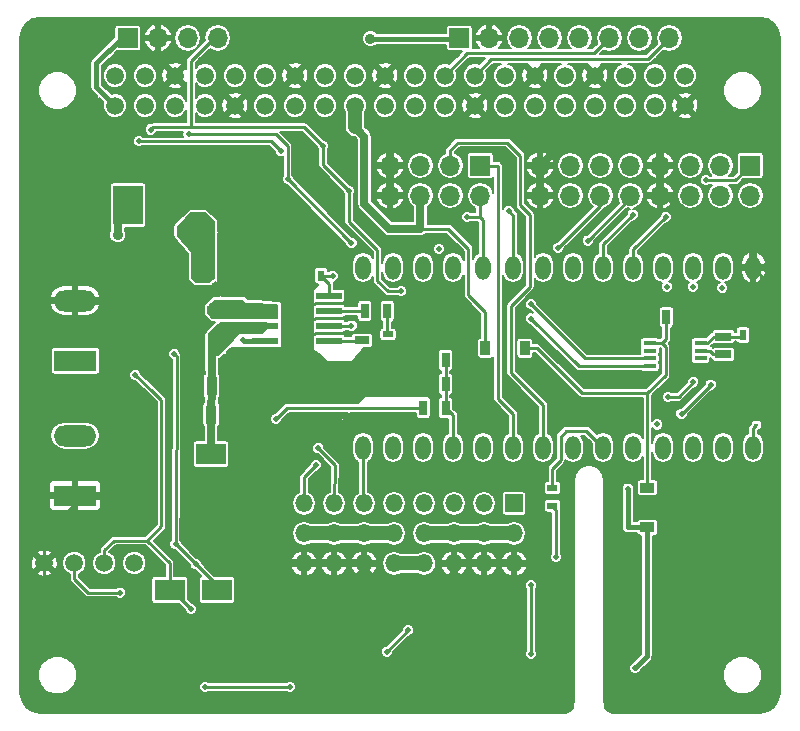
<source format=gbl>
G04 #@! TF.FileFunction,Copper,L2,Bot,Signal*
%FSLAX45Y45*%
G04 Gerber Fmt 4.5, Leading zero omitted, Abs format (unit mm)*
G04 Created by KiCad (PCBNEW 4.0.7-e2-6376~58~ubuntu17.04.1) date Thu Feb 22 21:40:24 2018*
%MOMM*%
%LPD*%
G01*
G04 APERTURE LIST*
%ADD10C,0.100000*%
%ADD11R,1.700000X1.700000*%
%ADD12O,1.700000X1.700000*%
%ADD13C,1.500000*%
%ADD14R,0.698500X1.297940*%
%ADD15R,0.899160X1.597660*%
%ADD16R,1.297940X0.698500*%
%ADD17R,0.899160X0.599440*%
%ADD18R,0.848360X1.198880*%
%ADD19R,3.600000X1.800000*%
%ADD20O,3.600000X1.800000*%
%ADD21R,1.500000X1.500000*%
%ADD22O,1.500000X1.500000*%
%ADD23R,0.599440X0.899160*%
%ADD24O,1.300000X2.000000*%
%ADD25R,2.200000X0.600000*%
%ADD26R,2.500000X3.500000*%
%ADD27R,1.400000X0.700000*%
%ADD28R,1.198880X0.848360*%
%ADD29R,1.100000X0.400000*%
%ADD30R,0.360000X0.250000*%
%ADD31R,2.500000X1.800000*%
%ADD32R,2.500000X3.300000*%
%ADD33C,1.506220*%
%ADD34C,0.465000*%
%ADD35C,0.600000*%
%ADD36C,0.900000*%
%ADD37C,0.250000*%
%ADD38C,0.450000*%
%ADD39C,0.700000*%
%ADD40C,1.800000*%
%ADD41C,1.200000*%
%ADD42C,0.130000*%
%ADD43C,0.152400*%
G04 APERTURE END LIST*
D10*
D11*
X11252200Y-5905500D03*
D12*
X11506200Y-5905500D03*
X11760200Y-5905500D03*
X12014200Y-5905500D03*
X12268200Y-5905500D03*
X12522200Y-5905500D03*
X12776200Y-5905500D03*
X13030200Y-5905500D03*
D11*
X8445500Y-5905500D03*
D12*
X8699500Y-5905500D03*
X8953500Y-5905500D03*
X9207500Y-5905500D03*
D13*
X8337000Y-6477000D03*
X8337000Y-6223000D03*
X8591000Y-6477000D03*
X8591000Y-6223000D03*
X8845000Y-6477000D03*
X8845000Y-6223000D03*
X9099000Y-6477000D03*
X9099000Y-6223000D03*
X9353000Y-6477000D03*
X9353000Y-6223000D03*
X9607000Y-6477000D03*
X9607000Y-6223000D03*
X9861000Y-6477000D03*
X9861000Y-6223000D03*
X10115000Y-6477000D03*
X10115000Y-6223000D03*
X10369000Y-6477000D03*
X10369000Y-6223000D03*
X10623000Y-6477000D03*
X10623000Y-6223000D03*
X10877000Y-6477000D03*
X10877000Y-6223000D03*
X11131000Y-6477000D03*
X11131000Y-6223000D03*
X11385000Y-6477000D03*
X11385000Y-6223000D03*
X11639000Y-6477000D03*
X11639000Y-6223000D03*
X11893000Y-6477000D03*
X11893000Y-6223000D03*
X12147000Y-6477000D03*
X12147000Y-6223000D03*
X12401000Y-6477000D03*
X12401000Y-6223000D03*
X12655000Y-6477000D03*
X12655000Y-6223000D03*
X12909000Y-6477000D03*
X12909000Y-6223000D03*
X13163000Y-6477000D03*
X13163000Y-6223000D03*
D14*
X11137646Y-8832850D03*
X10947654Y-8832850D03*
X9346946Y-8636000D03*
X9156954Y-8636000D03*
D15*
X9441180Y-9093200D03*
X9151620Y-9093200D03*
X9444780Y-8850000D03*
X9155220Y-8850000D03*
D16*
X10430000Y-8465004D03*
X10430000Y-8654996D03*
D17*
X10648950Y-8415020D03*
X10648950Y-8564880D03*
D14*
X9099804Y-7842250D03*
X9289796Y-7842250D03*
X9099804Y-7639050D03*
X9289796Y-7639050D03*
D18*
X11472614Y-8530000D03*
X11807386Y-8530000D03*
D19*
X8001000Y-8636000D03*
D20*
X8001000Y-8128000D03*
D19*
X8001000Y-9779000D03*
D20*
X8001000Y-9271000D03*
D11*
X13716000Y-6985000D03*
D12*
X13716000Y-7239000D03*
X13462000Y-6985000D03*
X13462000Y-7239000D03*
X13208000Y-6985000D03*
X13208000Y-7239000D03*
X12954000Y-6985000D03*
X12954000Y-7239000D03*
X12700000Y-6985000D03*
X12700000Y-7239000D03*
X12446000Y-6985000D03*
X12446000Y-7239000D03*
X12192000Y-6985000D03*
X12192000Y-7239000D03*
X11938000Y-6985000D03*
X11938000Y-7239000D03*
D11*
X11430000Y-6985000D03*
D12*
X11430000Y-7239000D03*
X11176000Y-6985000D03*
X11176000Y-7239000D03*
X10922000Y-6985000D03*
X10922000Y-7239000D03*
X10668000Y-6985000D03*
X10668000Y-7239000D03*
D21*
X11716000Y-9846000D03*
D22*
X11462000Y-9846000D03*
X11208000Y-9846000D03*
X10954000Y-9846000D03*
X10700000Y-9846000D03*
X10446000Y-9846000D03*
X10192000Y-9846000D03*
X9938000Y-9846000D03*
X11716000Y-10100000D03*
X11462000Y-10100000D03*
X11208000Y-10100000D03*
X10954000Y-10100000D03*
X10700000Y-10100000D03*
X10446000Y-10100000D03*
X10192000Y-10100000D03*
X9938000Y-10100000D03*
X11716000Y-10354000D03*
X11462000Y-10354000D03*
X11208000Y-10354000D03*
X10954000Y-10354000D03*
X10700000Y-10354000D03*
X10446000Y-10354000D03*
X10192000Y-10354000D03*
X9938000Y-10354000D03*
D14*
X10947654Y-9036050D03*
X11137646Y-9036050D03*
X11137646Y-8629650D03*
X10947654Y-8629650D03*
D23*
X9932670Y-7918450D03*
X10082530Y-7918450D03*
D14*
X10642346Y-8216900D03*
X10452354Y-8216900D03*
D24*
X13741000Y-9372000D03*
X13741000Y-7848000D03*
X13487000Y-9372000D03*
X13487000Y-7848000D03*
X13233000Y-9372000D03*
X13233000Y-7848000D03*
X12979000Y-9372000D03*
X12979000Y-7848000D03*
X12725000Y-9372000D03*
X12725000Y-7848000D03*
X12471000Y-9372000D03*
X12471000Y-7848000D03*
X12217000Y-9372000D03*
X12217000Y-7848000D03*
X11963000Y-9372000D03*
X11963000Y-7848000D03*
X11709000Y-9372000D03*
X11709000Y-7848000D03*
X11455000Y-9372000D03*
X11455000Y-7848000D03*
X11201000Y-9372000D03*
X11201000Y-7848000D03*
X10947000Y-9372000D03*
X10947000Y-7848000D03*
X10693000Y-9372000D03*
X10693000Y-7848000D03*
X10439000Y-9372000D03*
X10439000Y-7848000D03*
D25*
X10150600Y-8470900D03*
X9610600Y-8470900D03*
X10150600Y-8343900D03*
X9610600Y-8343900D03*
X10150600Y-8216900D03*
X9610600Y-8216900D03*
X10150600Y-8089900D03*
X9610600Y-8089900D03*
D26*
X9880600Y-8280400D03*
D27*
X13487400Y-8584000D03*
X13487400Y-8434000D03*
D28*
X12846050Y-10047986D03*
X12846050Y-9713214D03*
D29*
X13296000Y-8487700D03*
X13296000Y-8552700D03*
X13296000Y-8617700D03*
X13296000Y-8682700D03*
X12866000Y-8682700D03*
X12866000Y-8617700D03*
X12866000Y-8552700D03*
X12866000Y-8487700D03*
D14*
X13005004Y-8270000D03*
X13194996Y-8270000D03*
D23*
X13655070Y-8420000D03*
X13804930Y-8420000D03*
D17*
X12040000Y-9864930D03*
X12040000Y-9715070D03*
D30*
X13768000Y-9180000D03*
X13852000Y-9180000D03*
D31*
X9150000Y-9430000D03*
X9550000Y-9430000D03*
X9200000Y-10580000D03*
X8800000Y-10580000D03*
D32*
X8450000Y-7320000D03*
X7770000Y-7320000D03*
D33*
X7739000Y-10350000D03*
X7993000Y-10350000D03*
X8247000Y-10350000D03*
X8501000Y-10350000D03*
D34*
X12928600Y-9177020D03*
X11080000Y-7690000D03*
X13480000Y-8020000D03*
X13230000Y-8010000D03*
X13010000Y-8010000D03*
X8370000Y-10840000D03*
X12550000Y-10130000D03*
D35*
X10320000Y-8760000D03*
X10160000Y-8760000D03*
X9980000Y-8760000D03*
X9800000Y-8760000D03*
X9800000Y-7760000D03*
X9680000Y-7760000D03*
X9560000Y-7760000D03*
X9420000Y-7760000D03*
X10560000Y-8700000D03*
X10560000Y-8820000D03*
X10800000Y-8840000D03*
X10800000Y-8700000D03*
D34*
X13480000Y-8680000D03*
X13860000Y-9860000D03*
X10620000Y-10860000D03*
X10820000Y-10920000D03*
X10640000Y-11100000D03*
D36*
X9040000Y-7460000D03*
X8940000Y-7540000D03*
D34*
X10760000Y-8050000D03*
X11860000Y-8280000D03*
X10320000Y-7200000D03*
X10100000Y-6820000D03*
X8640000Y-6680000D03*
X10340000Y-7640000D03*
X11860000Y-8160000D03*
X9800000Y-7100000D03*
X8960000Y-6720000D03*
X11670000Y-7370000D03*
X11320000Y-7420000D03*
D36*
X10500000Y-5910000D03*
D34*
X10370000Y-6670000D03*
X9740000Y-6860000D03*
X8540000Y-6780000D03*
X11860000Y-10540000D03*
X11860000Y-11120000D03*
X13340000Y-7110000D03*
X13134340Y-9085580D03*
X13380000Y-8840000D03*
X13017500Y-8943340D03*
X13234600Y-8819680D03*
X13000000Y-7420000D03*
X12720000Y-7400000D03*
X12090000Y-7680000D03*
X12340000Y-7620000D03*
X10040000Y-9520000D03*
X10060000Y-9380000D03*
D35*
X9260000Y-8360000D03*
X9200000Y-8420000D03*
X9360000Y-8380000D03*
X9300000Y-8440000D03*
X9240000Y-8500000D03*
D34*
X9420000Y-8460000D03*
D35*
X9180000Y-8200000D03*
X9260000Y-8160000D03*
X9320000Y-8220000D03*
X9400000Y-8180000D03*
D34*
X10340000Y-8340000D03*
X10180000Y-7920000D03*
X8850000Y-10190000D03*
D36*
X8360000Y-7570000D03*
D34*
X8840000Y-8580000D03*
X9020000Y-10360000D03*
X12740000Y-11240000D03*
X12680000Y-9720000D03*
X9700000Y-9130000D03*
X12070000Y-10300000D03*
X8510000Y-8760000D03*
X8980000Y-10740000D03*
X8380000Y-10600000D03*
X9820000Y-11400000D03*
X9100000Y-11400000D03*
D37*
X8000000Y-10840000D02*
X8370000Y-10840000D01*
X7739000Y-10350000D02*
X7739000Y-10579000D01*
X8000000Y-10840000D02*
X7739000Y-10579000D01*
X8001000Y-9779000D02*
X8001000Y-9849000D01*
X8001000Y-9849000D02*
X7739000Y-10111000D01*
X7739000Y-10111000D02*
X7739000Y-10350000D01*
D38*
X8699500Y-5905500D02*
X8699500Y-6077500D01*
X8699500Y-6077500D02*
X8845000Y-6223000D01*
D37*
X12180000Y-9700000D02*
X12180000Y-9590000D01*
X11884000Y-10354000D02*
X11960000Y-10430000D01*
X11960000Y-10430000D02*
X12080000Y-10430000D01*
X12080000Y-10430000D02*
X12180000Y-10330000D01*
X12180000Y-10330000D02*
X12180000Y-9700000D01*
X11716000Y-10354000D02*
X11884000Y-10354000D01*
X12550000Y-9620000D02*
X12550000Y-10130000D01*
X12430000Y-9500000D02*
X12550000Y-9620000D01*
X12270000Y-9500000D02*
X12430000Y-9500000D01*
X12180000Y-9590000D02*
X12270000Y-9500000D01*
D39*
X10740000Y-6780000D02*
X10668000Y-6852000D01*
D38*
X10623000Y-6223000D02*
X10740000Y-6340000D01*
X10740000Y-6600000D02*
X10740000Y-6340000D01*
D39*
X10740000Y-6780000D02*
X10740000Y-6600000D01*
X10668000Y-6852000D02*
X10668000Y-6985000D01*
D37*
X10430000Y-8654996D02*
X10524996Y-8654996D01*
X10560000Y-8690000D02*
X10560000Y-8700000D01*
X10524996Y-8654996D02*
X10560000Y-8690000D01*
X13194996Y-8270000D02*
X13810000Y-8270000D01*
X13810000Y-8270000D02*
X13804930Y-8270000D01*
X13804930Y-8240000D02*
X13804930Y-7911930D01*
X13804930Y-7911930D02*
X13741000Y-7848000D01*
X13804930Y-8420000D02*
X13804930Y-8270000D01*
X13804930Y-8270000D02*
X13804930Y-8240000D01*
D39*
X9880600Y-8280400D02*
X9880600Y-8679400D01*
X10380000Y-8820000D02*
X10560000Y-8820000D01*
X10320000Y-8760000D02*
X10380000Y-8820000D01*
X9980000Y-8760000D02*
X10160000Y-8760000D01*
X9880600Y-8679400D02*
X9800000Y-8760000D01*
X9880600Y-8280400D02*
X9880600Y-7970520D01*
X9880600Y-7970520D02*
X9932670Y-7918450D01*
X9932670Y-7918450D02*
X9932670Y-7735316D01*
X9932670Y-7735316D02*
X9931654Y-7734300D01*
X9931654Y-7734300D02*
X9825700Y-7734300D01*
X9825700Y-7734300D02*
X9800000Y-7760000D01*
X9680000Y-7760000D02*
X9560000Y-7760000D01*
X9420000Y-7760000D02*
X9337750Y-7842250D01*
X9337750Y-7842250D02*
X9289796Y-7842250D01*
X10648950Y-8564880D02*
X10648950Y-8611050D01*
X10648950Y-8611050D02*
X10560000Y-8700000D01*
X10560000Y-8700000D02*
X10560000Y-8700000D01*
X10870350Y-8629650D02*
X10947654Y-8629650D01*
X10560000Y-8820000D02*
X10580000Y-8840000D01*
X10580000Y-8840000D02*
X10800000Y-8840000D01*
X10800000Y-8700000D02*
X10870350Y-8629650D01*
X8001000Y-8128000D02*
X8308000Y-8128000D01*
X8319000Y-9779000D02*
X8001000Y-9779000D01*
X8320000Y-9780000D02*
X8319000Y-9779000D01*
X8320000Y-8140000D02*
X8320000Y-9780000D01*
X8308000Y-8128000D02*
X8320000Y-8140000D01*
X8001000Y-8128000D02*
X9092000Y-8128000D01*
X9289796Y-7930204D02*
X9180000Y-8040000D01*
X9289796Y-7930204D02*
X9289796Y-7842250D01*
X9092000Y-8128000D02*
X9180000Y-8040000D01*
X13280000Y-7520000D02*
X13280000Y-7500000D01*
X13280000Y-7500000D02*
X13019000Y-7239000D01*
X13280000Y-7520000D02*
X13640000Y-7520000D01*
X13640000Y-7520000D02*
X13741000Y-7621000D01*
X13741000Y-7848000D02*
X13741000Y-7621000D01*
X13019000Y-7239000D02*
X12954000Y-7239000D01*
X12954000Y-6985000D02*
X12954000Y-7239000D01*
X11938000Y-6985000D02*
X11938000Y-7239000D01*
X10668000Y-6985000D02*
X10668000Y-7239000D01*
X12954000Y-6985000D02*
X12965000Y-6985000D01*
X11938000Y-6985000D02*
X11938000Y-6998000D01*
D40*
X9441180Y-9093200D02*
X9444780Y-8850000D01*
X9444780Y-8850000D02*
X9423600Y-8828820D01*
D39*
X9423600Y-8828820D02*
X9420000Y-8709054D01*
X9420000Y-8709054D02*
X9346946Y-8636000D01*
D38*
X13296000Y-8682700D02*
X13477300Y-8682700D01*
X13477300Y-8682700D02*
X13480000Y-8680000D01*
X13722700Y-8682700D02*
X13296000Y-8682700D01*
X13860000Y-8820000D02*
X13722700Y-8682700D01*
X13860000Y-9860000D02*
X13860000Y-8820000D01*
X8460000Y-6600000D02*
X8460000Y-6400000D01*
X8728000Y-6340000D02*
X8845000Y-6223000D01*
X8520000Y-6340000D02*
X8728000Y-6340000D01*
X8460000Y-6400000D02*
X8520000Y-6340000D01*
D41*
X9289796Y-7639050D02*
X9289796Y-7429796D01*
X8460000Y-6640000D02*
X8460000Y-6600000D01*
X8460000Y-6600000D02*
X8460000Y-6600000D01*
X8380000Y-6720000D02*
X8460000Y-6640000D01*
X8380000Y-6840000D02*
X8380000Y-6720000D01*
X8520000Y-6980000D02*
X8380000Y-6840000D01*
X8840000Y-6980000D02*
X8520000Y-6980000D01*
X9289796Y-7429796D02*
X8840000Y-6980000D01*
D39*
X12954000Y-7239000D02*
X12999000Y-7239000D01*
X12954000Y-6985000D02*
X12954000Y-6866000D01*
D38*
X13020000Y-6620000D02*
X13163000Y-6477000D01*
D39*
X13020000Y-6800000D02*
X13020000Y-6620000D01*
X12954000Y-6866000D02*
X13020000Y-6800000D01*
X11938000Y-6985000D02*
X12020000Y-6903000D01*
X12020000Y-6903000D02*
X12020000Y-6600000D01*
D38*
X12020000Y-6600000D02*
X12020000Y-6360000D01*
X12020000Y-6360000D02*
X11893000Y-6233000D01*
X11893000Y-6233000D02*
X11893000Y-6223000D01*
D37*
X10620000Y-10580000D02*
X10540000Y-10580000D01*
X10620000Y-10860000D02*
X10620000Y-10580000D01*
X10540000Y-10580000D02*
X10446000Y-10486000D01*
X10446000Y-10486000D02*
X10446000Y-10354000D01*
D39*
X8001000Y-9779000D02*
X8121000Y-9779000D01*
D40*
X9441180Y-9093200D02*
X9441180Y-10041180D01*
D39*
X9754000Y-10354000D02*
X9938000Y-10354000D01*
D40*
X9441180Y-10041180D02*
X9754000Y-10354000D01*
D39*
X10446000Y-10354000D02*
X10446000Y-10486000D01*
X11208000Y-10512000D02*
X11208000Y-10354000D01*
D40*
X10540000Y-10580000D02*
X11140000Y-10580000D01*
X11140000Y-10580000D02*
X11208000Y-10512000D01*
X10446000Y-10486000D02*
X10540000Y-10580000D01*
D39*
X11462000Y-10354000D02*
X11716000Y-10354000D01*
X11208000Y-10354000D02*
X11462000Y-10354000D01*
X10192000Y-10354000D02*
X9938000Y-10354000D01*
X10446000Y-10354000D02*
X10192000Y-10354000D01*
D37*
X13741000Y-9372000D02*
X13741000Y-9207000D01*
X13741000Y-9207000D02*
X13768000Y-9180000D01*
X10640000Y-11100000D02*
X10820000Y-10920000D01*
D41*
X9099804Y-7639050D02*
X9099804Y-7519804D01*
X9099804Y-7519804D02*
X9040000Y-7460000D01*
X9099804Y-7639050D02*
X9039050Y-7639050D01*
X9039050Y-7639050D02*
X8940000Y-7540000D01*
X9099804Y-7842250D02*
X9099804Y-7639050D01*
D37*
X9207500Y-5905500D02*
X9174500Y-5905500D01*
X9174500Y-5905500D02*
X8980000Y-6100000D01*
X8980000Y-6100000D02*
X8980000Y-6660000D01*
X12262700Y-8682700D02*
X11860000Y-8280000D01*
X10560000Y-7700000D02*
X10320000Y-7460000D01*
X10320000Y-7200000D02*
X10320000Y-7460000D01*
X12262700Y-8682700D02*
X12866000Y-8682700D01*
X10560000Y-7960000D02*
X10560000Y-7700000D01*
X10650000Y-8050000D02*
X10560000Y-7960000D01*
X10760000Y-8050000D02*
X10650000Y-8050000D01*
X10100000Y-6980000D02*
X10100000Y-6820000D01*
X10320000Y-7200000D02*
X10100000Y-6980000D01*
X9940000Y-6660000D02*
X10100000Y-6820000D01*
X8660000Y-6660000D02*
X8980000Y-6660000D01*
X8980000Y-6660000D02*
X9940000Y-6660000D01*
X8640000Y-6680000D02*
X8660000Y-6660000D01*
X12317700Y-8617700D02*
X11860000Y-8160000D01*
X9800000Y-7100000D02*
X10340000Y-7640000D01*
X12317700Y-8617700D02*
X12866000Y-8617700D01*
X9800000Y-6820000D02*
X9800000Y-7100000D01*
X9700000Y-6720000D02*
X9800000Y-6820000D01*
X8960000Y-6720000D02*
X9700000Y-6720000D01*
X8960000Y-6720000D02*
X8960000Y-6720000D01*
X11137646Y-8629650D02*
X11137646Y-8832850D01*
X11137646Y-8832850D02*
X11137646Y-9036050D01*
X11137646Y-9036050D02*
X11201000Y-9099404D01*
X11201000Y-9099404D02*
X11201000Y-9372000D01*
X10642346Y-8216900D02*
X10642346Y-8408416D01*
X10642346Y-8408416D02*
X10648950Y-8415020D01*
X11807386Y-8530000D02*
X11910000Y-8530000D01*
X12850000Y-8910000D02*
X12846050Y-8910000D01*
X12290000Y-8910000D02*
X12850000Y-8910000D01*
X11910000Y-8530000D02*
X12290000Y-8910000D01*
X12846050Y-9240000D02*
X12846050Y-8910000D01*
X12846050Y-8910000D02*
X12846050Y-8913950D01*
X13000000Y-8760000D02*
X13000000Y-8520000D01*
X13000000Y-8520000D02*
X12967700Y-8487700D01*
X12967700Y-8487700D02*
X12970000Y-8487700D01*
X12846050Y-8913950D02*
X13000000Y-8760000D01*
X12970000Y-8487700D02*
X13005004Y-8452696D01*
X13005004Y-8452696D02*
X13005004Y-8270000D01*
X12970000Y-8487700D02*
X12866000Y-8487700D01*
X12846050Y-9713214D02*
X12846050Y-9240000D01*
X12846050Y-9240000D02*
X12846050Y-9247886D01*
X11430000Y-6985000D02*
X11575000Y-6985000D01*
X11709000Y-9089000D02*
X11709000Y-9372000D01*
X11580000Y-8960000D02*
X11709000Y-9089000D01*
X11580000Y-6990000D02*
X11580000Y-8960000D01*
X11575000Y-6985000D02*
X11580000Y-6990000D01*
X11176000Y-6985000D02*
X11176000Y-6854000D01*
X11963000Y-9013000D02*
X11963000Y-9372000D01*
X11690000Y-8740000D02*
X11963000Y-9013000D01*
X11690000Y-8170000D02*
X11690000Y-8740000D01*
X11850000Y-8010000D02*
X11690000Y-8170000D01*
X11850000Y-7400000D02*
X11850000Y-8010000D01*
X11770000Y-7320000D02*
X11850000Y-7400000D01*
X11770000Y-6900000D02*
X11770000Y-7320000D01*
X11660000Y-6790000D02*
X11770000Y-6900000D01*
X11240000Y-6790000D02*
X11660000Y-6790000D01*
X11176000Y-6854000D02*
X11240000Y-6790000D01*
X11670000Y-7370000D02*
X11709000Y-7409000D01*
X11709000Y-7848000D02*
X11709000Y-7409000D01*
X11350000Y-7420000D02*
X11320000Y-7420000D01*
X11430000Y-7420000D02*
X11350000Y-7420000D01*
X11455000Y-7848000D02*
X11455000Y-7445000D01*
X11455000Y-7445000D02*
X11430000Y-7420000D01*
X11430000Y-7420000D02*
X11430000Y-7239000D01*
X11430000Y-7239000D02*
X11430000Y-7310000D01*
D38*
X10500000Y-5910000D02*
X11247700Y-5910000D01*
X11247700Y-5910000D02*
X11252200Y-5905500D01*
X8337000Y-6477000D02*
X8180000Y-6320000D01*
X8180000Y-6120000D02*
X8394500Y-5905500D01*
X8180000Y-6320000D02*
X8180000Y-6120000D01*
X8394500Y-5905500D02*
X8445500Y-5905500D01*
D39*
X10370000Y-6660000D02*
X10450000Y-6740000D01*
X10450000Y-7310000D02*
X10450000Y-6860000D01*
X10660000Y-7520000D02*
X10450000Y-7310000D01*
X10660000Y-7520000D02*
X10920000Y-7520000D01*
X10450000Y-6860000D02*
X10450000Y-6740000D01*
D38*
X10370000Y-6670000D02*
X10370000Y-6660000D01*
D39*
X10370000Y-6660000D02*
X10369000Y-6659000D01*
D41*
X10369000Y-6659000D02*
X10369000Y-6477000D01*
D39*
X10922000Y-7239000D02*
X10922000Y-7508000D01*
X10920000Y-7510000D02*
X10920000Y-7520000D01*
X10922000Y-7508000D02*
X10920000Y-7510000D01*
D37*
X11472614Y-8222614D02*
X11330000Y-8080000D01*
X11330000Y-8080000D02*
X11330000Y-7690000D01*
X11330000Y-7690000D02*
X11160000Y-7520000D01*
X11160000Y-7520000D02*
X10920000Y-7520000D01*
X11472614Y-8530000D02*
X11472614Y-8222614D01*
X9660000Y-6780000D02*
X9740000Y-6860000D01*
X9540000Y-6780000D02*
X9660000Y-6780000D01*
X8540000Y-6780000D02*
X9540000Y-6780000D01*
X11860000Y-10540000D02*
X11860000Y-11120000D01*
X13716000Y-6985000D02*
X13715000Y-6985000D01*
X13715000Y-6985000D02*
X13590000Y-7110000D01*
X13590000Y-7110000D02*
X13340000Y-7110000D01*
X13380000Y-8840000D02*
X13134340Y-9085580D01*
X13111480Y-8943340D02*
X13017500Y-8943340D01*
X13234600Y-8819680D02*
X13111480Y-8943340D01*
X13000000Y-7420000D02*
X12725000Y-7695000D01*
X12725000Y-7695000D02*
X12725000Y-7848000D01*
X12720000Y-7400000D02*
X12471000Y-7649000D01*
X12471000Y-7649000D02*
X12471000Y-7848000D01*
X12446000Y-7239000D02*
X12446000Y-7324000D01*
X12446000Y-7324000D02*
X12090000Y-7680000D01*
X12340000Y-7620000D02*
X12700000Y-7260000D01*
X12700000Y-7239000D02*
X12700000Y-7260000D01*
X9938000Y-9622000D02*
X9938000Y-9846000D01*
X10040000Y-9520000D02*
X9938000Y-9622000D01*
X10439000Y-9372000D02*
X10439000Y-9839000D01*
X10439000Y-9839000D02*
X10446000Y-9846000D01*
X10200000Y-9520000D02*
X10192000Y-9846000D01*
X10060000Y-9380000D02*
X10200000Y-9520000D01*
X13487400Y-8584000D02*
X13404000Y-8584000D01*
X13372700Y-8552700D02*
X13296000Y-8552700D01*
X13404000Y-8584000D02*
X13372700Y-8552700D01*
D39*
X9150000Y-9430000D02*
X9150000Y-9094820D01*
X9150000Y-9094820D02*
X9151620Y-9093200D01*
X9156954Y-8636000D02*
X9156954Y-8466954D01*
D37*
X9200000Y-8420000D02*
X9260000Y-8360000D01*
D39*
X9240000Y-8340000D02*
X9400000Y-8340000D01*
X9200000Y-8380000D02*
X9240000Y-8340000D01*
X9400000Y-8340000D02*
X9606700Y-8340000D01*
X9610600Y-8343900D02*
X9574500Y-8380000D01*
X9380000Y-8380000D02*
X9200000Y-8560000D01*
X9574500Y-8380000D02*
X9380000Y-8380000D01*
X9606700Y-8340000D02*
X9610600Y-8343900D01*
X9360000Y-8380000D02*
X9200000Y-8380000D01*
X9160000Y-8440000D02*
X9156954Y-8440000D01*
X9300000Y-8440000D02*
X9160000Y-8440000D01*
X9240000Y-8500000D02*
X9160000Y-8500000D01*
X9160000Y-8500000D02*
X9156954Y-8500000D01*
X9155220Y-8850000D02*
X9151620Y-9093200D01*
X9156954Y-8636000D02*
X9160554Y-8844666D01*
X9160554Y-8844666D02*
X9155220Y-8850000D01*
X9156954Y-8423046D02*
X9156954Y-8440000D01*
X9200000Y-8380000D02*
X9156954Y-8423046D01*
X9156954Y-8440000D02*
X9156954Y-8500000D01*
X9156954Y-8500000D02*
X9156954Y-8636000D01*
D37*
X10389100Y-8470900D02*
X10150600Y-8470900D01*
D38*
X9610600Y-8470900D02*
X9430900Y-8470900D01*
X9430900Y-8470900D02*
X9420000Y-8460000D01*
D39*
X9610600Y-8216900D02*
X9516900Y-8216900D01*
X9516900Y-8216900D02*
X9500000Y-8200000D01*
X9500000Y-8200000D02*
X9180000Y-8200000D01*
X9610600Y-8216900D02*
X9416900Y-8216900D01*
X9360000Y-8160000D02*
X9260000Y-8160000D01*
X9416900Y-8216900D02*
X9360000Y-8160000D01*
X9610600Y-8216900D02*
X9607500Y-8220000D01*
X9607500Y-8220000D02*
X9320000Y-8220000D01*
X9610600Y-8216900D02*
X9573700Y-8180000D01*
X9573700Y-8180000D02*
X9400000Y-8180000D01*
D37*
X10336100Y-8343900D02*
X10150600Y-8343900D01*
X10340000Y-8340000D02*
X10336100Y-8343900D01*
X10082530Y-7918450D02*
X10178450Y-7918450D01*
X10178450Y-7918450D02*
X10180000Y-7920000D01*
X10150600Y-8089900D02*
X10150600Y-7986520D01*
X10150600Y-7986520D02*
X10082530Y-7918450D01*
X10150600Y-8216900D02*
X10452354Y-8216900D01*
D39*
X8360000Y-7570000D02*
X8360000Y-7410000D01*
X8450000Y-7320000D02*
X8360000Y-7410000D01*
D38*
X8450000Y-7320000D02*
X8450000Y-7380000D01*
D37*
X9200000Y-10580000D02*
X9200000Y-10540000D01*
X9200000Y-10540000D02*
X9020000Y-10360000D01*
X8840000Y-8580000D02*
X8860000Y-8600000D01*
X8850000Y-10190000D02*
X9020000Y-10360000D01*
X8860000Y-8600000D02*
X8850000Y-10190000D01*
D41*
X11462000Y-10100000D02*
X11716000Y-10100000D01*
X11208000Y-10100000D02*
X11462000Y-10100000D01*
X10954000Y-10100000D02*
X11208000Y-10100000D01*
X10446000Y-10100000D02*
X10700000Y-10100000D01*
X10192000Y-10100000D02*
X10446000Y-10100000D01*
X9938000Y-10100000D02*
X10192000Y-10100000D01*
D38*
X12740000Y-11240000D02*
X12840000Y-11140000D01*
X12840000Y-11140000D02*
X12846050Y-10047986D01*
X12680000Y-9720000D02*
X12677986Y-10047986D01*
X12677986Y-10047986D02*
X12846050Y-10047986D01*
D37*
X10430000Y-9036050D02*
X9793950Y-9036050D01*
X9793950Y-9036050D02*
X9700000Y-9130000D01*
D41*
X10700000Y-10354000D02*
X10954000Y-10354000D01*
D37*
X10947654Y-9036050D02*
X10430000Y-9036050D01*
X10430000Y-9036050D02*
X10423950Y-9036050D01*
X13487400Y-8434000D02*
X13641070Y-8434000D01*
X13641070Y-8434000D02*
X13655070Y-8420000D01*
X13487400Y-8434000D02*
X13406000Y-8434000D01*
X13352300Y-8487700D02*
X13296000Y-8487700D01*
X13406000Y-8434000D02*
X13352300Y-8487700D01*
X12040000Y-9864930D02*
X12070000Y-9900000D01*
X12070000Y-9900000D02*
X12070000Y-10300000D01*
X12040000Y-9715070D02*
X12040000Y-9550000D01*
X12329000Y-9230000D02*
X12471000Y-9372000D01*
X12160000Y-9230000D02*
X12329000Y-9230000D01*
X12110000Y-9280000D02*
X12160000Y-9230000D01*
X12110000Y-9480000D02*
X12110000Y-9280000D01*
X12040000Y-9550000D02*
X12110000Y-9480000D01*
D42*
X12040000Y-9710000D02*
X12040000Y-9715070D01*
D37*
X8510000Y-8760000D02*
X8650000Y-8890000D01*
X8730000Y-10040000D02*
X8610000Y-10160000D01*
X8730000Y-8970000D02*
X8730000Y-10040000D01*
X8650000Y-8890000D02*
X8730000Y-8970000D01*
X8460000Y-10160000D02*
X8610000Y-10160000D01*
X8800000Y-10350000D02*
X8800000Y-10580000D01*
X8610000Y-10160000D02*
X8800000Y-10350000D01*
X8980000Y-10740000D02*
X8820000Y-10580000D01*
X8820000Y-10580000D02*
X8800000Y-10580000D01*
X8247000Y-10243000D02*
X8330000Y-10160000D01*
X8330000Y-10160000D02*
X8460000Y-10160000D01*
X8247000Y-10350000D02*
X8247000Y-10243000D01*
X7993000Y-10483000D02*
X7993000Y-10350000D01*
X8110000Y-10600000D02*
X7993000Y-10483000D01*
X8380000Y-10600000D02*
X8110000Y-10600000D01*
X8001000Y-10350000D02*
X8001000Y-10347580D01*
X8001000Y-10347580D02*
X8002000Y-10348580D01*
X9820000Y-11400000D02*
X9100000Y-11400000D01*
X11131000Y-6223000D02*
X11321500Y-6032500D01*
X12395200Y-6032500D02*
X12522200Y-5905500D01*
X11321500Y-6032500D02*
X12395200Y-6032500D01*
X11385000Y-6223000D02*
X11524700Y-6083300D01*
X12852400Y-6083300D02*
X13030200Y-5905500D01*
X11524700Y-6083300D02*
X12852400Y-6083300D01*
D43*
G36*
X11169348Y-6127461D02*
X11151566Y-6120078D01*
X11110614Y-6120042D01*
X11072765Y-6135681D01*
X11043783Y-6164613D01*
X11028078Y-6202434D01*
X11028042Y-6243386D01*
X11043681Y-6281235D01*
X11072613Y-6310217D01*
X11110434Y-6325922D01*
X11151386Y-6325958D01*
X11189235Y-6310319D01*
X11218217Y-6281387D01*
X11233922Y-6243566D01*
X11233958Y-6202614D01*
X11226537Y-6184654D01*
X11332971Y-6078220D01*
X11472589Y-6078220D01*
X11423348Y-6127461D01*
X11405566Y-6120078D01*
X11364614Y-6120042D01*
X11326765Y-6135681D01*
X11297783Y-6164613D01*
X11282078Y-6202434D01*
X11282042Y-6243386D01*
X11297681Y-6281235D01*
X11326613Y-6310217D01*
X11364434Y-6325922D01*
X11405386Y-6325958D01*
X11443235Y-6310319D01*
X11472217Y-6281387D01*
X11487922Y-6243566D01*
X11487958Y-6202614D01*
X11480537Y-6184654D01*
X11541451Y-6123740D01*
X11609664Y-6123740D01*
X11580765Y-6135681D01*
X11551783Y-6164613D01*
X11536078Y-6202434D01*
X11536042Y-6243386D01*
X11551681Y-6281235D01*
X11580613Y-6310217D01*
X11618434Y-6325922D01*
X11659386Y-6325958D01*
X11697235Y-6310319D01*
X11698242Y-6309314D01*
X11831831Y-6309314D01*
X11840414Y-6325628D01*
X11883691Y-6337939D01*
X11928385Y-6332753D01*
X11945586Y-6325628D01*
X11954169Y-6309314D01*
X11893000Y-6248145D01*
X11831831Y-6309314D01*
X11698242Y-6309314D01*
X11726217Y-6281387D01*
X11741922Y-6243566D01*
X11741948Y-6213691D01*
X11778061Y-6213691D01*
X11783247Y-6258385D01*
X11790372Y-6275586D01*
X11806686Y-6284169D01*
X11867855Y-6223000D01*
X11918145Y-6223000D01*
X11979314Y-6284169D01*
X11995628Y-6275586D01*
X12007939Y-6232309D01*
X12002753Y-6187615D01*
X11995628Y-6170414D01*
X11979314Y-6161831D01*
X11918145Y-6223000D01*
X11867855Y-6223000D01*
X11806686Y-6161831D01*
X11790372Y-6170414D01*
X11778061Y-6213691D01*
X11741948Y-6213691D01*
X11741958Y-6202614D01*
X11726319Y-6164765D01*
X11697387Y-6135783D01*
X11668385Y-6123740D01*
X11838642Y-6123740D01*
X11831831Y-6136686D01*
X11893000Y-6197855D01*
X11954169Y-6136686D01*
X11947358Y-6123740D01*
X12117664Y-6123740D01*
X12088765Y-6135681D01*
X12059783Y-6164613D01*
X12044078Y-6202434D01*
X12044042Y-6243386D01*
X12059681Y-6281235D01*
X12088613Y-6310217D01*
X12126434Y-6325922D01*
X12167386Y-6325958D01*
X12205235Y-6310319D01*
X12206242Y-6309314D01*
X12339831Y-6309314D01*
X12348414Y-6325628D01*
X12391691Y-6337939D01*
X12436385Y-6332753D01*
X12453586Y-6325628D01*
X12462169Y-6309314D01*
X12401000Y-6248145D01*
X12339831Y-6309314D01*
X12206242Y-6309314D01*
X12234217Y-6281387D01*
X12249922Y-6243566D01*
X12249948Y-6213691D01*
X12286061Y-6213691D01*
X12291247Y-6258385D01*
X12298372Y-6275586D01*
X12314686Y-6284169D01*
X12375855Y-6223000D01*
X12426145Y-6223000D01*
X12487314Y-6284169D01*
X12503628Y-6275586D01*
X12515939Y-6232309D01*
X12510753Y-6187615D01*
X12503628Y-6170414D01*
X12487314Y-6161831D01*
X12426145Y-6223000D01*
X12375855Y-6223000D01*
X12314686Y-6161831D01*
X12298372Y-6170414D01*
X12286061Y-6213691D01*
X12249948Y-6213691D01*
X12249958Y-6202614D01*
X12234319Y-6164765D01*
X12205387Y-6135783D01*
X12176385Y-6123740D01*
X12346642Y-6123740D01*
X12339831Y-6136686D01*
X12401000Y-6197855D01*
X12462169Y-6136686D01*
X12455358Y-6123740D01*
X12625664Y-6123740D01*
X12596765Y-6135681D01*
X12567783Y-6164613D01*
X12552078Y-6202434D01*
X12552042Y-6243386D01*
X12567681Y-6281235D01*
X12596613Y-6310217D01*
X12634434Y-6325922D01*
X12675386Y-6325958D01*
X12713235Y-6310319D01*
X12742217Y-6281387D01*
X12757922Y-6243566D01*
X12757922Y-6243386D01*
X12806042Y-6243386D01*
X12821681Y-6281235D01*
X12850613Y-6310217D01*
X12888434Y-6325922D01*
X12929386Y-6325958D01*
X12967235Y-6310319D01*
X12996217Y-6281387D01*
X13011922Y-6243566D01*
X13011922Y-6243386D01*
X13060042Y-6243386D01*
X13075681Y-6281235D01*
X13104613Y-6310217D01*
X13142434Y-6325922D01*
X13183386Y-6325958D01*
X13221235Y-6310319D01*
X13250217Y-6281387D01*
X13265922Y-6243566D01*
X13265958Y-6202614D01*
X13250319Y-6164765D01*
X13221387Y-6135783D01*
X13183566Y-6120078D01*
X13142614Y-6120042D01*
X13104765Y-6135681D01*
X13075783Y-6164613D01*
X13060078Y-6202434D01*
X13060042Y-6243386D01*
X13011922Y-6243386D01*
X13011958Y-6202614D01*
X12996319Y-6164765D01*
X12967387Y-6135783D01*
X12929566Y-6120078D01*
X12888614Y-6120042D01*
X12850765Y-6135681D01*
X12821783Y-6164613D01*
X12806078Y-6202434D01*
X12806042Y-6243386D01*
X12757922Y-6243386D01*
X12757958Y-6202614D01*
X12742319Y-6164765D01*
X12713387Y-6135783D01*
X12684385Y-6123740D01*
X12852400Y-6123740D01*
X12867876Y-6120662D01*
X12880995Y-6111895D01*
X12914671Y-6078220D01*
X13301980Y-6078220D01*
X13301980Y-6621780D01*
X10456940Y-6621780D01*
X10456940Y-6533647D01*
X10471922Y-6497566D01*
X10471922Y-6497386D01*
X10520042Y-6497386D01*
X10535681Y-6535235D01*
X10564613Y-6564217D01*
X10602434Y-6579922D01*
X10643386Y-6579958D01*
X10681235Y-6564319D01*
X10710217Y-6535387D01*
X10725922Y-6497566D01*
X10725922Y-6497386D01*
X10774042Y-6497386D01*
X10789681Y-6535235D01*
X10818613Y-6564217D01*
X10856434Y-6579922D01*
X10897386Y-6579958D01*
X10935235Y-6564319D01*
X10964217Y-6535387D01*
X10979922Y-6497566D01*
X10979922Y-6497386D01*
X11028042Y-6497386D01*
X11043681Y-6535235D01*
X11072613Y-6564217D01*
X11110434Y-6579922D01*
X11151386Y-6579958D01*
X11189235Y-6564319D01*
X11190242Y-6563314D01*
X11323831Y-6563314D01*
X11332414Y-6579628D01*
X11375691Y-6591939D01*
X11420385Y-6586753D01*
X11437586Y-6579628D01*
X11446169Y-6563314D01*
X11385000Y-6502145D01*
X11323831Y-6563314D01*
X11190242Y-6563314D01*
X11218217Y-6535387D01*
X11233922Y-6497566D01*
X11233948Y-6467691D01*
X11270061Y-6467691D01*
X11275247Y-6512385D01*
X11282372Y-6529586D01*
X11298686Y-6538169D01*
X11359855Y-6477000D01*
X11410145Y-6477000D01*
X11471314Y-6538169D01*
X11487628Y-6529586D01*
X11496788Y-6497386D01*
X11536042Y-6497386D01*
X11551681Y-6535235D01*
X11580613Y-6564217D01*
X11618434Y-6579922D01*
X11659386Y-6579958D01*
X11697235Y-6564319D01*
X11726217Y-6535387D01*
X11741922Y-6497566D01*
X11741922Y-6497386D01*
X11790042Y-6497386D01*
X11805681Y-6535235D01*
X11834613Y-6564217D01*
X11872434Y-6579922D01*
X11913386Y-6579958D01*
X11951235Y-6564319D01*
X11980217Y-6535387D01*
X11995922Y-6497566D01*
X11995922Y-6497386D01*
X12044042Y-6497386D01*
X12059681Y-6535235D01*
X12088613Y-6564217D01*
X12126434Y-6579922D01*
X12167386Y-6579958D01*
X12205235Y-6564319D01*
X12234217Y-6535387D01*
X12249922Y-6497566D01*
X12249922Y-6497386D01*
X12298042Y-6497386D01*
X12313681Y-6535235D01*
X12342613Y-6564217D01*
X12380434Y-6579922D01*
X12421386Y-6579958D01*
X12459235Y-6564319D01*
X12488217Y-6535387D01*
X12503922Y-6497566D01*
X12503922Y-6497386D01*
X12552042Y-6497386D01*
X12567681Y-6535235D01*
X12596613Y-6564217D01*
X12634434Y-6579922D01*
X12675386Y-6579958D01*
X12713235Y-6564319D01*
X12742217Y-6535387D01*
X12757922Y-6497566D01*
X12757922Y-6497386D01*
X12806042Y-6497386D01*
X12821681Y-6535235D01*
X12850613Y-6564217D01*
X12888434Y-6579922D01*
X12929386Y-6579958D01*
X12967235Y-6564319D01*
X12968242Y-6563314D01*
X13101831Y-6563314D01*
X13110414Y-6579628D01*
X13153691Y-6591939D01*
X13198385Y-6586753D01*
X13215586Y-6579628D01*
X13224169Y-6563314D01*
X13163000Y-6502145D01*
X13101831Y-6563314D01*
X12968242Y-6563314D01*
X12996217Y-6535387D01*
X13011922Y-6497566D01*
X13011948Y-6467691D01*
X13048061Y-6467691D01*
X13053247Y-6512385D01*
X13060372Y-6529586D01*
X13076686Y-6538169D01*
X13137855Y-6477000D01*
X13188145Y-6477000D01*
X13249314Y-6538169D01*
X13265628Y-6529586D01*
X13277939Y-6486309D01*
X13272753Y-6441615D01*
X13265628Y-6424414D01*
X13249314Y-6415831D01*
X13188145Y-6477000D01*
X13137855Y-6477000D01*
X13076686Y-6415831D01*
X13060372Y-6424414D01*
X13048061Y-6467691D01*
X13011948Y-6467691D01*
X13011958Y-6456614D01*
X12996319Y-6418765D01*
X12968289Y-6390686D01*
X13101831Y-6390686D01*
X13163000Y-6451855D01*
X13224169Y-6390686D01*
X13215586Y-6374372D01*
X13172309Y-6362061D01*
X13127615Y-6367247D01*
X13110414Y-6374372D01*
X13101831Y-6390686D01*
X12968289Y-6390686D01*
X12967387Y-6389783D01*
X12929566Y-6374078D01*
X12888614Y-6374042D01*
X12850765Y-6389681D01*
X12821783Y-6418613D01*
X12806078Y-6456434D01*
X12806042Y-6497386D01*
X12757922Y-6497386D01*
X12757958Y-6456614D01*
X12742319Y-6418765D01*
X12713387Y-6389783D01*
X12675566Y-6374078D01*
X12634614Y-6374042D01*
X12596765Y-6389681D01*
X12567783Y-6418613D01*
X12552078Y-6456434D01*
X12552042Y-6497386D01*
X12503922Y-6497386D01*
X12503958Y-6456614D01*
X12488319Y-6418765D01*
X12459387Y-6389783D01*
X12421566Y-6374078D01*
X12380614Y-6374042D01*
X12342765Y-6389681D01*
X12313783Y-6418613D01*
X12298078Y-6456434D01*
X12298042Y-6497386D01*
X12249922Y-6497386D01*
X12249958Y-6456614D01*
X12234319Y-6418765D01*
X12205387Y-6389783D01*
X12167566Y-6374078D01*
X12126614Y-6374042D01*
X12088765Y-6389681D01*
X12059783Y-6418613D01*
X12044078Y-6456434D01*
X12044042Y-6497386D01*
X11995922Y-6497386D01*
X11995958Y-6456614D01*
X11980319Y-6418765D01*
X11951387Y-6389783D01*
X11913566Y-6374078D01*
X11872614Y-6374042D01*
X11834765Y-6389681D01*
X11805783Y-6418613D01*
X11790078Y-6456434D01*
X11790042Y-6497386D01*
X11741922Y-6497386D01*
X11741958Y-6456614D01*
X11726319Y-6418765D01*
X11697387Y-6389783D01*
X11659566Y-6374078D01*
X11618614Y-6374042D01*
X11580765Y-6389681D01*
X11551783Y-6418613D01*
X11536078Y-6456434D01*
X11536042Y-6497386D01*
X11496788Y-6497386D01*
X11499939Y-6486309D01*
X11494753Y-6441615D01*
X11487628Y-6424414D01*
X11471314Y-6415831D01*
X11410145Y-6477000D01*
X11359855Y-6477000D01*
X11298686Y-6415831D01*
X11282372Y-6424414D01*
X11270061Y-6467691D01*
X11233948Y-6467691D01*
X11233958Y-6456614D01*
X11218319Y-6418765D01*
X11190289Y-6390686D01*
X11323831Y-6390686D01*
X11385000Y-6451855D01*
X11446169Y-6390686D01*
X11437586Y-6374372D01*
X11394309Y-6362061D01*
X11349615Y-6367247D01*
X11332414Y-6374372D01*
X11323831Y-6390686D01*
X11190289Y-6390686D01*
X11189387Y-6389783D01*
X11151566Y-6374078D01*
X11110614Y-6374042D01*
X11072765Y-6389681D01*
X11043783Y-6418613D01*
X11028078Y-6456434D01*
X11028042Y-6497386D01*
X10979922Y-6497386D01*
X10979958Y-6456614D01*
X10964319Y-6418765D01*
X10935387Y-6389783D01*
X10897566Y-6374078D01*
X10856614Y-6374042D01*
X10818765Y-6389681D01*
X10789783Y-6418613D01*
X10774078Y-6456434D01*
X10774042Y-6497386D01*
X10725922Y-6497386D01*
X10725958Y-6456614D01*
X10710319Y-6418765D01*
X10681387Y-6389783D01*
X10643566Y-6374078D01*
X10602614Y-6374042D01*
X10564765Y-6389681D01*
X10535783Y-6418613D01*
X10520078Y-6456434D01*
X10520042Y-6497386D01*
X10471922Y-6497386D01*
X10471958Y-6456614D01*
X10456319Y-6418765D01*
X10427387Y-6389783D01*
X10389566Y-6374078D01*
X10348614Y-6374042D01*
X10310765Y-6389681D01*
X10281783Y-6418613D01*
X10266078Y-6456434D01*
X10266042Y-6497386D01*
X10281060Y-6533732D01*
X10281060Y-6621780D01*
X9951161Y-6621780D01*
X9940000Y-6619560D01*
X9020440Y-6619560D01*
X9020440Y-6544009D01*
X9040613Y-6564217D01*
X9078434Y-6579922D01*
X9119386Y-6579958D01*
X9157235Y-6564319D01*
X9158242Y-6563314D01*
X9291831Y-6563314D01*
X9300414Y-6579628D01*
X9343691Y-6591939D01*
X9388385Y-6586753D01*
X9405586Y-6579628D01*
X9414169Y-6563314D01*
X9353000Y-6502145D01*
X9291831Y-6563314D01*
X9158242Y-6563314D01*
X9186217Y-6535387D01*
X9201922Y-6497566D01*
X9201948Y-6467691D01*
X9238061Y-6467691D01*
X9243247Y-6512385D01*
X9250372Y-6529586D01*
X9266686Y-6538169D01*
X9327855Y-6477000D01*
X9378145Y-6477000D01*
X9439314Y-6538169D01*
X9455628Y-6529586D01*
X9464788Y-6497386D01*
X9504042Y-6497386D01*
X9519681Y-6535235D01*
X9548613Y-6564217D01*
X9586434Y-6579922D01*
X9627386Y-6579958D01*
X9665235Y-6564319D01*
X9694217Y-6535387D01*
X9709922Y-6497566D01*
X9709922Y-6497386D01*
X9758042Y-6497386D01*
X9773681Y-6535235D01*
X9802613Y-6564217D01*
X9840434Y-6579922D01*
X9881386Y-6579958D01*
X9919235Y-6564319D01*
X9948217Y-6535387D01*
X9963922Y-6497566D01*
X9963922Y-6497386D01*
X10012042Y-6497386D01*
X10027681Y-6535235D01*
X10056613Y-6564217D01*
X10094434Y-6579922D01*
X10135386Y-6579958D01*
X10173235Y-6564319D01*
X10202217Y-6535387D01*
X10217922Y-6497566D01*
X10217958Y-6456614D01*
X10202319Y-6418765D01*
X10173387Y-6389783D01*
X10135566Y-6374078D01*
X10094614Y-6374042D01*
X10056765Y-6389681D01*
X10027783Y-6418613D01*
X10012078Y-6456434D01*
X10012042Y-6497386D01*
X9963922Y-6497386D01*
X9963958Y-6456614D01*
X9948319Y-6418765D01*
X9919387Y-6389783D01*
X9881566Y-6374078D01*
X9840614Y-6374042D01*
X9802765Y-6389681D01*
X9773783Y-6418613D01*
X9758078Y-6456434D01*
X9758042Y-6497386D01*
X9709922Y-6497386D01*
X9709958Y-6456614D01*
X9694319Y-6418765D01*
X9665387Y-6389783D01*
X9627566Y-6374078D01*
X9586614Y-6374042D01*
X9548765Y-6389681D01*
X9519783Y-6418613D01*
X9504078Y-6456434D01*
X9504042Y-6497386D01*
X9464788Y-6497386D01*
X9467939Y-6486309D01*
X9462753Y-6441615D01*
X9455628Y-6424414D01*
X9439314Y-6415831D01*
X9378145Y-6477000D01*
X9327855Y-6477000D01*
X9266686Y-6415831D01*
X9250372Y-6424414D01*
X9238061Y-6467691D01*
X9201948Y-6467691D01*
X9201958Y-6456614D01*
X9186319Y-6418765D01*
X9158289Y-6390686D01*
X9291831Y-6390686D01*
X9353000Y-6451855D01*
X9414169Y-6390686D01*
X9405586Y-6374372D01*
X9362309Y-6362061D01*
X9317615Y-6367247D01*
X9300414Y-6374372D01*
X9291831Y-6390686D01*
X9158289Y-6390686D01*
X9157387Y-6389783D01*
X9119566Y-6374078D01*
X9078614Y-6374042D01*
X9040765Y-6389681D01*
X9020440Y-6409971D01*
X9020440Y-6290009D01*
X9040613Y-6310217D01*
X9078434Y-6325922D01*
X9119386Y-6325958D01*
X9157235Y-6310319D01*
X9186217Y-6281387D01*
X9201922Y-6243566D01*
X9201922Y-6243386D01*
X9250042Y-6243386D01*
X9265681Y-6281235D01*
X9294613Y-6310217D01*
X9332434Y-6325922D01*
X9373386Y-6325958D01*
X9411235Y-6310319D01*
X9440217Y-6281387D01*
X9455922Y-6243566D01*
X9455922Y-6243386D01*
X9504042Y-6243386D01*
X9519681Y-6281235D01*
X9548613Y-6310217D01*
X9586434Y-6325922D01*
X9627386Y-6325958D01*
X9665235Y-6310319D01*
X9666242Y-6309314D01*
X9799831Y-6309314D01*
X9808414Y-6325628D01*
X9851691Y-6337939D01*
X9896385Y-6332753D01*
X9913586Y-6325628D01*
X9922169Y-6309314D01*
X9861000Y-6248145D01*
X9799831Y-6309314D01*
X9666242Y-6309314D01*
X9694217Y-6281387D01*
X9709922Y-6243566D01*
X9709948Y-6213691D01*
X9746061Y-6213691D01*
X9751247Y-6258385D01*
X9758372Y-6275586D01*
X9774686Y-6284169D01*
X9835855Y-6223000D01*
X9886145Y-6223000D01*
X9947314Y-6284169D01*
X9963628Y-6275586D01*
X9972788Y-6243386D01*
X10012042Y-6243386D01*
X10027681Y-6281235D01*
X10056613Y-6310217D01*
X10094434Y-6325922D01*
X10135386Y-6325958D01*
X10173235Y-6310319D01*
X10202217Y-6281387D01*
X10217922Y-6243566D01*
X10217922Y-6243386D01*
X10266042Y-6243386D01*
X10281681Y-6281235D01*
X10310613Y-6310217D01*
X10348434Y-6325922D01*
X10389386Y-6325958D01*
X10427235Y-6310319D01*
X10428242Y-6309314D01*
X10561831Y-6309314D01*
X10570414Y-6325628D01*
X10613691Y-6337939D01*
X10658385Y-6332753D01*
X10675586Y-6325628D01*
X10684169Y-6309314D01*
X10623000Y-6248145D01*
X10561831Y-6309314D01*
X10428242Y-6309314D01*
X10456217Y-6281387D01*
X10471922Y-6243566D01*
X10471948Y-6213691D01*
X10508061Y-6213691D01*
X10513247Y-6258385D01*
X10520372Y-6275586D01*
X10536686Y-6284169D01*
X10597855Y-6223000D01*
X10648145Y-6223000D01*
X10709314Y-6284169D01*
X10725628Y-6275586D01*
X10734788Y-6243386D01*
X10774042Y-6243386D01*
X10789681Y-6281235D01*
X10818613Y-6310217D01*
X10856434Y-6325922D01*
X10897386Y-6325958D01*
X10935235Y-6310319D01*
X10964217Y-6281387D01*
X10979922Y-6243566D01*
X10979958Y-6202614D01*
X10964319Y-6164765D01*
X10935387Y-6135783D01*
X10897566Y-6120078D01*
X10856614Y-6120042D01*
X10818765Y-6135681D01*
X10789783Y-6164613D01*
X10774078Y-6202434D01*
X10774042Y-6243386D01*
X10734788Y-6243386D01*
X10737939Y-6232309D01*
X10732753Y-6187615D01*
X10725628Y-6170414D01*
X10709314Y-6161831D01*
X10648145Y-6223000D01*
X10597855Y-6223000D01*
X10536686Y-6161831D01*
X10520372Y-6170414D01*
X10508061Y-6213691D01*
X10471948Y-6213691D01*
X10471958Y-6202614D01*
X10456319Y-6164765D01*
X10428289Y-6136686D01*
X10561831Y-6136686D01*
X10623000Y-6197855D01*
X10684169Y-6136686D01*
X10675586Y-6120372D01*
X10632309Y-6108061D01*
X10587615Y-6113247D01*
X10570414Y-6120372D01*
X10561831Y-6136686D01*
X10428289Y-6136686D01*
X10427387Y-6135783D01*
X10389566Y-6120078D01*
X10348614Y-6120042D01*
X10310765Y-6135681D01*
X10281783Y-6164613D01*
X10266078Y-6202434D01*
X10266042Y-6243386D01*
X10217922Y-6243386D01*
X10217958Y-6202614D01*
X10202319Y-6164765D01*
X10173387Y-6135783D01*
X10135566Y-6120078D01*
X10094614Y-6120042D01*
X10056765Y-6135681D01*
X10027783Y-6164613D01*
X10012078Y-6202434D01*
X10012042Y-6243386D01*
X9972788Y-6243386D01*
X9975939Y-6232309D01*
X9970753Y-6187615D01*
X9963628Y-6170414D01*
X9947314Y-6161831D01*
X9886145Y-6223000D01*
X9835855Y-6223000D01*
X9774686Y-6161831D01*
X9758372Y-6170414D01*
X9746061Y-6213691D01*
X9709948Y-6213691D01*
X9709958Y-6202614D01*
X9694319Y-6164765D01*
X9666289Y-6136686D01*
X9799831Y-6136686D01*
X9861000Y-6197855D01*
X9922169Y-6136686D01*
X9913586Y-6120372D01*
X9870309Y-6108061D01*
X9825615Y-6113247D01*
X9808414Y-6120372D01*
X9799831Y-6136686D01*
X9666289Y-6136686D01*
X9665387Y-6135783D01*
X9627566Y-6120078D01*
X9586614Y-6120042D01*
X9548765Y-6135681D01*
X9519783Y-6164613D01*
X9504078Y-6202434D01*
X9504042Y-6243386D01*
X9455922Y-6243386D01*
X9455958Y-6202614D01*
X9440319Y-6164765D01*
X9411387Y-6135783D01*
X9373566Y-6120078D01*
X9332614Y-6120042D01*
X9294765Y-6135681D01*
X9265783Y-6164613D01*
X9250078Y-6202434D01*
X9250042Y-6243386D01*
X9201922Y-6243386D01*
X9201958Y-6202614D01*
X9186319Y-6164765D01*
X9157387Y-6135783D01*
X9119566Y-6120078D01*
X9078614Y-6120042D01*
X9040765Y-6135681D01*
X9020440Y-6155971D01*
X9020440Y-6116751D01*
X9058971Y-6078220D01*
X11218589Y-6078220D01*
X11169348Y-6127461D01*
X11169348Y-6127461D01*
G37*
X11169348Y-6127461D02*
X11151566Y-6120078D01*
X11110614Y-6120042D01*
X11072765Y-6135681D01*
X11043783Y-6164613D01*
X11028078Y-6202434D01*
X11028042Y-6243386D01*
X11043681Y-6281235D01*
X11072613Y-6310217D01*
X11110434Y-6325922D01*
X11151386Y-6325958D01*
X11189235Y-6310319D01*
X11218217Y-6281387D01*
X11233922Y-6243566D01*
X11233958Y-6202614D01*
X11226537Y-6184654D01*
X11332971Y-6078220D01*
X11472589Y-6078220D01*
X11423348Y-6127461D01*
X11405566Y-6120078D01*
X11364614Y-6120042D01*
X11326765Y-6135681D01*
X11297783Y-6164613D01*
X11282078Y-6202434D01*
X11282042Y-6243386D01*
X11297681Y-6281235D01*
X11326613Y-6310217D01*
X11364434Y-6325922D01*
X11405386Y-6325958D01*
X11443235Y-6310319D01*
X11472217Y-6281387D01*
X11487922Y-6243566D01*
X11487958Y-6202614D01*
X11480537Y-6184654D01*
X11541451Y-6123740D01*
X11609664Y-6123740D01*
X11580765Y-6135681D01*
X11551783Y-6164613D01*
X11536078Y-6202434D01*
X11536042Y-6243386D01*
X11551681Y-6281235D01*
X11580613Y-6310217D01*
X11618434Y-6325922D01*
X11659386Y-6325958D01*
X11697235Y-6310319D01*
X11698242Y-6309314D01*
X11831831Y-6309314D01*
X11840414Y-6325628D01*
X11883691Y-6337939D01*
X11928385Y-6332753D01*
X11945586Y-6325628D01*
X11954169Y-6309314D01*
X11893000Y-6248145D01*
X11831831Y-6309314D01*
X11698242Y-6309314D01*
X11726217Y-6281387D01*
X11741922Y-6243566D01*
X11741948Y-6213691D01*
X11778061Y-6213691D01*
X11783247Y-6258385D01*
X11790372Y-6275586D01*
X11806686Y-6284169D01*
X11867855Y-6223000D01*
X11918145Y-6223000D01*
X11979314Y-6284169D01*
X11995628Y-6275586D01*
X12007939Y-6232309D01*
X12002753Y-6187615D01*
X11995628Y-6170414D01*
X11979314Y-6161831D01*
X11918145Y-6223000D01*
X11867855Y-6223000D01*
X11806686Y-6161831D01*
X11790372Y-6170414D01*
X11778061Y-6213691D01*
X11741948Y-6213691D01*
X11741958Y-6202614D01*
X11726319Y-6164765D01*
X11697387Y-6135783D01*
X11668385Y-6123740D01*
X11838642Y-6123740D01*
X11831831Y-6136686D01*
X11893000Y-6197855D01*
X11954169Y-6136686D01*
X11947358Y-6123740D01*
X12117664Y-6123740D01*
X12088765Y-6135681D01*
X12059783Y-6164613D01*
X12044078Y-6202434D01*
X12044042Y-6243386D01*
X12059681Y-6281235D01*
X12088613Y-6310217D01*
X12126434Y-6325922D01*
X12167386Y-6325958D01*
X12205235Y-6310319D01*
X12206242Y-6309314D01*
X12339831Y-6309314D01*
X12348414Y-6325628D01*
X12391691Y-6337939D01*
X12436385Y-6332753D01*
X12453586Y-6325628D01*
X12462169Y-6309314D01*
X12401000Y-6248145D01*
X12339831Y-6309314D01*
X12206242Y-6309314D01*
X12234217Y-6281387D01*
X12249922Y-6243566D01*
X12249948Y-6213691D01*
X12286061Y-6213691D01*
X12291247Y-6258385D01*
X12298372Y-6275586D01*
X12314686Y-6284169D01*
X12375855Y-6223000D01*
X12426145Y-6223000D01*
X12487314Y-6284169D01*
X12503628Y-6275586D01*
X12515939Y-6232309D01*
X12510753Y-6187615D01*
X12503628Y-6170414D01*
X12487314Y-6161831D01*
X12426145Y-6223000D01*
X12375855Y-6223000D01*
X12314686Y-6161831D01*
X12298372Y-6170414D01*
X12286061Y-6213691D01*
X12249948Y-6213691D01*
X12249958Y-6202614D01*
X12234319Y-6164765D01*
X12205387Y-6135783D01*
X12176385Y-6123740D01*
X12346642Y-6123740D01*
X12339831Y-6136686D01*
X12401000Y-6197855D01*
X12462169Y-6136686D01*
X12455358Y-6123740D01*
X12625664Y-6123740D01*
X12596765Y-6135681D01*
X12567783Y-6164613D01*
X12552078Y-6202434D01*
X12552042Y-6243386D01*
X12567681Y-6281235D01*
X12596613Y-6310217D01*
X12634434Y-6325922D01*
X12675386Y-6325958D01*
X12713235Y-6310319D01*
X12742217Y-6281387D01*
X12757922Y-6243566D01*
X12757922Y-6243386D01*
X12806042Y-6243386D01*
X12821681Y-6281235D01*
X12850613Y-6310217D01*
X12888434Y-6325922D01*
X12929386Y-6325958D01*
X12967235Y-6310319D01*
X12996217Y-6281387D01*
X13011922Y-6243566D01*
X13011922Y-6243386D01*
X13060042Y-6243386D01*
X13075681Y-6281235D01*
X13104613Y-6310217D01*
X13142434Y-6325922D01*
X13183386Y-6325958D01*
X13221235Y-6310319D01*
X13250217Y-6281387D01*
X13265922Y-6243566D01*
X13265958Y-6202614D01*
X13250319Y-6164765D01*
X13221387Y-6135783D01*
X13183566Y-6120078D01*
X13142614Y-6120042D01*
X13104765Y-6135681D01*
X13075783Y-6164613D01*
X13060078Y-6202434D01*
X13060042Y-6243386D01*
X13011922Y-6243386D01*
X13011958Y-6202614D01*
X12996319Y-6164765D01*
X12967387Y-6135783D01*
X12929566Y-6120078D01*
X12888614Y-6120042D01*
X12850765Y-6135681D01*
X12821783Y-6164613D01*
X12806078Y-6202434D01*
X12806042Y-6243386D01*
X12757922Y-6243386D01*
X12757958Y-6202614D01*
X12742319Y-6164765D01*
X12713387Y-6135783D01*
X12684385Y-6123740D01*
X12852400Y-6123740D01*
X12867876Y-6120662D01*
X12880995Y-6111895D01*
X12914671Y-6078220D01*
X13301980Y-6078220D01*
X13301980Y-6621780D01*
X10456940Y-6621780D01*
X10456940Y-6533647D01*
X10471922Y-6497566D01*
X10471922Y-6497386D01*
X10520042Y-6497386D01*
X10535681Y-6535235D01*
X10564613Y-6564217D01*
X10602434Y-6579922D01*
X10643386Y-6579958D01*
X10681235Y-6564319D01*
X10710217Y-6535387D01*
X10725922Y-6497566D01*
X10725922Y-6497386D01*
X10774042Y-6497386D01*
X10789681Y-6535235D01*
X10818613Y-6564217D01*
X10856434Y-6579922D01*
X10897386Y-6579958D01*
X10935235Y-6564319D01*
X10964217Y-6535387D01*
X10979922Y-6497566D01*
X10979922Y-6497386D01*
X11028042Y-6497386D01*
X11043681Y-6535235D01*
X11072613Y-6564217D01*
X11110434Y-6579922D01*
X11151386Y-6579958D01*
X11189235Y-6564319D01*
X11190242Y-6563314D01*
X11323831Y-6563314D01*
X11332414Y-6579628D01*
X11375691Y-6591939D01*
X11420385Y-6586753D01*
X11437586Y-6579628D01*
X11446169Y-6563314D01*
X11385000Y-6502145D01*
X11323831Y-6563314D01*
X11190242Y-6563314D01*
X11218217Y-6535387D01*
X11233922Y-6497566D01*
X11233948Y-6467691D01*
X11270061Y-6467691D01*
X11275247Y-6512385D01*
X11282372Y-6529586D01*
X11298686Y-6538169D01*
X11359855Y-6477000D01*
X11410145Y-6477000D01*
X11471314Y-6538169D01*
X11487628Y-6529586D01*
X11496788Y-6497386D01*
X11536042Y-6497386D01*
X11551681Y-6535235D01*
X11580613Y-6564217D01*
X11618434Y-6579922D01*
X11659386Y-6579958D01*
X11697235Y-6564319D01*
X11726217Y-6535387D01*
X11741922Y-6497566D01*
X11741922Y-6497386D01*
X11790042Y-6497386D01*
X11805681Y-6535235D01*
X11834613Y-6564217D01*
X11872434Y-6579922D01*
X11913386Y-6579958D01*
X11951235Y-6564319D01*
X11980217Y-6535387D01*
X11995922Y-6497566D01*
X11995922Y-6497386D01*
X12044042Y-6497386D01*
X12059681Y-6535235D01*
X12088613Y-6564217D01*
X12126434Y-6579922D01*
X12167386Y-6579958D01*
X12205235Y-6564319D01*
X12234217Y-6535387D01*
X12249922Y-6497566D01*
X12249922Y-6497386D01*
X12298042Y-6497386D01*
X12313681Y-6535235D01*
X12342613Y-6564217D01*
X12380434Y-6579922D01*
X12421386Y-6579958D01*
X12459235Y-6564319D01*
X12488217Y-6535387D01*
X12503922Y-6497566D01*
X12503922Y-6497386D01*
X12552042Y-6497386D01*
X12567681Y-6535235D01*
X12596613Y-6564217D01*
X12634434Y-6579922D01*
X12675386Y-6579958D01*
X12713235Y-6564319D01*
X12742217Y-6535387D01*
X12757922Y-6497566D01*
X12757922Y-6497386D01*
X12806042Y-6497386D01*
X12821681Y-6535235D01*
X12850613Y-6564217D01*
X12888434Y-6579922D01*
X12929386Y-6579958D01*
X12967235Y-6564319D01*
X12968242Y-6563314D01*
X13101831Y-6563314D01*
X13110414Y-6579628D01*
X13153691Y-6591939D01*
X13198385Y-6586753D01*
X13215586Y-6579628D01*
X13224169Y-6563314D01*
X13163000Y-6502145D01*
X13101831Y-6563314D01*
X12968242Y-6563314D01*
X12996217Y-6535387D01*
X13011922Y-6497566D01*
X13011948Y-6467691D01*
X13048061Y-6467691D01*
X13053247Y-6512385D01*
X13060372Y-6529586D01*
X13076686Y-6538169D01*
X13137855Y-6477000D01*
X13188145Y-6477000D01*
X13249314Y-6538169D01*
X13265628Y-6529586D01*
X13277939Y-6486309D01*
X13272753Y-6441615D01*
X13265628Y-6424414D01*
X13249314Y-6415831D01*
X13188145Y-6477000D01*
X13137855Y-6477000D01*
X13076686Y-6415831D01*
X13060372Y-6424414D01*
X13048061Y-6467691D01*
X13011948Y-6467691D01*
X13011958Y-6456614D01*
X12996319Y-6418765D01*
X12968289Y-6390686D01*
X13101831Y-6390686D01*
X13163000Y-6451855D01*
X13224169Y-6390686D01*
X13215586Y-6374372D01*
X13172309Y-6362061D01*
X13127615Y-6367247D01*
X13110414Y-6374372D01*
X13101831Y-6390686D01*
X12968289Y-6390686D01*
X12967387Y-6389783D01*
X12929566Y-6374078D01*
X12888614Y-6374042D01*
X12850765Y-6389681D01*
X12821783Y-6418613D01*
X12806078Y-6456434D01*
X12806042Y-6497386D01*
X12757922Y-6497386D01*
X12757958Y-6456614D01*
X12742319Y-6418765D01*
X12713387Y-6389783D01*
X12675566Y-6374078D01*
X12634614Y-6374042D01*
X12596765Y-6389681D01*
X12567783Y-6418613D01*
X12552078Y-6456434D01*
X12552042Y-6497386D01*
X12503922Y-6497386D01*
X12503958Y-6456614D01*
X12488319Y-6418765D01*
X12459387Y-6389783D01*
X12421566Y-6374078D01*
X12380614Y-6374042D01*
X12342765Y-6389681D01*
X12313783Y-6418613D01*
X12298078Y-6456434D01*
X12298042Y-6497386D01*
X12249922Y-6497386D01*
X12249958Y-6456614D01*
X12234319Y-6418765D01*
X12205387Y-6389783D01*
X12167566Y-6374078D01*
X12126614Y-6374042D01*
X12088765Y-6389681D01*
X12059783Y-6418613D01*
X12044078Y-6456434D01*
X12044042Y-6497386D01*
X11995922Y-6497386D01*
X11995958Y-6456614D01*
X11980319Y-6418765D01*
X11951387Y-6389783D01*
X11913566Y-6374078D01*
X11872614Y-6374042D01*
X11834765Y-6389681D01*
X11805783Y-6418613D01*
X11790078Y-6456434D01*
X11790042Y-6497386D01*
X11741922Y-6497386D01*
X11741958Y-6456614D01*
X11726319Y-6418765D01*
X11697387Y-6389783D01*
X11659566Y-6374078D01*
X11618614Y-6374042D01*
X11580765Y-6389681D01*
X11551783Y-6418613D01*
X11536078Y-6456434D01*
X11536042Y-6497386D01*
X11496788Y-6497386D01*
X11499939Y-6486309D01*
X11494753Y-6441615D01*
X11487628Y-6424414D01*
X11471314Y-6415831D01*
X11410145Y-6477000D01*
X11359855Y-6477000D01*
X11298686Y-6415831D01*
X11282372Y-6424414D01*
X11270061Y-6467691D01*
X11233948Y-6467691D01*
X11233958Y-6456614D01*
X11218319Y-6418765D01*
X11190289Y-6390686D01*
X11323831Y-6390686D01*
X11385000Y-6451855D01*
X11446169Y-6390686D01*
X11437586Y-6374372D01*
X11394309Y-6362061D01*
X11349615Y-6367247D01*
X11332414Y-6374372D01*
X11323831Y-6390686D01*
X11190289Y-6390686D01*
X11189387Y-6389783D01*
X11151566Y-6374078D01*
X11110614Y-6374042D01*
X11072765Y-6389681D01*
X11043783Y-6418613D01*
X11028078Y-6456434D01*
X11028042Y-6497386D01*
X10979922Y-6497386D01*
X10979958Y-6456614D01*
X10964319Y-6418765D01*
X10935387Y-6389783D01*
X10897566Y-6374078D01*
X10856614Y-6374042D01*
X10818765Y-6389681D01*
X10789783Y-6418613D01*
X10774078Y-6456434D01*
X10774042Y-6497386D01*
X10725922Y-6497386D01*
X10725958Y-6456614D01*
X10710319Y-6418765D01*
X10681387Y-6389783D01*
X10643566Y-6374078D01*
X10602614Y-6374042D01*
X10564765Y-6389681D01*
X10535783Y-6418613D01*
X10520078Y-6456434D01*
X10520042Y-6497386D01*
X10471922Y-6497386D01*
X10471958Y-6456614D01*
X10456319Y-6418765D01*
X10427387Y-6389783D01*
X10389566Y-6374078D01*
X10348614Y-6374042D01*
X10310765Y-6389681D01*
X10281783Y-6418613D01*
X10266078Y-6456434D01*
X10266042Y-6497386D01*
X10281060Y-6533732D01*
X10281060Y-6621780D01*
X9951161Y-6621780D01*
X9940000Y-6619560D01*
X9020440Y-6619560D01*
X9020440Y-6544009D01*
X9040613Y-6564217D01*
X9078434Y-6579922D01*
X9119386Y-6579958D01*
X9157235Y-6564319D01*
X9158242Y-6563314D01*
X9291831Y-6563314D01*
X9300414Y-6579628D01*
X9343691Y-6591939D01*
X9388385Y-6586753D01*
X9405586Y-6579628D01*
X9414169Y-6563314D01*
X9353000Y-6502145D01*
X9291831Y-6563314D01*
X9158242Y-6563314D01*
X9186217Y-6535387D01*
X9201922Y-6497566D01*
X9201948Y-6467691D01*
X9238061Y-6467691D01*
X9243247Y-6512385D01*
X9250372Y-6529586D01*
X9266686Y-6538169D01*
X9327855Y-6477000D01*
X9378145Y-6477000D01*
X9439314Y-6538169D01*
X9455628Y-6529586D01*
X9464788Y-6497386D01*
X9504042Y-6497386D01*
X9519681Y-6535235D01*
X9548613Y-6564217D01*
X9586434Y-6579922D01*
X9627386Y-6579958D01*
X9665235Y-6564319D01*
X9694217Y-6535387D01*
X9709922Y-6497566D01*
X9709922Y-6497386D01*
X9758042Y-6497386D01*
X9773681Y-6535235D01*
X9802613Y-6564217D01*
X9840434Y-6579922D01*
X9881386Y-6579958D01*
X9919235Y-6564319D01*
X9948217Y-6535387D01*
X9963922Y-6497566D01*
X9963922Y-6497386D01*
X10012042Y-6497386D01*
X10027681Y-6535235D01*
X10056613Y-6564217D01*
X10094434Y-6579922D01*
X10135386Y-6579958D01*
X10173235Y-6564319D01*
X10202217Y-6535387D01*
X10217922Y-6497566D01*
X10217958Y-6456614D01*
X10202319Y-6418765D01*
X10173387Y-6389783D01*
X10135566Y-6374078D01*
X10094614Y-6374042D01*
X10056765Y-6389681D01*
X10027783Y-6418613D01*
X10012078Y-6456434D01*
X10012042Y-6497386D01*
X9963922Y-6497386D01*
X9963958Y-6456614D01*
X9948319Y-6418765D01*
X9919387Y-6389783D01*
X9881566Y-6374078D01*
X9840614Y-6374042D01*
X9802765Y-6389681D01*
X9773783Y-6418613D01*
X9758078Y-6456434D01*
X9758042Y-6497386D01*
X9709922Y-6497386D01*
X9709958Y-6456614D01*
X9694319Y-6418765D01*
X9665387Y-6389783D01*
X9627566Y-6374078D01*
X9586614Y-6374042D01*
X9548765Y-6389681D01*
X9519783Y-6418613D01*
X9504078Y-6456434D01*
X9504042Y-6497386D01*
X9464788Y-6497386D01*
X9467939Y-6486309D01*
X9462753Y-6441615D01*
X9455628Y-6424414D01*
X9439314Y-6415831D01*
X9378145Y-6477000D01*
X9327855Y-6477000D01*
X9266686Y-6415831D01*
X9250372Y-6424414D01*
X9238061Y-6467691D01*
X9201948Y-6467691D01*
X9201958Y-6456614D01*
X9186319Y-6418765D01*
X9158289Y-6390686D01*
X9291831Y-6390686D01*
X9353000Y-6451855D01*
X9414169Y-6390686D01*
X9405586Y-6374372D01*
X9362309Y-6362061D01*
X9317615Y-6367247D01*
X9300414Y-6374372D01*
X9291831Y-6390686D01*
X9158289Y-6390686D01*
X9157387Y-6389783D01*
X9119566Y-6374078D01*
X9078614Y-6374042D01*
X9040765Y-6389681D01*
X9020440Y-6409971D01*
X9020440Y-6290009D01*
X9040613Y-6310217D01*
X9078434Y-6325922D01*
X9119386Y-6325958D01*
X9157235Y-6310319D01*
X9186217Y-6281387D01*
X9201922Y-6243566D01*
X9201922Y-6243386D01*
X9250042Y-6243386D01*
X9265681Y-6281235D01*
X9294613Y-6310217D01*
X9332434Y-6325922D01*
X9373386Y-6325958D01*
X9411235Y-6310319D01*
X9440217Y-6281387D01*
X9455922Y-6243566D01*
X9455922Y-6243386D01*
X9504042Y-6243386D01*
X9519681Y-6281235D01*
X9548613Y-6310217D01*
X9586434Y-6325922D01*
X9627386Y-6325958D01*
X9665235Y-6310319D01*
X9666242Y-6309314D01*
X9799831Y-6309314D01*
X9808414Y-6325628D01*
X9851691Y-6337939D01*
X9896385Y-6332753D01*
X9913586Y-6325628D01*
X9922169Y-6309314D01*
X9861000Y-6248145D01*
X9799831Y-6309314D01*
X9666242Y-6309314D01*
X9694217Y-6281387D01*
X9709922Y-6243566D01*
X9709948Y-6213691D01*
X9746061Y-6213691D01*
X9751247Y-6258385D01*
X9758372Y-6275586D01*
X9774686Y-6284169D01*
X9835855Y-6223000D01*
X9886145Y-6223000D01*
X9947314Y-6284169D01*
X9963628Y-6275586D01*
X9972788Y-6243386D01*
X10012042Y-6243386D01*
X10027681Y-6281235D01*
X10056613Y-6310217D01*
X10094434Y-6325922D01*
X10135386Y-6325958D01*
X10173235Y-6310319D01*
X10202217Y-6281387D01*
X10217922Y-6243566D01*
X10217922Y-6243386D01*
X10266042Y-6243386D01*
X10281681Y-6281235D01*
X10310613Y-6310217D01*
X10348434Y-6325922D01*
X10389386Y-6325958D01*
X10427235Y-6310319D01*
X10428242Y-6309314D01*
X10561831Y-6309314D01*
X10570414Y-6325628D01*
X10613691Y-6337939D01*
X10658385Y-6332753D01*
X10675586Y-6325628D01*
X10684169Y-6309314D01*
X10623000Y-6248145D01*
X10561831Y-6309314D01*
X10428242Y-6309314D01*
X10456217Y-6281387D01*
X10471922Y-6243566D01*
X10471948Y-6213691D01*
X10508061Y-6213691D01*
X10513247Y-6258385D01*
X10520372Y-6275586D01*
X10536686Y-6284169D01*
X10597855Y-6223000D01*
X10648145Y-6223000D01*
X10709314Y-6284169D01*
X10725628Y-6275586D01*
X10734788Y-6243386D01*
X10774042Y-6243386D01*
X10789681Y-6281235D01*
X10818613Y-6310217D01*
X10856434Y-6325922D01*
X10897386Y-6325958D01*
X10935235Y-6310319D01*
X10964217Y-6281387D01*
X10979922Y-6243566D01*
X10979958Y-6202614D01*
X10964319Y-6164765D01*
X10935387Y-6135783D01*
X10897566Y-6120078D01*
X10856614Y-6120042D01*
X10818765Y-6135681D01*
X10789783Y-6164613D01*
X10774078Y-6202434D01*
X10774042Y-6243386D01*
X10734788Y-6243386D01*
X10737939Y-6232309D01*
X10732753Y-6187615D01*
X10725628Y-6170414D01*
X10709314Y-6161831D01*
X10648145Y-6223000D01*
X10597855Y-6223000D01*
X10536686Y-6161831D01*
X10520372Y-6170414D01*
X10508061Y-6213691D01*
X10471948Y-6213691D01*
X10471958Y-6202614D01*
X10456319Y-6164765D01*
X10428289Y-6136686D01*
X10561831Y-6136686D01*
X10623000Y-6197855D01*
X10684169Y-6136686D01*
X10675586Y-6120372D01*
X10632309Y-6108061D01*
X10587615Y-6113247D01*
X10570414Y-6120372D01*
X10561831Y-6136686D01*
X10428289Y-6136686D01*
X10427387Y-6135783D01*
X10389566Y-6120078D01*
X10348614Y-6120042D01*
X10310765Y-6135681D01*
X10281783Y-6164613D01*
X10266078Y-6202434D01*
X10266042Y-6243386D01*
X10217922Y-6243386D01*
X10217958Y-6202614D01*
X10202319Y-6164765D01*
X10173387Y-6135783D01*
X10135566Y-6120078D01*
X10094614Y-6120042D01*
X10056765Y-6135681D01*
X10027783Y-6164613D01*
X10012078Y-6202434D01*
X10012042Y-6243386D01*
X9972788Y-6243386D01*
X9975939Y-6232309D01*
X9970753Y-6187615D01*
X9963628Y-6170414D01*
X9947314Y-6161831D01*
X9886145Y-6223000D01*
X9835855Y-6223000D01*
X9774686Y-6161831D01*
X9758372Y-6170414D01*
X9746061Y-6213691D01*
X9709948Y-6213691D01*
X9709958Y-6202614D01*
X9694319Y-6164765D01*
X9666289Y-6136686D01*
X9799831Y-6136686D01*
X9861000Y-6197855D01*
X9922169Y-6136686D01*
X9913586Y-6120372D01*
X9870309Y-6108061D01*
X9825615Y-6113247D01*
X9808414Y-6120372D01*
X9799831Y-6136686D01*
X9666289Y-6136686D01*
X9665387Y-6135783D01*
X9627566Y-6120078D01*
X9586614Y-6120042D01*
X9548765Y-6135681D01*
X9519783Y-6164613D01*
X9504078Y-6202434D01*
X9504042Y-6243386D01*
X9455922Y-6243386D01*
X9455958Y-6202614D01*
X9440319Y-6164765D01*
X9411387Y-6135783D01*
X9373566Y-6120078D01*
X9332614Y-6120042D01*
X9294765Y-6135681D01*
X9265783Y-6164613D01*
X9250078Y-6202434D01*
X9250042Y-6243386D01*
X9201922Y-6243386D01*
X9201958Y-6202614D01*
X9186319Y-6164765D01*
X9157387Y-6135783D01*
X9119566Y-6120078D01*
X9078614Y-6120042D01*
X9040765Y-6135681D01*
X9020440Y-6155971D01*
X9020440Y-6116751D01*
X9058971Y-6078220D01*
X11218589Y-6078220D01*
X11169348Y-6127461D01*
G36*
X8942638Y-6084524D02*
X8939560Y-6100000D01*
X8939560Y-6166169D01*
X8931314Y-6161831D01*
X8870145Y-6223000D01*
X8931314Y-6284169D01*
X8939560Y-6279830D01*
X8939560Y-6436289D01*
X8932319Y-6418765D01*
X8903387Y-6389783D01*
X8865566Y-6374078D01*
X8824614Y-6374042D01*
X8786765Y-6389681D01*
X8757783Y-6418613D01*
X8742078Y-6456434D01*
X8742042Y-6497386D01*
X8757681Y-6535235D01*
X8786613Y-6564217D01*
X8824434Y-6579922D01*
X8865386Y-6579958D01*
X8903235Y-6564319D01*
X8932217Y-6535387D01*
X8939560Y-6517704D01*
X8939560Y-6619560D01*
X8660000Y-6619560D01*
X8648839Y-6621780D01*
X8199120Y-6621780D01*
X8199120Y-6410453D01*
X8237312Y-6448645D01*
X8234078Y-6456434D01*
X8234042Y-6497386D01*
X8249681Y-6535235D01*
X8278613Y-6564217D01*
X8316434Y-6579922D01*
X8357386Y-6579958D01*
X8395235Y-6564319D01*
X8424217Y-6535387D01*
X8439922Y-6497566D01*
X8439922Y-6497386D01*
X8488042Y-6497386D01*
X8503681Y-6535235D01*
X8532613Y-6564217D01*
X8570434Y-6579922D01*
X8611386Y-6579958D01*
X8649235Y-6564319D01*
X8678217Y-6535387D01*
X8693922Y-6497566D01*
X8693958Y-6456614D01*
X8678319Y-6418765D01*
X8649387Y-6389783D01*
X8611566Y-6374078D01*
X8570614Y-6374042D01*
X8532765Y-6389681D01*
X8503783Y-6418613D01*
X8488078Y-6456434D01*
X8488042Y-6497386D01*
X8439922Y-6497386D01*
X8439958Y-6456614D01*
X8424319Y-6418765D01*
X8395387Y-6389783D01*
X8357566Y-6374078D01*
X8316614Y-6374042D01*
X8308661Y-6377328D01*
X8230440Y-6299107D01*
X8230440Y-6243386D01*
X8234042Y-6243386D01*
X8249681Y-6281235D01*
X8278613Y-6310217D01*
X8316434Y-6325922D01*
X8357386Y-6325958D01*
X8395235Y-6310319D01*
X8424217Y-6281387D01*
X8439922Y-6243566D01*
X8439922Y-6243386D01*
X8488042Y-6243386D01*
X8503681Y-6281235D01*
X8532613Y-6310217D01*
X8570434Y-6325922D01*
X8611386Y-6325958D01*
X8649235Y-6310319D01*
X8650242Y-6309314D01*
X8783831Y-6309314D01*
X8792414Y-6325628D01*
X8835691Y-6337939D01*
X8880385Y-6332753D01*
X8897586Y-6325628D01*
X8906169Y-6309314D01*
X8845000Y-6248145D01*
X8783831Y-6309314D01*
X8650242Y-6309314D01*
X8678217Y-6281387D01*
X8693922Y-6243566D01*
X8693948Y-6213691D01*
X8730061Y-6213691D01*
X8735247Y-6258385D01*
X8742372Y-6275586D01*
X8758686Y-6284169D01*
X8819855Y-6223000D01*
X8758686Y-6161831D01*
X8742372Y-6170414D01*
X8730061Y-6213691D01*
X8693948Y-6213691D01*
X8693958Y-6202614D01*
X8678319Y-6164765D01*
X8650289Y-6136686D01*
X8783831Y-6136686D01*
X8845000Y-6197855D01*
X8906169Y-6136686D01*
X8897586Y-6120372D01*
X8854309Y-6108061D01*
X8809615Y-6113247D01*
X8792414Y-6120372D01*
X8783831Y-6136686D01*
X8650289Y-6136686D01*
X8649387Y-6135783D01*
X8611566Y-6120078D01*
X8570614Y-6120042D01*
X8532765Y-6135681D01*
X8503783Y-6164613D01*
X8488078Y-6202434D01*
X8488042Y-6243386D01*
X8439922Y-6243386D01*
X8439958Y-6202614D01*
X8424319Y-6164765D01*
X8395387Y-6135783D01*
X8357566Y-6120078D01*
X8316614Y-6120042D01*
X8278765Y-6135681D01*
X8249783Y-6164613D01*
X8234078Y-6202434D01*
X8234042Y-6243386D01*
X8230440Y-6243386D01*
X8230440Y-6140893D01*
X8293113Y-6078220D01*
X8946851Y-6078220D01*
X8942638Y-6084524D01*
X8942638Y-6084524D01*
G37*
X8942638Y-6084524D02*
X8939560Y-6100000D01*
X8939560Y-6166169D01*
X8931314Y-6161831D01*
X8870145Y-6223000D01*
X8931314Y-6284169D01*
X8939560Y-6279830D01*
X8939560Y-6436289D01*
X8932319Y-6418765D01*
X8903387Y-6389783D01*
X8865566Y-6374078D01*
X8824614Y-6374042D01*
X8786765Y-6389681D01*
X8757783Y-6418613D01*
X8742078Y-6456434D01*
X8742042Y-6497386D01*
X8757681Y-6535235D01*
X8786613Y-6564217D01*
X8824434Y-6579922D01*
X8865386Y-6579958D01*
X8903235Y-6564319D01*
X8932217Y-6535387D01*
X8939560Y-6517704D01*
X8939560Y-6619560D01*
X8660000Y-6619560D01*
X8648839Y-6621780D01*
X8199120Y-6621780D01*
X8199120Y-6410453D01*
X8237312Y-6448645D01*
X8234078Y-6456434D01*
X8234042Y-6497386D01*
X8249681Y-6535235D01*
X8278613Y-6564217D01*
X8316434Y-6579922D01*
X8357386Y-6579958D01*
X8395235Y-6564319D01*
X8424217Y-6535387D01*
X8439922Y-6497566D01*
X8439922Y-6497386D01*
X8488042Y-6497386D01*
X8503681Y-6535235D01*
X8532613Y-6564217D01*
X8570434Y-6579922D01*
X8611386Y-6579958D01*
X8649235Y-6564319D01*
X8678217Y-6535387D01*
X8693922Y-6497566D01*
X8693958Y-6456614D01*
X8678319Y-6418765D01*
X8649387Y-6389783D01*
X8611566Y-6374078D01*
X8570614Y-6374042D01*
X8532765Y-6389681D01*
X8503783Y-6418613D01*
X8488078Y-6456434D01*
X8488042Y-6497386D01*
X8439922Y-6497386D01*
X8439958Y-6456614D01*
X8424319Y-6418765D01*
X8395387Y-6389783D01*
X8357566Y-6374078D01*
X8316614Y-6374042D01*
X8308661Y-6377328D01*
X8230440Y-6299107D01*
X8230440Y-6243386D01*
X8234042Y-6243386D01*
X8249681Y-6281235D01*
X8278613Y-6310217D01*
X8316434Y-6325922D01*
X8357386Y-6325958D01*
X8395235Y-6310319D01*
X8424217Y-6281387D01*
X8439922Y-6243566D01*
X8439922Y-6243386D01*
X8488042Y-6243386D01*
X8503681Y-6281235D01*
X8532613Y-6310217D01*
X8570434Y-6325922D01*
X8611386Y-6325958D01*
X8649235Y-6310319D01*
X8650242Y-6309314D01*
X8783831Y-6309314D01*
X8792414Y-6325628D01*
X8835691Y-6337939D01*
X8880385Y-6332753D01*
X8897586Y-6325628D01*
X8906169Y-6309314D01*
X8845000Y-6248145D01*
X8783831Y-6309314D01*
X8650242Y-6309314D01*
X8678217Y-6281387D01*
X8693922Y-6243566D01*
X8693948Y-6213691D01*
X8730061Y-6213691D01*
X8735247Y-6258385D01*
X8742372Y-6275586D01*
X8758686Y-6284169D01*
X8819855Y-6223000D01*
X8758686Y-6161831D01*
X8742372Y-6170414D01*
X8730061Y-6213691D01*
X8693948Y-6213691D01*
X8693958Y-6202614D01*
X8678319Y-6164765D01*
X8650289Y-6136686D01*
X8783831Y-6136686D01*
X8845000Y-6197855D01*
X8906169Y-6136686D01*
X8897586Y-6120372D01*
X8854309Y-6108061D01*
X8809615Y-6113247D01*
X8792414Y-6120372D01*
X8783831Y-6136686D01*
X8650289Y-6136686D01*
X8649387Y-6135783D01*
X8611566Y-6120078D01*
X8570614Y-6120042D01*
X8532765Y-6135681D01*
X8503783Y-6164613D01*
X8488078Y-6202434D01*
X8488042Y-6243386D01*
X8439922Y-6243386D01*
X8439958Y-6202614D01*
X8424319Y-6164765D01*
X8395387Y-6135783D01*
X8357566Y-6120078D01*
X8316614Y-6120042D01*
X8278765Y-6135681D01*
X8249783Y-6164613D01*
X8234078Y-6202434D01*
X8234042Y-6243386D01*
X8230440Y-6243386D01*
X8230440Y-6140893D01*
X8293113Y-6078220D01*
X8946851Y-6078220D01*
X8942638Y-6084524D01*
G36*
X9240000Y-8127940D02*
X9417164Y-8127940D01*
X9454612Y-8165388D01*
X9457133Y-8167060D01*
X9460000Y-8167620D01*
X9712060Y-8167620D01*
X9712060Y-8272380D01*
X9163156Y-8272380D01*
X9127620Y-8236844D01*
X9127620Y-8178442D01*
X9136505Y-8172505D01*
X9181391Y-8127620D01*
X9238420Y-8127620D01*
X9240000Y-8127940D01*
X9240000Y-8127940D01*
G37*
X9240000Y-8127940D02*
X9417164Y-8127940D01*
X9454612Y-8165388D01*
X9457133Y-8167060D01*
X9460000Y-8167620D01*
X9712060Y-8167620D01*
X9712060Y-8272380D01*
X9163156Y-8272380D01*
X9127620Y-8236844D01*
X9127620Y-8178442D01*
X9136505Y-8172505D01*
X9181391Y-8127620D01*
X9238420Y-8127620D01*
X9240000Y-8127940D01*
G36*
X10052380Y-7563156D02*
X10052380Y-7845038D01*
X10042204Y-7846953D01*
X10032695Y-7853072D01*
X10026315Y-7862409D01*
X10024071Y-7873492D01*
X10024071Y-7963408D01*
X10026019Y-7973762D01*
X10032138Y-7983271D01*
X10041475Y-7989651D01*
X10052380Y-7991859D01*
X10052380Y-7996844D01*
X10014612Y-8034612D01*
X10012940Y-8037133D01*
X10012380Y-8040000D01*
X10012380Y-8058580D01*
X10012113Y-8059900D01*
X10012113Y-8119900D01*
X10012380Y-8121321D01*
X10012380Y-8185580D01*
X10012113Y-8186900D01*
X10012113Y-8246900D01*
X10012380Y-8248321D01*
X10012380Y-8312580D01*
X10012113Y-8313900D01*
X10012113Y-8373900D01*
X10012380Y-8375321D01*
X10012380Y-8439580D01*
X10012113Y-8440900D01*
X10012113Y-8500900D01*
X10012380Y-8502321D01*
X10012380Y-8540000D01*
X10012980Y-8542965D01*
X10015773Y-8546340D01*
X10075145Y-8585921D01*
X10134612Y-8645388D01*
X10137133Y-8647060D01*
X10140000Y-8647620D01*
X10340000Y-8647620D01*
X10342965Y-8647020D01*
X10345786Y-8644959D01*
X10445679Y-8528416D01*
X10494897Y-8528416D01*
X10505251Y-8526468D01*
X10514760Y-8520349D01*
X10521140Y-8511012D01*
X10521827Y-8507620D01*
X10976844Y-8507620D01*
X11032380Y-8563156D01*
X11032380Y-8896844D01*
X10996844Y-8932380D01*
X10460000Y-8932380D01*
X10457035Y-8932980D01*
X10454612Y-8934612D01*
X10393614Y-8995610D01*
X9793950Y-8995610D01*
X9778474Y-8998688D01*
X9765355Y-9007455D01*
X9694005Y-9078805D01*
X9689862Y-9078801D01*
X9671041Y-9086578D01*
X9656629Y-9100965D01*
X9648819Y-9119773D01*
X9648801Y-9140138D01*
X9656578Y-9158959D01*
X9670965Y-9173372D01*
X9689773Y-9181181D01*
X9710138Y-9181199D01*
X9728959Y-9173422D01*
X9743372Y-9159035D01*
X9751181Y-9140227D01*
X9751185Y-9136006D01*
X9810701Y-9076490D01*
X10312734Y-9076490D01*
X10254612Y-9134612D01*
X10252940Y-9137133D01*
X10252380Y-9140000D01*
X10252380Y-9236844D01*
X10216844Y-9272380D01*
X9323156Y-9272380D01*
X9287620Y-9236844D01*
X9287620Y-8563156D01*
X9323156Y-8527620D01*
X9491873Y-8527620D01*
X9500600Y-8529387D01*
X9720600Y-8529387D01*
X9729993Y-8527620D01*
X9740000Y-8527620D01*
X9742965Y-8527020D01*
X9745462Y-8525313D01*
X9747099Y-8522770D01*
X9747620Y-8520000D01*
X9747620Y-8508146D01*
X9749087Y-8500900D01*
X9749087Y-8440900D01*
X9747620Y-8433102D01*
X9747620Y-8381146D01*
X9749087Y-8373900D01*
X9749087Y-8313900D01*
X9747620Y-8306102D01*
X9747620Y-8254146D01*
X9749087Y-8246900D01*
X9749087Y-8186900D01*
X9747620Y-8179102D01*
X9747620Y-8140000D01*
X9747020Y-8137035D01*
X9745313Y-8134538D01*
X9742770Y-8132901D01*
X9740543Y-8132399D01*
X9598375Y-8122244D01*
X9597786Y-8121851D01*
X9573700Y-8117060D01*
X9525792Y-8117060D01*
X9463378Y-8112602D01*
X9445388Y-8094612D01*
X9442867Y-8092940D01*
X9440000Y-8092380D01*
X9243156Y-8092380D01*
X9207620Y-8056844D01*
X9207620Y-7563156D01*
X9243156Y-7527620D01*
X10016844Y-7527620D01*
X10052380Y-7563156D01*
X10052380Y-7563156D01*
G37*
X10052380Y-7563156D02*
X10052380Y-7845038D01*
X10042204Y-7846953D01*
X10032695Y-7853072D01*
X10026315Y-7862409D01*
X10024071Y-7873492D01*
X10024071Y-7963408D01*
X10026019Y-7973762D01*
X10032138Y-7983271D01*
X10041475Y-7989651D01*
X10052380Y-7991859D01*
X10052380Y-7996844D01*
X10014612Y-8034612D01*
X10012940Y-8037133D01*
X10012380Y-8040000D01*
X10012380Y-8058580D01*
X10012113Y-8059900D01*
X10012113Y-8119900D01*
X10012380Y-8121321D01*
X10012380Y-8185580D01*
X10012113Y-8186900D01*
X10012113Y-8246900D01*
X10012380Y-8248321D01*
X10012380Y-8312580D01*
X10012113Y-8313900D01*
X10012113Y-8373900D01*
X10012380Y-8375321D01*
X10012380Y-8439580D01*
X10012113Y-8440900D01*
X10012113Y-8500900D01*
X10012380Y-8502321D01*
X10012380Y-8540000D01*
X10012980Y-8542965D01*
X10015773Y-8546340D01*
X10075145Y-8585921D01*
X10134612Y-8645388D01*
X10137133Y-8647060D01*
X10140000Y-8647620D01*
X10340000Y-8647620D01*
X10342965Y-8647020D01*
X10345786Y-8644959D01*
X10445679Y-8528416D01*
X10494897Y-8528416D01*
X10505251Y-8526468D01*
X10514760Y-8520349D01*
X10521140Y-8511012D01*
X10521827Y-8507620D01*
X10976844Y-8507620D01*
X11032380Y-8563156D01*
X11032380Y-8896844D01*
X10996844Y-8932380D01*
X10460000Y-8932380D01*
X10457035Y-8932980D01*
X10454612Y-8934612D01*
X10393614Y-8995610D01*
X9793950Y-8995610D01*
X9778474Y-8998688D01*
X9765355Y-9007455D01*
X9694005Y-9078805D01*
X9689862Y-9078801D01*
X9671041Y-9086578D01*
X9656629Y-9100965D01*
X9648819Y-9119773D01*
X9648801Y-9140138D01*
X9656578Y-9158959D01*
X9670965Y-9173372D01*
X9689773Y-9181181D01*
X9710138Y-9181199D01*
X9728959Y-9173422D01*
X9743372Y-9159035D01*
X9751181Y-9140227D01*
X9751185Y-9136006D01*
X9810701Y-9076490D01*
X10312734Y-9076490D01*
X10254612Y-9134612D01*
X10252940Y-9137133D01*
X10252380Y-9140000D01*
X10252380Y-9236844D01*
X10216844Y-9272380D01*
X9323156Y-9272380D01*
X9287620Y-9236844D01*
X9287620Y-8563156D01*
X9323156Y-8527620D01*
X9491873Y-8527620D01*
X9500600Y-8529387D01*
X9720600Y-8529387D01*
X9729993Y-8527620D01*
X9740000Y-8527620D01*
X9742965Y-8527020D01*
X9745462Y-8525313D01*
X9747099Y-8522770D01*
X9747620Y-8520000D01*
X9747620Y-8508146D01*
X9749087Y-8500900D01*
X9749087Y-8440900D01*
X9747620Y-8433102D01*
X9747620Y-8381146D01*
X9749087Y-8373900D01*
X9749087Y-8313900D01*
X9747620Y-8306102D01*
X9747620Y-8254146D01*
X9749087Y-8246900D01*
X9749087Y-8186900D01*
X9747620Y-8179102D01*
X9747620Y-8140000D01*
X9747020Y-8137035D01*
X9745313Y-8134538D01*
X9742770Y-8132901D01*
X9740543Y-8132399D01*
X9598375Y-8122244D01*
X9597786Y-8121851D01*
X9573700Y-8117060D01*
X9525792Y-8117060D01*
X9463378Y-8112602D01*
X9445388Y-8094612D01*
X9442867Y-8092940D01*
X9440000Y-8092380D01*
X9243156Y-8092380D01*
X9207620Y-8056844D01*
X9207620Y-7563156D01*
X9243156Y-7527620D01*
X10016844Y-7527620D01*
X10052380Y-7563156D01*
G36*
X9172380Y-7463156D02*
X9172380Y-7558420D01*
X9172060Y-7560000D01*
X9172060Y-7937164D01*
X9136844Y-7972380D01*
X9023156Y-7972380D01*
X8987620Y-7936844D01*
X8987620Y-7720000D01*
X8987020Y-7717035D01*
X8985786Y-7715041D01*
X8867620Y-7577181D01*
X8867620Y-7503156D01*
X8983156Y-7387620D01*
X9096844Y-7387620D01*
X9172380Y-7463156D01*
X9172380Y-7463156D01*
G37*
X9172380Y-7463156D02*
X9172380Y-7558420D01*
X9172060Y-7560000D01*
X9172060Y-7937164D01*
X9136844Y-7972380D01*
X9023156Y-7972380D01*
X8987620Y-7936844D01*
X8987620Y-7720000D01*
X8987020Y-7717035D01*
X8985786Y-7715041D01*
X8867620Y-7577181D01*
X8867620Y-7503156D01*
X8983156Y-7387620D01*
X9096844Y-7387620D01*
X9172380Y-7463156D01*
G36*
X13863684Y-5746253D02*
X13917673Y-5782327D01*
X13953747Y-5836316D01*
X13967060Y-5903244D01*
X13967060Y-11446756D01*
X13953747Y-11513684D01*
X13917673Y-11567673D01*
X13863684Y-11603747D01*
X13796755Y-11617060D01*
X12553244Y-11617060D01*
X12524584Y-11611359D01*
X12503038Y-11596962D01*
X12488641Y-11575416D01*
X12482307Y-11543574D01*
X12482307Y-11543574D01*
X12477940Y-11521619D01*
X12477940Y-11332269D01*
X13487032Y-11332269D01*
X13511786Y-11392177D01*
X13557581Y-11438053D01*
X13617447Y-11462912D01*
X13682269Y-11462968D01*
X13742177Y-11438214D01*
X13788053Y-11392419D01*
X13812912Y-11332553D01*
X13812968Y-11267731D01*
X13788214Y-11207822D01*
X13742419Y-11161947D01*
X13682553Y-11137088D01*
X13617731Y-11137032D01*
X13557822Y-11161786D01*
X13511947Y-11207581D01*
X13487088Y-11267447D01*
X13487032Y-11332269D01*
X12477940Y-11332269D01*
X12477940Y-10047986D01*
X12627546Y-10047986D01*
X12629437Y-10057495D01*
X12631268Y-10067002D01*
X12631355Y-10067134D01*
X12631385Y-10067289D01*
X12636771Y-10075349D01*
X12642101Y-10083433D01*
X12642232Y-10083521D01*
X12642319Y-10083653D01*
X12650377Y-10089036D01*
X12658398Y-10094467D01*
X12658552Y-10094499D01*
X12658683Y-10094587D01*
X12668189Y-10096477D01*
X12677676Y-10098425D01*
X12677831Y-10098395D01*
X12677986Y-10098426D01*
X12759128Y-10098426D01*
X12759567Y-10100758D01*
X12765686Y-10110267D01*
X12775023Y-10116647D01*
X12786106Y-10118891D01*
X12795216Y-10118891D01*
X12789676Y-11118991D01*
X12712827Y-11195840D01*
X12711041Y-11196578D01*
X12696628Y-11210965D01*
X12688819Y-11229773D01*
X12688801Y-11250138D01*
X12696578Y-11268959D01*
X12710965Y-11283371D01*
X12729773Y-11291181D01*
X12750138Y-11291199D01*
X12768959Y-11283422D01*
X12783371Y-11269035D01*
X12784134Y-11267199D01*
X12875666Y-11175666D01*
X12881057Y-11167599D01*
X12886493Y-11159561D01*
X12886521Y-11159421D01*
X12886601Y-11159303D01*
X12888498Y-11149763D01*
X12890439Y-11140279D01*
X12896098Y-10118891D01*
X12905994Y-10118891D01*
X12916348Y-10116943D01*
X12925857Y-10110824D01*
X12932237Y-10101487D01*
X12934481Y-10090404D01*
X12934481Y-10005568D01*
X12932533Y-9995214D01*
X12926414Y-9985705D01*
X12917077Y-9979325D01*
X12905994Y-9977081D01*
X12786106Y-9977081D01*
X12775752Y-9979029D01*
X12766243Y-9985148D01*
X12759863Y-9994485D01*
X12759243Y-9997546D01*
X12728737Y-9997546D01*
X12730366Y-9732190D01*
X12731181Y-9730227D01*
X12731199Y-9709862D01*
X12723422Y-9691041D01*
X12709035Y-9676629D01*
X12690227Y-9668819D01*
X12669862Y-9668801D01*
X12651041Y-9676578D01*
X12636628Y-9690965D01*
X12628819Y-9709773D01*
X12628801Y-9730138D01*
X12629487Y-9731797D01*
X12627547Y-10047676D01*
X12627577Y-10047831D01*
X12627546Y-10047986D01*
X12477940Y-10047986D01*
X12477940Y-9650000D01*
X12468201Y-9601040D01*
X12440467Y-9559533D01*
X12398960Y-9531799D01*
X12350000Y-9522060D01*
X12301039Y-9531799D01*
X12259533Y-9559533D01*
X12231799Y-9601040D01*
X12222060Y-9650000D01*
X12222060Y-11521619D01*
X12217693Y-11543574D01*
X12217693Y-11543574D01*
X12211359Y-11575416D01*
X12196962Y-11596962D01*
X12175416Y-11611359D01*
X12146756Y-11617060D01*
X7703244Y-11617060D01*
X7636316Y-11603747D01*
X7582327Y-11567673D01*
X7546253Y-11513684D01*
X7532940Y-11446755D01*
X7532940Y-11332269D01*
X7687032Y-11332269D01*
X7711786Y-11392177D01*
X7757581Y-11438053D01*
X7817447Y-11462912D01*
X7882269Y-11462968D01*
X7942177Y-11438214D01*
X7970303Y-11410138D01*
X9048801Y-11410138D01*
X9056578Y-11428959D01*
X9070965Y-11443371D01*
X9089773Y-11451181D01*
X9110138Y-11451199D01*
X9128959Y-11443422D01*
X9131946Y-11440440D01*
X9788039Y-11440440D01*
X9790965Y-11443371D01*
X9809773Y-11451181D01*
X9830138Y-11451199D01*
X9848959Y-11443422D01*
X9863372Y-11429035D01*
X9871181Y-11410227D01*
X9871199Y-11389862D01*
X9863422Y-11371041D01*
X9849035Y-11356628D01*
X9830227Y-11348819D01*
X9809862Y-11348801D01*
X9791041Y-11356578D01*
X9788054Y-11359560D01*
X9131961Y-11359560D01*
X9129035Y-11356628D01*
X9110227Y-11348819D01*
X9089862Y-11348801D01*
X9071041Y-11356578D01*
X9056629Y-11370965D01*
X9048819Y-11389773D01*
X9048801Y-11410138D01*
X7970303Y-11410138D01*
X7988053Y-11392419D01*
X8012912Y-11332553D01*
X8012968Y-11267731D01*
X7988214Y-11207822D01*
X7942419Y-11161947D01*
X7882553Y-11137088D01*
X7817731Y-11137032D01*
X7757822Y-11161786D01*
X7711947Y-11207581D01*
X7687088Y-11267447D01*
X7687032Y-11332269D01*
X7532940Y-11332269D01*
X7532940Y-11110138D01*
X10588801Y-11110138D01*
X10596578Y-11128959D01*
X10610965Y-11143372D01*
X10629773Y-11151181D01*
X10650138Y-11151199D01*
X10668959Y-11143422D01*
X10683372Y-11129035D01*
X10691181Y-11110227D01*
X10691185Y-11106006D01*
X10825996Y-10971195D01*
X10830138Y-10971199D01*
X10848959Y-10963422D01*
X10863372Y-10949035D01*
X10871181Y-10930227D01*
X10871199Y-10909862D01*
X10863422Y-10891041D01*
X10849035Y-10876629D01*
X10830227Y-10868819D01*
X10809862Y-10868801D01*
X10791041Y-10876578D01*
X10776629Y-10890965D01*
X10768819Y-10909773D01*
X10768815Y-10913994D01*
X10634005Y-11048805D01*
X10629862Y-11048801D01*
X10611041Y-11056578D01*
X10596629Y-11070965D01*
X10588819Y-11089773D01*
X10588801Y-11110138D01*
X7532940Y-11110138D01*
X7532940Y-10436541D01*
X7677604Y-10436541D01*
X7686225Y-10452887D01*
X7729616Y-10465252D01*
X7774435Y-10460070D01*
X7791775Y-10452887D01*
X7800396Y-10436541D01*
X7739000Y-10375145D01*
X7677604Y-10436541D01*
X7532940Y-10436541D01*
X7532940Y-10340616D01*
X7623748Y-10340616D01*
X7628930Y-10385435D01*
X7636113Y-10402775D01*
X7652459Y-10411396D01*
X7713855Y-10350000D01*
X7764145Y-10350000D01*
X7825541Y-10411396D01*
X7841887Y-10402775D01*
X7851099Y-10370448D01*
X7889731Y-10370448D01*
X7905417Y-10408411D01*
X7934437Y-10437481D01*
X7952560Y-10445006D01*
X7952560Y-10483000D01*
X7955638Y-10498476D01*
X7964405Y-10511595D01*
X8081405Y-10628595D01*
X8094524Y-10637362D01*
X8110000Y-10640440D01*
X8348039Y-10640440D01*
X8350965Y-10643372D01*
X8369773Y-10651181D01*
X8390138Y-10651199D01*
X8408959Y-10643422D01*
X8423372Y-10629035D01*
X8431181Y-10610227D01*
X8431199Y-10589862D01*
X8423422Y-10571041D01*
X8409035Y-10556629D01*
X8390227Y-10548819D01*
X8369862Y-10548801D01*
X8351041Y-10556578D01*
X8348054Y-10559560D01*
X8126751Y-10559560D01*
X8033440Y-10466249D01*
X8033440Y-10445008D01*
X8051411Y-10437583D01*
X8080481Y-10408563D01*
X8096233Y-10370628D01*
X8096233Y-10370448D01*
X8143731Y-10370448D01*
X8159417Y-10408411D01*
X8188437Y-10437481D01*
X8226372Y-10453233D01*
X8267448Y-10453269D01*
X8305411Y-10437583D01*
X8334481Y-10408563D01*
X8350233Y-10370628D01*
X8350233Y-10370448D01*
X8397731Y-10370448D01*
X8413417Y-10408411D01*
X8442437Y-10437481D01*
X8480372Y-10453233D01*
X8521448Y-10453269D01*
X8559411Y-10437583D01*
X8588481Y-10408563D01*
X8604233Y-10370628D01*
X8604269Y-10329552D01*
X8588583Y-10291589D01*
X8559563Y-10262519D01*
X8521628Y-10246767D01*
X8480552Y-10246731D01*
X8442589Y-10262417D01*
X8413519Y-10291437D01*
X8397767Y-10329372D01*
X8397731Y-10370448D01*
X8350233Y-10370448D01*
X8350269Y-10329552D01*
X8334583Y-10291589D01*
X8305563Y-10262519D01*
X8290801Y-10256389D01*
X8346751Y-10200440D01*
X8593249Y-10200440D01*
X8759560Y-10366751D01*
X8759560Y-10461513D01*
X8675000Y-10461513D01*
X8664646Y-10463461D01*
X8655137Y-10469580D01*
X8648757Y-10478917D01*
X8646513Y-10490000D01*
X8646513Y-10670000D01*
X8648461Y-10680354D01*
X8654580Y-10689863D01*
X8663917Y-10696243D01*
X8675000Y-10698487D01*
X8881297Y-10698487D01*
X8928805Y-10745996D01*
X8928801Y-10750138D01*
X8936578Y-10768959D01*
X8950965Y-10783372D01*
X8969773Y-10791181D01*
X8990138Y-10791199D01*
X9008959Y-10783422D01*
X9023372Y-10769035D01*
X9031181Y-10750227D01*
X9031199Y-10729862D01*
X9023422Y-10711041D01*
X9009035Y-10696629D01*
X8990227Y-10688819D01*
X8986006Y-10688815D01*
X8953487Y-10656297D01*
X8953487Y-10490000D01*
X8951539Y-10479646D01*
X8945420Y-10470137D01*
X8936083Y-10463757D01*
X8925000Y-10461513D01*
X8840440Y-10461513D01*
X8840440Y-10350000D01*
X8837362Y-10334524D01*
X8828595Y-10321405D01*
X8667191Y-10160000D01*
X8758595Y-10068595D01*
X8767362Y-10055476D01*
X8770440Y-10040000D01*
X8770440Y-8970000D01*
X8767362Y-8954524D01*
X8758595Y-8941405D01*
X8678595Y-8861405D01*
X8677963Y-8860982D01*
X8677517Y-8860366D01*
X8561197Y-8752354D01*
X8561199Y-8749862D01*
X8553422Y-8731041D01*
X8539035Y-8716629D01*
X8520227Y-8708819D01*
X8499862Y-8708801D01*
X8481041Y-8716578D01*
X8466629Y-8730965D01*
X8458819Y-8749773D01*
X8458801Y-8770138D01*
X8466578Y-8788959D01*
X8480965Y-8803372D01*
X8499773Y-8811181D01*
X8505693Y-8811186D01*
X8621934Y-8919125D01*
X8689560Y-8986751D01*
X8689560Y-10023249D01*
X8593249Y-10119560D01*
X8330000Y-10119560D01*
X8314524Y-10122638D01*
X8301405Y-10131405D01*
X8218405Y-10214405D01*
X8209638Y-10227524D01*
X8206560Y-10243000D01*
X8206560Y-10254992D01*
X8188589Y-10262417D01*
X8159519Y-10291437D01*
X8143767Y-10329372D01*
X8143731Y-10370448D01*
X8096233Y-10370448D01*
X8096269Y-10329552D01*
X8080583Y-10291589D01*
X8051563Y-10262519D01*
X8013628Y-10246767D01*
X7972552Y-10246731D01*
X7934589Y-10262417D01*
X7905519Y-10291437D01*
X7889767Y-10329372D01*
X7889731Y-10370448D01*
X7851099Y-10370448D01*
X7854251Y-10359384D01*
X7849070Y-10314565D01*
X7841887Y-10297225D01*
X7825541Y-10288604D01*
X7764145Y-10350000D01*
X7713855Y-10350000D01*
X7652459Y-10288604D01*
X7636113Y-10297225D01*
X7623748Y-10340616D01*
X7532940Y-10340616D01*
X7532940Y-10263459D01*
X7677604Y-10263459D01*
X7739000Y-10324855D01*
X7800396Y-10263459D01*
X7791775Y-10247113D01*
X7748384Y-10234749D01*
X7703565Y-10239930D01*
X7686225Y-10247113D01*
X7677604Y-10263459D01*
X7532940Y-10263459D01*
X7532940Y-9806305D01*
X7782900Y-9806305D01*
X7782900Y-9876579D01*
X7788700Y-9890582D01*
X7799418Y-9901300D01*
X7813421Y-9907100D01*
X7973695Y-9907100D01*
X7983220Y-9897575D01*
X7983220Y-9796780D01*
X8018780Y-9796780D01*
X8018780Y-9897575D01*
X8028305Y-9907100D01*
X8188578Y-9907100D01*
X8202582Y-9901300D01*
X8213300Y-9890582D01*
X8219100Y-9876579D01*
X8219100Y-9806305D01*
X8209575Y-9796780D01*
X8018780Y-9796780D01*
X7983220Y-9796780D01*
X7792425Y-9796780D01*
X7782900Y-9806305D01*
X7532940Y-9806305D01*
X7532940Y-9681421D01*
X7782900Y-9681421D01*
X7782900Y-9751695D01*
X7792425Y-9761220D01*
X7983220Y-9761220D01*
X7983220Y-9660425D01*
X8018780Y-9660425D01*
X8018780Y-9761220D01*
X8209575Y-9761220D01*
X8219100Y-9751695D01*
X8219100Y-9681421D01*
X8213300Y-9667418D01*
X8202582Y-9656700D01*
X8188578Y-9650900D01*
X8028305Y-9650900D01*
X8018780Y-9660425D01*
X7983220Y-9660425D01*
X7973695Y-9650900D01*
X7813421Y-9650900D01*
X7799418Y-9656700D01*
X7788700Y-9667418D01*
X7782900Y-9681421D01*
X7532940Y-9681421D01*
X7532940Y-9271000D01*
X7788986Y-9271000D01*
X7797964Y-9316134D01*
X7823530Y-9354396D01*
X7861792Y-9379962D01*
X7906926Y-9388940D01*
X8095074Y-9388940D01*
X8140207Y-9379962D01*
X8178470Y-9354396D01*
X8204036Y-9316134D01*
X8213014Y-9271000D01*
X8204036Y-9225866D01*
X8178470Y-9187604D01*
X8140207Y-9162038D01*
X8095074Y-9153060D01*
X7906926Y-9153060D01*
X7861792Y-9162038D01*
X7823530Y-9187604D01*
X7797964Y-9225866D01*
X7788986Y-9271000D01*
X7532940Y-9271000D01*
X7532940Y-8546000D01*
X7792513Y-8546000D01*
X7792513Y-8726000D01*
X7794461Y-8736354D01*
X7800580Y-8745863D01*
X7809917Y-8752243D01*
X7821000Y-8754487D01*
X8181000Y-8754487D01*
X8191354Y-8752539D01*
X8200863Y-8746420D01*
X8207243Y-8737083D01*
X8209487Y-8726000D01*
X8209487Y-8590138D01*
X8788801Y-8590138D01*
X8796578Y-8608959D01*
X8810965Y-8623372D01*
X8819390Y-8626870D01*
X8809762Y-10157838D01*
X8806629Y-10160965D01*
X8798819Y-10179773D01*
X8798801Y-10200138D01*
X8806578Y-10218959D01*
X8820965Y-10233372D01*
X8839773Y-10241181D01*
X8843994Y-10241185D01*
X8968805Y-10365996D01*
X8968801Y-10370138D01*
X8976578Y-10388959D01*
X8990965Y-10403372D01*
X9009773Y-10411181D01*
X9013994Y-10411185D01*
X9066013Y-10463204D01*
X9064646Y-10463461D01*
X9055137Y-10469580D01*
X9048757Y-10478917D01*
X9046513Y-10490000D01*
X9046513Y-10670000D01*
X9048461Y-10680354D01*
X9054580Y-10689863D01*
X9063917Y-10696243D01*
X9075000Y-10698487D01*
X9325000Y-10698487D01*
X9335354Y-10696539D01*
X9344863Y-10690420D01*
X9351243Y-10681083D01*
X9353487Y-10670000D01*
X9353487Y-10550138D01*
X11808801Y-10550138D01*
X11816578Y-10568959D01*
X11819560Y-10571946D01*
X11819560Y-11088039D01*
X11816628Y-11090965D01*
X11808819Y-11109773D01*
X11808801Y-11130138D01*
X11816578Y-11148959D01*
X11830965Y-11163372D01*
X11849773Y-11171181D01*
X11870138Y-11171199D01*
X11888959Y-11163422D01*
X11903371Y-11149035D01*
X11911181Y-11130227D01*
X11911199Y-11109862D01*
X11903422Y-11091041D01*
X11900440Y-11088054D01*
X11900440Y-10571961D01*
X11903371Y-10569035D01*
X11911181Y-10550227D01*
X11911199Y-10529862D01*
X11903422Y-10511041D01*
X11889035Y-10496629D01*
X11870227Y-10488819D01*
X11849862Y-10488801D01*
X11831041Y-10496578D01*
X11816628Y-10510965D01*
X11808819Y-10529773D01*
X11808801Y-10550138D01*
X9353487Y-10550138D01*
X9353487Y-10490000D01*
X9351539Y-10479646D01*
X9345420Y-10470137D01*
X9336083Y-10463757D01*
X9325000Y-10461513D01*
X9178704Y-10461513D01*
X9106225Y-10389034D01*
X9830463Y-10389034D01*
X9837186Y-10405269D01*
X9864479Y-10439946D01*
X9902966Y-10461539D01*
X9920220Y-10456171D01*
X9920220Y-10371780D01*
X9955780Y-10371780D01*
X9955780Y-10456171D01*
X9973034Y-10461539D01*
X10011521Y-10439946D01*
X10038814Y-10405269D01*
X10045537Y-10389034D01*
X10084463Y-10389034D01*
X10091186Y-10405269D01*
X10118479Y-10439946D01*
X10156966Y-10461539D01*
X10174220Y-10456171D01*
X10174220Y-10371780D01*
X10209780Y-10371780D01*
X10209780Y-10456171D01*
X10227034Y-10461539D01*
X10265521Y-10439946D01*
X10292814Y-10405269D01*
X10299537Y-10389034D01*
X10338463Y-10389034D01*
X10345186Y-10405269D01*
X10372479Y-10439946D01*
X10410966Y-10461539D01*
X10428220Y-10456171D01*
X10428220Y-10371780D01*
X10463780Y-10371780D01*
X10463780Y-10456171D01*
X10481034Y-10461539D01*
X10519521Y-10439946D01*
X10546814Y-10405269D01*
X10553537Y-10389034D01*
X10548038Y-10371780D01*
X10463780Y-10371780D01*
X10428220Y-10371780D01*
X10343963Y-10371780D01*
X10338463Y-10389034D01*
X10299537Y-10389034D01*
X10294038Y-10371780D01*
X10209780Y-10371780D01*
X10174220Y-10371780D01*
X10089963Y-10371780D01*
X10084463Y-10389034D01*
X10045537Y-10389034D01*
X10040038Y-10371780D01*
X9955780Y-10371780D01*
X9920220Y-10371780D01*
X9835963Y-10371780D01*
X9830463Y-10389034D01*
X9106225Y-10389034D01*
X9071195Y-10354005D01*
X9071195Y-10354000D01*
X10595043Y-10354000D01*
X10602879Y-10393393D01*
X10625194Y-10426790D01*
X10658590Y-10449104D01*
X10697983Y-10456940D01*
X10702017Y-10456940D01*
X10741410Y-10449104D01*
X10752132Y-10441940D01*
X10901868Y-10441940D01*
X10912590Y-10449104D01*
X10951983Y-10456940D01*
X10956017Y-10456940D01*
X10995410Y-10449104D01*
X11028806Y-10426790D01*
X11051121Y-10393393D01*
X11051988Y-10389034D01*
X11100463Y-10389034D01*
X11107186Y-10405269D01*
X11134479Y-10439946D01*
X11172966Y-10461539D01*
X11190220Y-10456171D01*
X11190220Y-10371780D01*
X11225780Y-10371780D01*
X11225780Y-10456171D01*
X11243034Y-10461539D01*
X11281521Y-10439946D01*
X11308814Y-10405269D01*
X11315537Y-10389034D01*
X11354463Y-10389034D01*
X11361186Y-10405269D01*
X11388479Y-10439946D01*
X11426966Y-10461539D01*
X11444220Y-10456171D01*
X11444220Y-10371780D01*
X11479780Y-10371780D01*
X11479780Y-10456171D01*
X11497034Y-10461539D01*
X11535521Y-10439946D01*
X11562814Y-10405269D01*
X11569537Y-10389034D01*
X11608463Y-10389034D01*
X11615186Y-10405269D01*
X11642479Y-10439946D01*
X11680966Y-10461539D01*
X11698220Y-10456171D01*
X11698220Y-10371780D01*
X11733780Y-10371780D01*
X11733780Y-10456171D01*
X11751034Y-10461539D01*
X11789521Y-10439946D01*
X11816814Y-10405269D01*
X11823537Y-10389034D01*
X11818037Y-10371780D01*
X11733780Y-10371780D01*
X11698220Y-10371780D01*
X11613962Y-10371780D01*
X11608463Y-10389034D01*
X11569537Y-10389034D01*
X11564037Y-10371780D01*
X11479780Y-10371780D01*
X11444220Y-10371780D01*
X11359962Y-10371780D01*
X11354463Y-10389034D01*
X11315537Y-10389034D01*
X11310037Y-10371780D01*
X11225780Y-10371780D01*
X11190220Y-10371780D01*
X11105963Y-10371780D01*
X11100463Y-10389034D01*
X11051988Y-10389034D01*
X11058957Y-10354000D01*
X11051988Y-10318966D01*
X11100463Y-10318966D01*
X11105963Y-10336220D01*
X11190220Y-10336220D01*
X11190220Y-10251830D01*
X11225780Y-10251830D01*
X11225780Y-10336220D01*
X11310037Y-10336220D01*
X11315537Y-10318966D01*
X11354463Y-10318966D01*
X11359962Y-10336220D01*
X11444220Y-10336220D01*
X11444220Y-10251830D01*
X11479780Y-10251830D01*
X11479780Y-10336220D01*
X11564037Y-10336220D01*
X11569537Y-10318966D01*
X11608463Y-10318966D01*
X11613962Y-10336220D01*
X11698220Y-10336220D01*
X11698220Y-10251830D01*
X11733780Y-10251830D01*
X11733780Y-10336220D01*
X11818037Y-10336220D01*
X11823537Y-10318966D01*
X11816814Y-10302731D01*
X11789521Y-10268054D01*
X11751034Y-10246461D01*
X11733780Y-10251830D01*
X11698220Y-10251830D01*
X11680966Y-10246461D01*
X11642479Y-10268054D01*
X11615186Y-10302731D01*
X11608463Y-10318966D01*
X11569537Y-10318966D01*
X11562814Y-10302731D01*
X11535521Y-10268054D01*
X11497034Y-10246461D01*
X11479780Y-10251830D01*
X11444220Y-10251830D01*
X11426966Y-10246461D01*
X11388479Y-10268054D01*
X11361186Y-10302731D01*
X11354463Y-10318966D01*
X11315537Y-10318966D01*
X11308814Y-10302731D01*
X11281521Y-10268054D01*
X11243034Y-10246461D01*
X11225780Y-10251830D01*
X11190220Y-10251830D01*
X11172966Y-10246461D01*
X11134479Y-10268054D01*
X11107186Y-10302731D01*
X11100463Y-10318966D01*
X11051988Y-10318966D01*
X11051121Y-10314607D01*
X11028806Y-10281210D01*
X10995410Y-10258896D01*
X10956017Y-10251060D01*
X10951983Y-10251060D01*
X10912590Y-10258896D01*
X10901868Y-10266060D01*
X10752132Y-10266060D01*
X10741410Y-10258896D01*
X10702017Y-10251060D01*
X10697983Y-10251060D01*
X10658590Y-10258896D01*
X10625194Y-10281210D01*
X10602879Y-10314607D01*
X10595043Y-10354000D01*
X9071195Y-10354000D01*
X9071199Y-10349862D01*
X9063422Y-10331041D01*
X9051368Y-10318966D01*
X9830463Y-10318966D01*
X9835963Y-10336220D01*
X9920220Y-10336220D01*
X9920220Y-10251830D01*
X9955780Y-10251830D01*
X9955780Y-10336220D01*
X10040038Y-10336220D01*
X10045537Y-10318966D01*
X10084463Y-10318966D01*
X10089963Y-10336220D01*
X10174220Y-10336220D01*
X10174220Y-10251830D01*
X10209780Y-10251830D01*
X10209780Y-10336220D01*
X10294038Y-10336220D01*
X10299537Y-10318966D01*
X10338463Y-10318966D01*
X10343963Y-10336220D01*
X10428220Y-10336220D01*
X10428220Y-10251830D01*
X10463780Y-10251830D01*
X10463780Y-10336220D01*
X10548038Y-10336220D01*
X10553537Y-10318966D01*
X10546814Y-10302731D01*
X10519521Y-10268054D01*
X10481034Y-10246461D01*
X10463780Y-10251830D01*
X10428220Y-10251830D01*
X10410966Y-10246461D01*
X10372479Y-10268054D01*
X10345186Y-10302731D01*
X10338463Y-10318966D01*
X10299537Y-10318966D01*
X10292814Y-10302731D01*
X10265521Y-10268054D01*
X10227034Y-10246461D01*
X10209780Y-10251830D01*
X10174220Y-10251830D01*
X10156966Y-10246461D01*
X10118479Y-10268054D01*
X10091186Y-10302731D01*
X10084463Y-10318966D01*
X10045537Y-10318966D01*
X10038814Y-10302731D01*
X10011521Y-10268054D01*
X9973034Y-10246461D01*
X9955780Y-10251830D01*
X9920220Y-10251830D01*
X9902966Y-10246461D01*
X9864479Y-10268054D01*
X9837186Y-10302731D01*
X9830463Y-10318966D01*
X9051368Y-10318966D01*
X9049035Y-10316629D01*
X9030227Y-10308819D01*
X9026006Y-10308815D01*
X8901195Y-10184005D01*
X8901199Y-10179862D01*
X8893422Y-10161041D01*
X8890641Y-10158255D01*
X8891007Y-10100000D01*
X9833043Y-10100000D01*
X9840879Y-10139393D01*
X9863194Y-10172790D01*
X9896590Y-10195104D01*
X9935983Y-10202940D01*
X9940017Y-10202940D01*
X9979410Y-10195104D01*
X9990132Y-10187940D01*
X10139868Y-10187940D01*
X10150590Y-10195104D01*
X10189983Y-10202940D01*
X10194017Y-10202940D01*
X10233410Y-10195104D01*
X10244132Y-10187940D01*
X10393868Y-10187940D01*
X10404590Y-10195104D01*
X10443983Y-10202940D01*
X10448017Y-10202940D01*
X10487410Y-10195104D01*
X10498132Y-10187940D01*
X10647868Y-10187940D01*
X10658590Y-10195104D01*
X10697983Y-10202940D01*
X10702017Y-10202940D01*
X10741410Y-10195104D01*
X10774806Y-10172790D01*
X10797121Y-10139393D01*
X10804957Y-10100000D01*
X10849043Y-10100000D01*
X10856879Y-10139393D01*
X10879194Y-10172790D01*
X10912590Y-10195104D01*
X10951983Y-10202940D01*
X10956017Y-10202940D01*
X10995410Y-10195104D01*
X11006132Y-10187940D01*
X11155868Y-10187940D01*
X11166590Y-10195104D01*
X11205983Y-10202940D01*
X11210017Y-10202940D01*
X11249410Y-10195104D01*
X11260132Y-10187940D01*
X11409868Y-10187940D01*
X11420590Y-10195104D01*
X11459983Y-10202940D01*
X11464017Y-10202940D01*
X11503410Y-10195104D01*
X11514132Y-10187940D01*
X11663868Y-10187940D01*
X11674590Y-10195104D01*
X11713983Y-10202940D01*
X11718017Y-10202940D01*
X11757410Y-10195104D01*
X11790806Y-10172790D01*
X11813121Y-10139393D01*
X11820957Y-10100000D01*
X11813121Y-10060607D01*
X11790806Y-10027210D01*
X11757410Y-10004896D01*
X11718017Y-9997060D01*
X11713983Y-9997060D01*
X11674590Y-10004896D01*
X11663868Y-10012060D01*
X11514132Y-10012060D01*
X11503410Y-10004896D01*
X11464017Y-9997060D01*
X11459983Y-9997060D01*
X11420590Y-10004896D01*
X11409868Y-10012060D01*
X11260132Y-10012060D01*
X11249410Y-10004896D01*
X11210017Y-9997060D01*
X11205983Y-9997060D01*
X11166590Y-10004896D01*
X11155868Y-10012060D01*
X11006132Y-10012060D01*
X10995410Y-10004896D01*
X10956017Y-9997060D01*
X10951983Y-9997060D01*
X10912590Y-10004896D01*
X10879194Y-10027210D01*
X10856879Y-10060607D01*
X10849043Y-10100000D01*
X10804957Y-10100000D01*
X10797121Y-10060607D01*
X10774806Y-10027210D01*
X10741410Y-10004896D01*
X10702017Y-9997060D01*
X10697983Y-9997060D01*
X10658590Y-10004896D01*
X10647868Y-10012060D01*
X10498132Y-10012060D01*
X10487410Y-10004896D01*
X10448017Y-9997060D01*
X10443983Y-9997060D01*
X10404590Y-10004896D01*
X10393868Y-10012060D01*
X10244132Y-10012060D01*
X10233410Y-10004896D01*
X10194017Y-9997060D01*
X10189983Y-9997060D01*
X10150590Y-10004896D01*
X10139868Y-10012060D01*
X9990132Y-10012060D01*
X9979410Y-10004896D01*
X9940017Y-9997060D01*
X9935983Y-9997060D01*
X9896590Y-10004896D01*
X9863194Y-10027210D01*
X9840879Y-10060607D01*
X9833043Y-10100000D01*
X8891007Y-10100000D01*
X8892604Y-9846000D01*
X9833043Y-9846000D01*
X9840879Y-9885393D01*
X9863194Y-9918790D01*
X9896590Y-9941104D01*
X9935983Y-9948940D01*
X9940017Y-9948940D01*
X9979410Y-9941104D01*
X10012806Y-9918790D01*
X10035121Y-9885393D01*
X10042957Y-9846000D01*
X10035121Y-9806607D01*
X10012806Y-9773210D01*
X9979410Y-9750896D01*
X9978440Y-9750703D01*
X9978440Y-9638751D01*
X10045996Y-9571195D01*
X10050138Y-9571199D01*
X10068959Y-9563422D01*
X10083372Y-9549035D01*
X10091181Y-9530227D01*
X10091199Y-9509862D01*
X10083422Y-9491041D01*
X10069035Y-9476629D01*
X10050227Y-9468819D01*
X10029862Y-9468801D01*
X10011041Y-9476578D01*
X9996629Y-9490965D01*
X9988819Y-9509773D01*
X9988815Y-9513994D01*
X9909405Y-9593405D01*
X9900638Y-9606524D01*
X9897560Y-9622000D01*
X9897560Y-9750703D01*
X9896590Y-9750896D01*
X9863194Y-9773210D01*
X9840879Y-9806607D01*
X9833043Y-9846000D01*
X8892604Y-9846000D01*
X8900439Y-8600254D01*
X8900415Y-8600127D01*
X8900440Y-8600000D01*
X8898925Y-8592384D01*
X8897458Y-8584760D01*
X8897387Y-8584651D01*
X8897362Y-8584524D01*
X8893046Y-8578066D01*
X8891194Y-8575256D01*
X8891199Y-8569862D01*
X8883422Y-8551041D01*
X8869035Y-8536629D01*
X8850227Y-8528819D01*
X8829862Y-8528801D01*
X8811041Y-8536578D01*
X8796629Y-8550965D01*
X8788819Y-8569773D01*
X8788801Y-8590138D01*
X8209487Y-8590138D01*
X8209487Y-8546000D01*
X8207539Y-8535646D01*
X8201420Y-8526137D01*
X8192083Y-8519757D01*
X8181000Y-8517513D01*
X7821000Y-8517513D01*
X7810646Y-8519461D01*
X7801137Y-8525580D01*
X7794757Y-8534917D01*
X7792513Y-8546000D01*
X7532940Y-8546000D01*
X7532940Y-8165406D01*
X7788483Y-8165406D01*
X7807847Y-8206008D01*
X7845552Y-8239545D01*
X7893220Y-8256100D01*
X7983220Y-8256100D01*
X7983220Y-8145780D01*
X8018780Y-8145780D01*
X8018780Y-8256100D01*
X8108780Y-8256100D01*
X8156448Y-8239545D01*
X8194153Y-8206008D01*
X8213517Y-8165406D01*
X8208234Y-8145780D01*
X8018780Y-8145780D01*
X7983220Y-8145780D01*
X7793766Y-8145780D01*
X7788483Y-8165406D01*
X7532940Y-8165406D01*
X7532940Y-8090594D01*
X7788483Y-8090594D01*
X7793766Y-8110220D01*
X7983220Y-8110220D01*
X7983220Y-7999900D01*
X8018780Y-7999900D01*
X8018780Y-8110220D01*
X8208234Y-8110220D01*
X8213517Y-8090594D01*
X8194153Y-8049992D01*
X8156448Y-8016455D01*
X8108780Y-7999900D01*
X8018780Y-7999900D01*
X7983220Y-7999900D01*
X7893220Y-7999900D01*
X7845552Y-8016455D01*
X7807847Y-8049992D01*
X7788483Y-8090594D01*
X7532940Y-8090594D01*
X7532940Y-7584445D01*
X8287047Y-7584445D01*
X8298128Y-7611263D01*
X8318629Y-7631799D01*
X8345428Y-7642927D01*
X8374445Y-7642953D01*
X8401263Y-7631872D01*
X8421800Y-7611371D01*
X8432927Y-7584572D01*
X8432953Y-7555555D01*
X8422940Y-7531322D01*
X8422940Y-7513487D01*
X8575000Y-7513487D01*
X8585354Y-7511539D01*
X8594863Y-7505420D01*
X8598567Y-7500000D01*
X8832060Y-7500000D01*
X8832060Y-7580000D01*
X8833384Y-7588497D01*
X8838786Y-7598183D01*
X8952060Y-7730336D01*
X8952060Y-7940000D01*
X8954114Y-7950514D01*
X8960243Y-7959757D01*
X9000243Y-7999757D01*
X9009130Y-8005739D01*
X9020000Y-8007940D01*
X9140000Y-8007940D01*
X9150514Y-8005886D01*
X9159757Y-7999757D01*
X9192380Y-7967133D01*
X9192380Y-8060000D01*
X9192940Y-8062867D01*
X9194612Y-8065388D01*
X9221284Y-8092060D01*
X9160000Y-8092060D01*
X9149486Y-8094114D01*
X9140243Y-8100243D01*
X9100243Y-8140243D01*
X9094261Y-8149130D01*
X9092060Y-8160000D01*
X9092060Y-8240000D01*
X9094114Y-8250514D01*
X9100243Y-8259757D01*
X9140243Y-8299757D01*
X9149130Y-8305739D01*
X9160000Y-8307940D01*
X9183049Y-8307940D01*
X9112449Y-8378541D01*
X9098805Y-8398960D01*
X9094014Y-8423046D01*
X9094014Y-8568771D01*
X9093542Y-8571103D01*
X9093542Y-8700897D01*
X9095284Y-8710157D01*
X9095905Y-8746154D01*
X9090399Y-8749697D01*
X9084019Y-8759034D01*
X9081775Y-8770117D01*
X9081775Y-8929883D01*
X9083723Y-8940237D01*
X9089842Y-8949746D01*
X9090787Y-8950392D01*
X9090190Y-8990715D01*
X9086799Y-8992897D01*
X9080419Y-9002234D01*
X9078175Y-9013317D01*
X9078175Y-9173083D01*
X9080123Y-9183437D01*
X9086242Y-9192946D01*
X9087060Y-9193505D01*
X9087060Y-9311513D01*
X9025000Y-9311513D01*
X9014646Y-9313461D01*
X9005137Y-9319580D01*
X8998757Y-9328917D01*
X8996513Y-9340000D01*
X8996513Y-9520000D01*
X8998461Y-9530354D01*
X9004580Y-9539863D01*
X9013917Y-9546243D01*
X9025000Y-9548487D01*
X9275000Y-9548487D01*
X9285354Y-9546539D01*
X9294863Y-9540420D01*
X9301243Y-9531083D01*
X9303487Y-9520000D01*
X9303487Y-9390138D01*
X10008801Y-9390138D01*
X10016578Y-9408959D01*
X10030965Y-9423372D01*
X10049773Y-9431181D01*
X10053994Y-9431185D01*
X10159147Y-9536338D01*
X10153898Y-9750238D01*
X10150590Y-9750896D01*
X10117194Y-9773210D01*
X10094879Y-9806607D01*
X10087043Y-9846000D01*
X10094879Y-9885393D01*
X10117194Y-9918790D01*
X10150590Y-9941104D01*
X10189983Y-9948940D01*
X10194017Y-9948940D01*
X10233410Y-9941104D01*
X10266806Y-9918790D01*
X10289121Y-9885393D01*
X10296957Y-9846000D01*
X10341043Y-9846000D01*
X10348879Y-9885393D01*
X10371194Y-9918790D01*
X10404590Y-9941104D01*
X10443983Y-9948940D01*
X10448017Y-9948940D01*
X10487410Y-9941104D01*
X10520806Y-9918790D01*
X10543121Y-9885393D01*
X10550957Y-9846000D01*
X10595043Y-9846000D01*
X10602879Y-9885393D01*
X10625194Y-9918790D01*
X10658590Y-9941104D01*
X10697983Y-9948940D01*
X10702017Y-9948940D01*
X10741410Y-9941104D01*
X10774806Y-9918790D01*
X10797121Y-9885393D01*
X10804957Y-9846000D01*
X10849043Y-9846000D01*
X10856879Y-9885393D01*
X10879194Y-9918790D01*
X10912590Y-9941104D01*
X10951983Y-9948940D01*
X10956017Y-9948940D01*
X10995410Y-9941104D01*
X11028806Y-9918790D01*
X11051121Y-9885393D01*
X11058957Y-9846000D01*
X11103043Y-9846000D01*
X11110879Y-9885393D01*
X11133194Y-9918790D01*
X11166590Y-9941104D01*
X11205983Y-9948940D01*
X11210017Y-9948940D01*
X11249410Y-9941104D01*
X11282806Y-9918790D01*
X11305121Y-9885393D01*
X11312957Y-9846000D01*
X11357043Y-9846000D01*
X11364879Y-9885393D01*
X11387194Y-9918790D01*
X11420590Y-9941104D01*
X11459983Y-9948940D01*
X11464017Y-9948940D01*
X11503410Y-9941104D01*
X11536806Y-9918790D01*
X11559121Y-9885393D01*
X11566957Y-9846000D01*
X11559121Y-9806607D01*
X11536806Y-9773210D01*
X11533498Y-9771000D01*
X11612513Y-9771000D01*
X11612513Y-9921000D01*
X11614461Y-9931354D01*
X11620580Y-9940863D01*
X11629917Y-9947243D01*
X11641000Y-9949487D01*
X11791000Y-9949487D01*
X11801354Y-9947539D01*
X11810863Y-9941420D01*
X11817243Y-9932083D01*
X11819487Y-9921000D01*
X11819487Y-9834958D01*
X11966555Y-9834958D01*
X11966555Y-9894902D01*
X11968503Y-9905256D01*
X11974622Y-9914765D01*
X11983959Y-9921145D01*
X11995042Y-9923389D01*
X12029560Y-9923389D01*
X12029560Y-10268039D01*
X12026628Y-10270965D01*
X12018819Y-10289773D01*
X12018801Y-10310138D01*
X12026578Y-10328959D01*
X12040965Y-10343372D01*
X12059773Y-10351181D01*
X12080138Y-10351199D01*
X12098959Y-10343422D01*
X12113371Y-10329035D01*
X12121181Y-10310227D01*
X12121199Y-10289862D01*
X12113422Y-10271041D01*
X12110440Y-10268054D01*
X12110440Y-9907099D01*
X12111201Y-9905985D01*
X12113445Y-9894902D01*
X12113445Y-9834958D01*
X12111497Y-9824604D01*
X12105378Y-9815095D01*
X12096041Y-9808715D01*
X12084958Y-9806471D01*
X11995042Y-9806471D01*
X11984688Y-9808419D01*
X11975179Y-9814538D01*
X11968799Y-9823875D01*
X11966555Y-9834958D01*
X11819487Y-9834958D01*
X11819487Y-9771000D01*
X11817539Y-9760646D01*
X11811420Y-9751137D01*
X11802083Y-9744757D01*
X11791000Y-9742513D01*
X11641000Y-9742513D01*
X11630646Y-9744461D01*
X11621137Y-9750580D01*
X11614757Y-9759917D01*
X11612513Y-9771000D01*
X11533498Y-9771000D01*
X11503410Y-9750896D01*
X11464017Y-9743060D01*
X11459983Y-9743060D01*
X11420590Y-9750896D01*
X11387194Y-9773210D01*
X11364879Y-9806607D01*
X11357043Y-9846000D01*
X11312957Y-9846000D01*
X11305121Y-9806607D01*
X11282806Y-9773210D01*
X11249410Y-9750896D01*
X11210017Y-9743060D01*
X11205983Y-9743060D01*
X11166590Y-9750896D01*
X11133194Y-9773210D01*
X11110879Y-9806607D01*
X11103043Y-9846000D01*
X11058957Y-9846000D01*
X11051121Y-9806607D01*
X11028806Y-9773210D01*
X10995410Y-9750896D01*
X10956017Y-9743060D01*
X10951983Y-9743060D01*
X10912590Y-9750896D01*
X10879194Y-9773210D01*
X10856879Y-9806607D01*
X10849043Y-9846000D01*
X10804957Y-9846000D01*
X10797121Y-9806607D01*
X10774806Y-9773210D01*
X10741410Y-9750896D01*
X10702017Y-9743060D01*
X10697983Y-9743060D01*
X10658590Y-9750896D01*
X10625194Y-9773210D01*
X10602879Y-9806607D01*
X10595043Y-9846000D01*
X10550957Y-9846000D01*
X10543121Y-9806607D01*
X10520806Y-9773210D01*
X10487410Y-9750896D01*
X10479440Y-9749311D01*
X10479440Y-9685098D01*
X11966555Y-9685098D01*
X11966555Y-9745042D01*
X11968503Y-9755396D01*
X11974622Y-9764905D01*
X11983959Y-9771285D01*
X11995042Y-9773529D01*
X12084958Y-9773529D01*
X12095312Y-9771581D01*
X12104821Y-9765462D01*
X12111201Y-9756125D01*
X12113445Y-9745042D01*
X12113445Y-9685098D01*
X12111497Y-9674744D01*
X12105378Y-9665235D01*
X12096041Y-9658855D01*
X12084958Y-9656611D01*
X12080440Y-9656611D01*
X12080440Y-9566751D01*
X12138595Y-9508595D01*
X12141925Y-9503612D01*
X12147362Y-9495476D01*
X12150440Y-9480000D01*
X12150440Y-9473966D01*
X12151281Y-9475225D01*
X12181433Y-9495372D01*
X12217000Y-9502447D01*
X12252567Y-9495372D01*
X12282718Y-9475225D01*
X12302865Y-9445073D01*
X12309940Y-9409507D01*
X12309940Y-9334494D01*
X12302865Y-9298927D01*
X12283831Y-9270440D01*
X12312249Y-9270440D01*
X12378060Y-9336251D01*
X12378060Y-9409507D01*
X12385135Y-9445073D01*
X12405281Y-9475225D01*
X12435433Y-9495372D01*
X12471000Y-9502447D01*
X12506567Y-9495372D01*
X12536718Y-9475225D01*
X12556865Y-9445073D01*
X12563940Y-9409507D01*
X12563940Y-9334494D01*
X12556865Y-9298927D01*
X12536718Y-9268775D01*
X12506567Y-9248628D01*
X12471000Y-9241554D01*
X12435433Y-9248628D01*
X12417081Y-9260891D01*
X12357595Y-9201405D01*
X12344476Y-9192638D01*
X12329000Y-9189560D01*
X12160000Y-9189560D01*
X12144524Y-9192638D01*
X12131405Y-9201405D01*
X12081405Y-9251405D01*
X12072638Y-9264524D01*
X12069560Y-9280000D01*
X12069560Y-9463249D01*
X12011405Y-9521405D01*
X12002638Y-9534524D01*
X11999560Y-9550000D01*
X11999560Y-9656611D01*
X11995042Y-9656611D01*
X11984688Y-9658559D01*
X11975179Y-9664678D01*
X11968799Y-9674015D01*
X11966555Y-9685098D01*
X10479440Y-9685098D01*
X10479440Y-9492116D01*
X10504719Y-9475225D01*
X10524865Y-9445073D01*
X10531940Y-9409507D01*
X10531940Y-9334494D01*
X10600060Y-9334494D01*
X10600060Y-9409507D01*
X10607135Y-9445073D01*
X10627282Y-9475225D01*
X10657433Y-9495372D01*
X10693000Y-9502447D01*
X10728567Y-9495372D01*
X10758719Y-9475225D01*
X10778865Y-9445073D01*
X10785940Y-9409507D01*
X10785940Y-9334494D01*
X10854060Y-9334494D01*
X10854060Y-9409507D01*
X10861135Y-9445073D01*
X10881282Y-9475225D01*
X10911433Y-9495372D01*
X10947000Y-9502447D01*
X10982567Y-9495372D01*
X11012719Y-9475225D01*
X11032865Y-9445073D01*
X11039940Y-9409507D01*
X11039940Y-9334494D01*
X11032865Y-9298927D01*
X11012719Y-9268775D01*
X10982567Y-9248628D01*
X10947000Y-9241554D01*
X10911433Y-9248628D01*
X10881282Y-9268775D01*
X10861135Y-9298927D01*
X10854060Y-9334494D01*
X10785940Y-9334494D01*
X10778865Y-9298927D01*
X10758719Y-9268775D01*
X10728567Y-9248628D01*
X10693000Y-9241554D01*
X10657433Y-9248628D01*
X10627282Y-9268775D01*
X10607135Y-9298927D01*
X10600060Y-9334494D01*
X10531940Y-9334494D01*
X10524865Y-9298927D01*
X10504719Y-9268775D01*
X10474567Y-9248628D01*
X10439000Y-9241554D01*
X10403433Y-9248628D01*
X10373282Y-9268775D01*
X10353135Y-9298927D01*
X10346060Y-9334494D01*
X10346060Y-9409507D01*
X10353135Y-9445073D01*
X10373282Y-9475225D01*
X10398560Y-9492116D01*
X10398560Y-9754925D01*
X10371194Y-9773210D01*
X10348879Y-9806607D01*
X10341043Y-9846000D01*
X10296957Y-9846000D01*
X10289121Y-9806607D01*
X10266806Y-9773210D01*
X10234764Y-9751800D01*
X10240428Y-9520992D01*
X10240342Y-9520495D01*
X10240440Y-9520000D01*
X10238996Y-9512738D01*
X10237730Y-9505446D01*
X10237460Y-9505019D01*
X10237362Y-9504524D01*
X10233248Y-9498367D01*
X10229288Y-9492115D01*
X10228876Y-9491824D01*
X10228595Y-9491405D01*
X10111195Y-9374005D01*
X10111199Y-9369862D01*
X10103422Y-9351041D01*
X10089035Y-9336629D01*
X10070227Y-9328819D01*
X10049862Y-9328801D01*
X10031041Y-9336578D01*
X10016629Y-9350965D01*
X10008819Y-9369773D01*
X10008801Y-9390138D01*
X9303487Y-9390138D01*
X9303487Y-9340000D01*
X9301539Y-9329646D01*
X9295420Y-9320137D01*
X9286083Y-9313757D01*
X9275000Y-9311513D01*
X9212940Y-9311513D01*
X9212940Y-9195756D01*
X9216441Y-9193503D01*
X9222821Y-9184166D01*
X9225065Y-9173083D01*
X9225065Y-9013317D01*
X9223117Y-9002963D01*
X9216998Y-8993454D01*
X9216053Y-8992808D01*
X9216650Y-8952485D01*
X9220041Y-8950303D01*
X9226421Y-8940966D01*
X9228665Y-8929883D01*
X9228665Y-8770117D01*
X9226717Y-8759763D01*
X9221910Y-8752292D01*
X9220366Y-8662835D01*
X9220366Y-8618889D01*
X9224086Y-8618149D01*
X9244505Y-8604505D01*
X9272380Y-8576631D01*
X9272380Y-9240000D01*
X9272940Y-9242867D01*
X9274612Y-9245388D01*
X9314612Y-9285388D01*
X9317035Y-9287020D01*
X9320000Y-9287620D01*
X10220000Y-9287620D01*
X10222867Y-9287060D01*
X10225388Y-9285388D01*
X10265388Y-9245388D01*
X10267020Y-9242965D01*
X10267620Y-9240000D01*
X10267620Y-9143156D01*
X10334286Y-9076490D01*
X10884242Y-9076490D01*
X10884242Y-9100947D01*
X10886190Y-9111301D01*
X10892309Y-9120810D01*
X10901646Y-9127190D01*
X10912729Y-9129434D01*
X10982579Y-9129434D01*
X10992933Y-9127486D01*
X11002442Y-9121367D01*
X11008822Y-9112030D01*
X11011066Y-9100947D01*
X11011066Y-8971153D01*
X11009118Y-8960799D01*
X11002999Y-8951290D01*
X10997628Y-8947620D01*
X11000000Y-8947620D01*
X11002867Y-8947060D01*
X11005388Y-8945388D01*
X11045388Y-8905388D01*
X11047020Y-8902965D01*
X11047620Y-8900000D01*
X11047620Y-8564753D01*
X11074234Y-8564753D01*
X11074234Y-8694547D01*
X11076182Y-8704901D01*
X11082301Y-8714410D01*
X11091638Y-8720790D01*
X11097206Y-8721918D01*
X11097206Y-8740503D01*
X11092367Y-8741414D01*
X11082858Y-8747533D01*
X11076478Y-8756870D01*
X11074234Y-8767953D01*
X11074234Y-8897747D01*
X11076182Y-8908101D01*
X11082301Y-8917610D01*
X11091638Y-8923990D01*
X11097206Y-8925118D01*
X11097206Y-8943703D01*
X11092367Y-8944614D01*
X11082858Y-8950733D01*
X11076478Y-8960070D01*
X11074234Y-8971153D01*
X11074234Y-9100947D01*
X11076182Y-9111301D01*
X11082301Y-9120810D01*
X11091638Y-9127190D01*
X11102721Y-9129434D01*
X11160560Y-9129434D01*
X11160560Y-9251884D01*
X11135282Y-9268775D01*
X11115135Y-9298927D01*
X11108060Y-9334494D01*
X11108060Y-9409507D01*
X11115135Y-9445073D01*
X11135282Y-9475225D01*
X11165433Y-9495372D01*
X11201000Y-9502447D01*
X11236567Y-9495372D01*
X11266718Y-9475225D01*
X11286865Y-9445073D01*
X11293940Y-9409507D01*
X11293940Y-9334494D01*
X11362060Y-9334494D01*
X11362060Y-9409507D01*
X11369135Y-9445073D01*
X11389281Y-9475225D01*
X11419433Y-9495372D01*
X11455000Y-9502447D01*
X11490567Y-9495372D01*
X11520718Y-9475225D01*
X11540865Y-9445073D01*
X11547940Y-9409507D01*
X11547940Y-9334494D01*
X11540865Y-9298927D01*
X11520718Y-9268775D01*
X11490567Y-9248628D01*
X11455000Y-9241554D01*
X11419433Y-9248628D01*
X11389281Y-9268775D01*
X11369135Y-9298927D01*
X11362060Y-9334494D01*
X11293940Y-9334494D01*
X11286865Y-9298927D01*
X11266718Y-9268775D01*
X11241440Y-9251884D01*
X11241440Y-9099404D01*
X11238362Y-9083928D01*
X11229595Y-9070809D01*
X11201058Y-9042272D01*
X11201058Y-8971153D01*
X11199110Y-8960799D01*
X11192991Y-8951290D01*
X11183654Y-8944910D01*
X11178086Y-8943783D01*
X11178086Y-8925197D01*
X11182925Y-8924286D01*
X11192434Y-8918167D01*
X11198814Y-8908830D01*
X11201058Y-8897747D01*
X11201058Y-8767953D01*
X11199110Y-8757599D01*
X11192991Y-8748090D01*
X11183654Y-8741710D01*
X11178086Y-8740583D01*
X11178086Y-8721997D01*
X11182925Y-8721086D01*
X11192434Y-8714967D01*
X11198814Y-8705630D01*
X11201058Y-8694547D01*
X11201058Y-8564753D01*
X11199110Y-8554399D01*
X11192991Y-8544890D01*
X11183654Y-8538510D01*
X11172571Y-8536266D01*
X11102721Y-8536266D01*
X11092367Y-8538214D01*
X11082858Y-8544333D01*
X11076478Y-8553670D01*
X11074234Y-8564753D01*
X11047620Y-8564753D01*
X11047620Y-8560000D01*
X11047060Y-8557133D01*
X11045388Y-8554612D01*
X10985388Y-8494612D01*
X10982965Y-8492980D01*
X10980000Y-8492380D01*
X10523384Y-8492380D01*
X10523384Y-8430079D01*
X10521436Y-8419725D01*
X10515317Y-8410216D01*
X10505980Y-8403836D01*
X10494897Y-8401592D01*
X10365103Y-8401592D01*
X10354749Y-8403540D01*
X10345240Y-8409659D01*
X10338860Y-8418996D01*
X10336616Y-8430079D01*
X10336616Y-8430460D01*
X10287084Y-8430460D01*
X10281020Y-8421037D01*
X10271683Y-8414657D01*
X10260600Y-8412413D01*
X10040600Y-8412413D01*
X10030246Y-8414361D01*
X10027620Y-8416051D01*
X10027620Y-8398847D01*
X10029517Y-8400143D01*
X10040600Y-8402387D01*
X10260600Y-8402387D01*
X10270954Y-8400439D01*
X10280463Y-8394320D01*
X10286843Y-8384983D01*
X10286973Y-8384340D01*
X10313298Y-8384340D01*
X10329773Y-8391181D01*
X10350138Y-8391199D01*
X10365024Y-8385048D01*
X10575505Y-8385048D01*
X10575505Y-8444992D01*
X10577453Y-8455346D01*
X10583572Y-8464855D01*
X10592909Y-8471235D01*
X10603992Y-8473479D01*
X10693908Y-8473479D01*
X10704262Y-8471531D01*
X10713771Y-8465412D01*
X10720151Y-8456075D01*
X10722395Y-8444992D01*
X10722395Y-8385048D01*
X10720447Y-8374694D01*
X10714328Y-8365185D01*
X10704991Y-8358805D01*
X10693908Y-8356561D01*
X10682786Y-8356561D01*
X10682786Y-8309247D01*
X10687625Y-8308336D01*
X10697134Y-8302217D01*
X10703514Y-8292880D01*
X10705758Y-8281797D01*
X10705758Y-8152003D01*
X10703810Y-8141649D01*
X10697691Y-8132140D01*
X10688354Y-8125760D01*
X10677271Y-8123516D01*
X10607421Y-8123516D01*
X10597067Y-8125464D01*
X10587558Y-8131583D01*
X10581178Y-8140920D01*
X10578934Y-8152003D01*
X10578934Y-8281797D01*
X10580882Y-8292151D01*
X10587001Y-8301660D01*
X10596338Y-8308040D01*
X10601906Y-8309167D01*
X10601906Y-8356953D01*
X10593638Y-8358509D01*
X10584129Y-8364628D01*
X10577749Y-8373965D01*
X10575505Y-8385048D01*
X10365024Y-8385048D01*
X10368959Y-8383422D01*
X10383372Y-8369035D01*
X10391181Y-8350227D01*
X10391199Y-8329862D01*
X10383422Y-8311041D01*
X10369035Y-8296628D01*
X10350227Y-8288819D01*
X10329862Y-8288801D01*
X10311041Y-8296578D01*
X10304147Y-8303460D01*
X10287084Y-8303460D01*
X10281020Y-8294037D01*
X10271683Y-8287657D01*
X10260600Y-8285413D01*
X10040600Y-8285413D01*
X10030246Y-8287361D01*
X10027620Y-8289051D01*
X10027620Y-8271847D01*
X10029517Y-8273143D01*
X10040600Y-8275387D01*
X10260600Y-8275387D01*
X10270954Y-8273439D01*
X10280463Y-8267320D01*
X10286843Y-8257983D01*
X10286973Y-8257340D01*
X10388942Y-8257340D01*
X10388942Y-8281797D01*
X10390890Y-8292151D01*
X10397009Y-8301660D01*
X10406346Y-8308040D01*
X10417429Y-8310284D01*
X10487279Y-8310284D01*
X10497633Y-8308336D01*
X10507142Y-8302217D01*
X10513522Y-8292880D01*
X10515766Y-8281797D01*
X10515766Y-8152003D01*
X10513818Y-8141649D01*
X10507699Y-8132140D01*
X10498362Y-8125760D01*
X10487279Y-8123516D01*
X10417429Y-8123516D01*
X10407075Y-8125464D01*
X10397566Y-8131583D01*
X10391186Y-8140920D01*
X10388942Y-8152003D01*
X10388942Y-8176460D01*
X10287084Y-8176460D01*
X10281020Y-8167037D01*
X10271683Y-8160657D01*
X10260600Y-8158413D01*
X10040600Y-8158413D01*
X10030246Y-8160361D01*
X10027620Y-8162051D01*
X10027620Y-8144847D01*
X10029517Y-8146143D01*
X10040600Y-8148387D01*
X10260600Y-8148387D01*
X10270954Y-8146439D01*
X10280463Y-8140320D01*
X10286843Y-8130983D01*
X10289087Y-8119900D01*
X10289087Y-8059900D01*
X10287139Y-8049546D01*
X10281020Y-8040037D01*
X10271683Y-8033657D01*
X10260600Y-8031413D01*
X10191040Y-8031413D01*
X10191040Y-7986520D01*
X10189935Y-7980965D01*
X10187992Y-7971197D01*
X10190138Y-7971199D01*
X10208959Y-7963422D01*
X10223372Y-7949035D01*
X10231181Y-7930227D01*
X10231199Y-7909862D01*
X10223422Y-7891041D01*
X10209035Y-7876628D01*
X10190227Y-7868819D01*
X10169862Y-7868801D01*
X10151041Y-7876578D01*
X10149607Y-7878010D01*
X10140989Y-7878010D01*
X10140989Y-7873492D01*
X10139041Y-7863138D01*
X10132922Y-7853629D01*
X10123585Y-7847249D01*
X10112502Y-7845005D01*
X10067620Y-7845005D01*
X10067620Y-7560000D01*
X10067060Y-7557133D01*
X10065388Y-7554612D01*
X10025388Y-7514612D01*
X10022965Y-7512980D01*
X10020000Y-7512380D01*
X9240000Y-7512380D01*
X9237133Y-7512940D01*
X9234612Y-7514612D01*
X9207940Y-7541284D01*
X9207940Y-7460000D01*
X9205886Y-7449486D01*
X9199757Y-7440243D01*
X9119757Y-7360243D01*
X9110870Y-7354261D01*
X9100000Y-7352060D01*
X8980000Y-7352060D01*
X8969486Y-7354114D01*
X8960243Y-7360243D01*
X8840243Y-7480243D01*
X8834261Y-7489130D01*
X8832060Y-7500000D01*
X8598567Y-7500000D01*
X8601243Y-7496083D01*
X8603487Y-7485000D01*
X8603487Y-7155000D01*
X8601539Y-7144646D01*
X8595420Y-7135137D01*
X8586083Y-7128757D01*
X8575000Y-7126513D01*
X8325000Y-7126513D01*
X8314646Y-7128461D01*
X8305137Y-7134580D01*
X8298757Y-7143917D01*
X8296513Y-7155000D01*
X8296513Y-7485000D01*
X8297060Y-7487909D01*
X8297060Y-7531375D01*
X8287073Y-7555428D01*
X8287047Y-7584445D01*
X7532940Y-7584445D01*
X7532940Y-6382269D01*
X7687032Y-6382269D01*
X7711786Y-6442177D01*
X7757581Y-6488053D01*
X7817447Y-6512912D01*
X7882269Y-6512968D01*
X7942177Y-6488214D01*
X7988053Y-6442419D01*
X8012912Y-6382553D01*
X8012968Y-6317731D01*
X7988214Y-6257822D01*
X7942419Y-6211947D01*
X7882553Y-6187088D01*
X7817731Y-6187032D01*
X7757822Y-6211786D01*
X7711947Y-6257581D01*
X7687088Y-6317447D01*
X7687032Y-6382269D01*
X7532940Y-6382269D01*
X7532940Y-6120000D01*
X8129560Y-6120000D01*
X8129560Y-6320000D01*
X8133399Y-6339303D01*
X8144333Y-6355666D01*
X8183880Y-6395213D01*
X8183880Y-6629400D01*
X8184401Y-6632169D01*
X8186038Y-6634713D01*
X8188535Y-6636420D01*
X8191500Y-6637020D01*
X8610598Y-6637020D01*
X8596629Y-6650965D01*
X8588819Y-6669773D01*
X8588801Y-6690138D01*
X8596578Y-6708959D01*
X8610965Y-6723371D01*
X8629773Y-6731181D01*
X8650138Y-6731199D01*
X8668959Y-6723422D01*
X8683372Y-6709035D01*
X8686940Y-6700440D01*
X8912694Y-6700440D01*
X8908819Y-6709773D01*
X8908801Y-6730138D01*
X8912694Y-6739560D01*
X8571961Y-6739560D01*
X8569035Y-6736628D01*
X8550227Y-6728819D01*
X8529862Y-6728801D01*
X8511041Y-6736578D01*
X8496629Y-6750965D01*
X8488819Y-6769773D01*
X8488801Y-6790138D01*
X8496578Y-6808959D01*
X8510965Y-6823371D01*
X8529773Y-6831181D01*
X8550138Y-6831199D01*
X8568959Y-6823422D01*
X8571946Y-6820440D01*
X9643249Y-6820440D01*
X9688805Y-6865995D01*
X9688801Y-6870138D01*
X9696578Y-6888959D01*
X9710965Y-6903371D01*
X9729773Y-6911181D01*
X9750138Y-6911199D01*
X9759560Y-6907306D01*
X9759560Y-7068039D01*
X9756629Y-7070965D01*
X9748819Y-7089773D01*
X9748801Y-7110138D01*
X9756578Y-7128959D01*
X9770965Y-7143371D01*
X9789773Y-7151181D01*
X9793994Y-7151185D01*
X10288805Y-7645995D01*
X10288801Y-7650138D01*
X10296578Y-7668959D01*
X10310965Y-7683371D01*
X10329773Y-7691181D01*
X10350138Y-7691199D01*
X10368959Y-7683422D01*
X10383372Y-7669035D01*
X10391181Y-7650227D01*
X10391199Y-7629862D01*
X10383422Y-7611041D01*
X10369035Y-7596628D01*
X10350227Y-7588819D01*
X10346006Y-7588815D01*
X9851195Y-7094004D01*
X9851199Y-7089862D01*
X9843422Y-7071041D01*
X9840440Y-7068054D01*
X9840440Y-6820000D01*
X9837362Y-6804524D01*
X9828595Y-6791405D01*
X9737631Y-6700440D01*
X9923249Y-6700440D01*
X10048805Y-6825995D01*
X10048801Y-6830138D01*
X10056578Y-6848959D01*
X10059560Y-6851946D01*
X10059560Y-6980000D01*
X10062638Y-6995476D01*
X10071405Y-7008595D01*
X10268805Y-7205995D01*
X10268801Y-7210138D01*
X10276578Y-7228959D01*
X10279560Y-7231946D01*
X10279560Y-7460000D01*
X10282638Y-7475476D01*
X10291405Y-7488595D01*
X10519560Y-7716751D01*
X10519560Y-7766987D01*
X10504719Y-7744775D01*
X10474567Y-7724628D01*
X10439000Y-7717553D01*
X10403433Y-7724628D01*
X10373282Y-7744775D01*
X10353135Y-7774927D01*
X10346060Y-7810493D01*
X10346060Y-7885506D01*
X10353135Y-7921073D01*
X10373282Y-7951225D01*
X10403433Y-7971372D01*
X10439000Y-7978446D01*
X10474567Y-7971372D01*
X10504719Y-7951225D01*
X10519560Y-7929013D01*
X10519560Y-7960000D01*
X10522638Y-7975476D01*
X10531405Y-7988595D01*
X10621405Y-8078595D01*
X10634524Y-8087362D01*
X10650000Y-8090440D01*
X10728039Y-8090440D01*
X10730965Y-8093371D01*
X10749773Y-8101181D01*
X10770138Y-8101199D01*
X10788959Y-8093422D01*
X10803372Y-8079035D01*
X10811181Y-8060227D01*
X10811199Y-8039862D01*
X10803422Y-8021041D01*
X10789035Y-8006628D01*
X10770227Y-7998819D01*
X10749862Y-7998801D01*
X10731041Y-8006578D01*
X10728054Y-8009560D01*
X10666751Y-8009560D01*
X10600440Y-7943249D01*
X10600440Y-7887417D01*
X10607135Y-7921073D01*
X10627282Y-7951225D01*
X10657433Y-7971372D01*
X10693000Y-7978446D01*
X10728567Y-7971372D01*
X10758719Y-7951225D01*
X10778865Y-7921073D01*
X10785940Y-7885506D01*
X10785940Y-7810493D01*
X10854060Y-7810493D01*
X10854060Y-7885506D01*
X10861135Y-7921073D01*
X10881282Y-7951225D01*
X10911433Y-7971372D01*
X10947000Y-7978446D01*
X10982567Y-7971372D01*
X11012719Y-7951225D01*
X11032865Y-7921073D01*
X11039940Y-7885506D01*
X11039940Y-7810493D01*
X11032865Y-7774927D01*
X11012719Y-7744775D01*
X10982567Y-7724628D01*
X10947000Y-7717553D01*
X10911433Y-7724628D01*
X10881282Y-7744775D01*
X10861135Y-7774927D01*
X10854060Y-7810493D01*
X10785940Y-7810493D01*
X10778865Y-7774927D01*
X10758719Y-7744775D01*
X10728567Y-7724628D01*
X10693000Y-7717553D01*
X10657433Y-7724628D01*
X10627282Y-7744775D01*
X10607135Y-7774927D01*
X10600440Y-7808583D01*
X10600440Y-7700138D01*
X11028801Y-7700138D01*
X11036578Y-7718959D01*
X11050965Y-7733371D01*
X11069773Y-7741181D01*
X11090138Y-7741199D01*
X11108959Y-7733422D01*
X11123372Y-7719035D01*
X11131181Y-7700227D01*
X11131199Y-7679862D01*
X11123422Y-7661041D01*
X11109035Y-7646628D01*
X11090227Y-7638819D01*
X11069862Y-7638801D01*
X11051041Y-7646578D01*
X11036629Y-7660965D01*
X11028819Y-7679773D01*
X11028801Y-7700138D01*
X10600440Y-7700138D01*
X10600440Y-7700000D01*
X10597362Y-7684524D01*
X10588595Y-7671405D01*
X10360440Y-7443249D01*
X10360440Y-7231961D01*
X10363372Y-7229035D01*
X10371181Y-7210227D01*
X10371199Y-7189862D01*
X10363422Y-7171041D01*
X10349035Y-7156628D01*
X10330227Y-7148819D01*
X10326006Y-7148815D01*
X10140440Y-6963249D01*
X10140440Y-6851961D01*
X10143372Y-6849035D01*
X10151181Y-6830227D01*
X10151199Y-6809862D01*
X10143422Y-6791041D01*
X10129035Y-6776628D01*
X10110227Y-6768819D01*
X10106006Y-6768815D01*
X9974211Y-6637020D01*
X10281060Y-6637020D01*
X10281060Y-6659000D01*
X10287754Y-6692653D01*
X10306817Y-6721183D01*
X10335347Y-6740246D01*
X10367664Y-6746674D01*
X10387060Y-6766071D01*
X10387060Y-7310000D01*
X10391851Y-7334086D01*
X10405495Y-7354505D01*
X10615495Y-7564505D01*
X10635914Y-7578149D01*
X10660000Y-7582940D01*
X10920000Y-7582940D01*
X10944086Y-7578149D01*
X10964505Y-7564505D01*
X10967222Y-7560440D01*
X11143249Y-7560440D01*
X11289560Y-7706751D01*
X11289560Y-7788474D01*
X11286865Y-7774927D01*
X11266718Y-7744775D01*
X11236567Y-7724628D01*
X11201000Y-7717553D01*
X11165433Y-7724628D01*
X11135282Y-7744775D01*
X11115135Y-7774927D01*
X11108060Y-7810493D01*
X11108060Y-7885506D01*
X11115135Y-7921073D01*
X11135282Y-7951225D01*
X11165433Y-7971372D01*
X11201000Y-7978446D01*
X11236567Y-7971372D01*
X11266718Y-7951225D01*
X11286865Y-7921073D01*
X11289560Y-7907526D01*
X11289560Y-8080000D01*
X11292638Y-8095476D01*
X11301405Y-8108595D01*
X11432174Y-8239365D01*
X11432174Y-8441569D01*
X11430196Y-8441569D01*
X11419842Y-8443517D01*
X11410333Y-8449636D01*
X11403953Y-8458973D01*
X11401709Y-8470056D01*
X11401709Y-8589944D01*
X11403657Y-8600298D01*
X11409776Y-8609807D01*
X11419113Y-8616187D01*
X11430196Y-8618431D01*
X11515032Y-8618431D01*
X11525386Y-8616483D01*
X11534895Y-8610364D01*
X11539560Y-8603537D01*
X11539560Y-8960000D01*
X11542638Y-8975476D01*
X11551405Y-8988595D01*
X11668560Y-9105751D01*
X11668560Y-9251884D01*
X11643281Y-9268775D01*
X11623135Y-9298927D01*
X11616060Y-9334494D01*
X11616060Y-9409507D01*
X11623135Y-9445073D01*
X11643281Y-9475225D01*
X11673433Y-9495372D01*
X11709000Y-9502447D01*
X11744567Y-9495372D01*
X11774718Y-9475225D01*
X11794865Y-9445073D01*
X11801940Y-9409507D01*
X11801940Y-9334494D01*
X11794865Y-9298927D01*
X11774718Y-9268775D01*
X11749440Y-9251884D01*
X11749440Y-9089000D01*
X11746362Y-9073524D01*
X11737595Y-9060405D01*
X11620440Y-8943249D01*
X11620440Y-7907526D01*
X11623135Y-7921073D01*
X11643281Y-7951225D01*
X11673433Y-7971372D01*
X11709000Y-7978446D01*
X11744567Y-7971372D01*
X11774718Y-7951225D01*
X11794865Y-7921073D01*
X11801940Y-7885506D01*
X11801940Y-7810493D01*
X11794865Y-7774927D01*
X11774718Y-7744775D01*
X11749440Y-7727884D01*
X11749440Y-7409000D01*
X11746362Y-7393524D01*
X11746362Y-7393524D01*
X11737595Y-7380405D01*
X11721195Y-7364004D01*
X11721199Y-7359862D01*
X11713422Y-7341041D01*
X11699035Y-7326628D01*
X11680227Y-7318819D01*
X11659862Y-7318801D01*
X11641041Y-7326578D01*
X11626628Y-7340965D01*
X11620440Y-7355869D01*
X11620440Y-6990000D01*
X11617362Y-6974524D01*
X11608595Y-6961405D01*
X11603595Y-6956405D01*
X11590476Y-6947638D01*
X11575000Y-6944560D01*
X11543487Y-6944560D01*
X11543487Y-6900000D01*
X11541539Y-6889646D01*
X11535420Y-6880137D01*
X11526083Y-6873757D01*
X11515000Y-6871513D01*
X11345000Y-6871513D01*
X11334646Y-6873461D01*
X11325137Y-6879580D01*
X11318757Y-6888917D01*
X11316513Y-6900000D01*
X11316513Y-7070000D01*
X11318461Y-7080354D01*
X11324580Y-7089863D01*
X11333917Y-7096243D01*
X11345000Y-7098487D01*
X11515000Y-7098487D01*
X11525354Y-7096539D01*
X11534863Y-7090420D01*
X11539560Y-7083546D01*
X11539560Y-7219795D01*
X11534343Y-7193567D01*
X11509861Y-7156927D01*
X11473220Y-7132444D01*
X11430000Y-7123847D01*
X11386780Y-7132444D01*
X11350139Y-7156927D01*
X11325657Y-7193567D01*
X11317060Y-7236787D01*
X11317060Y-7241213D01*
X11325657Y-7284433D01*
X11350139Y-7321073D01*
X11386780Y-7345556D01*
X11389560Y-7346109D01*
X11389560Y-7379560D01*
X11351961Y-7379560D01*
X11349035Y-7376628D01*
X11330227Y-7368819D01*
X11309862Y-7368801D01*
X11291041Y-7376578D01*
X11276628Y-7390965D01*
X11268819Y-7409773D01*
X11268801Y-7430138D01*
X11276578Y-7448959D01*
X11290965Y-7463371D01*
X11309773Y-7471181D01*
X11330138Y-7471199D01*
X11348959Y-7463422D01*
X11351946Y-7460440D01*
X11413249Y-7460440D01*
X11414560Y-7461751D01*
X11414560Y-7727884D01*
X11389281Y-7744775D01*
X11370440Y-7772973D01*
X11370440Y-7690000D01*
X11367362Y-7674524D01*
X11358595Y-7661405D01*
X11188595Y-7491405D01*
X11175476Y-7482638D01*
X11160000Y-7479560D01*
X10984940Y-7479560D01*
X10984940Y-7332379D01*
X11001861Y-7321073D01*
X11026343Y-7284433D01*
X11034940Y-7241213D01*
X11034940Y-7236787D01*
X11063060Y-7236787D01*
X11063060Y-7241213D01*
X11071657Y-7284433D01*
X11096139Y-7321073D01*
X11132780Y-7345556D01*
X11176000Y-7354153D01*
X11219220Y-7345556D01*
X11255861Y-7321073D01*
X11280343Y-7284433D01*
X11288940Y-7241213D01*
X11288940Y-7236787D01*
X11280343Y-7193567D01*
X11255861Y-7156927D01*
X11219220Y-7132444D01*
X11176000Y-7123847D01*
X11132780Y-7132444D01*
X11096139Y-7156927D01*
X11071657Y-7193567D01*
X11063060Y-7236787D01*
X11034940Y-7236787D01*
X11026343Y-7193567D01*
X11001861Y-7156927D01*
X10965220Y-7132444D01*
X10922000Y-7123847D01*
X10878780Y-7132444D01*
X10842139Y-7156927D01*
X10817657Y-7193567D01*
X10809060Y-7236787D01*
X10809060Y-7241213D01*
X10817657Y-7284433D01*
X10842139Y-7321073D01*
X10859060Y-7332379D01*
X10859060Y-7457060D01*
X10686071Y-7457060D01*
X10512940Y-7283929D01*
X10512940Y-7275616D01*
X10550470Y-7275616D01*
X10573429Y-7317806D01*
X10610786Y-7347998D01*
X10631384Y-7356528D01*
X10650220Y-7351175D01*
X10650220Y-7256780D01*
X10685780Y-7256780D01*
X10685780Y-7351175D01*
X10704616Y-7356528D01*
X10725214Y-7347998D01*
X10762571Y-7317806D01*
X10785530Y-7275616D01*
X10780286Y-7256780D01*
X10685780Y-7256780D01*
X10650220Y-7256780D01*
X10555714Y-7256780D01*
X10550470Y-7275616D01*
X10512940Y-7275616D01*
X10512940Y-7202383D01*
X10550470Y-7202383D01*
X10555714Y-7221220D01*
X10650220Y-7221220D01*
X10650220Y-7126825D01*
X10685780Y-7126825D01*
X10685780Y-7221220D01*
X10780286Y-7221220D01*
X10785530Y-7202383D01*
X10762571Y-7160194D01*
X10725214Y-7130002D01*
X10704616Y-7121472D01*
X10685780Y-7126825D01*
X10650220Y-7126825D01*
X10631384Y-7121472D01*
X10610786Y-7130002D01*
X10573429Y-7160194D01*
X10550470Y-7202383D01*
X10512940Y-7202383D01*
X10512940Y-7021616D01*
X10550470Y-7021616D01*
X10573429Y-7063806D01*
X10610786Y-7093998D01*
X10631384Y-7102528D01*
X10650220Y-7097175D01*
X10650220Y-7002780D01*
X10685780Y-7002780D01*
X10685780Y-7097175D01*
X10704616Y-7102528D01*
X10725214Y-7093998D01*
X10762571Y-7063806D01*
X10785530Y-7021616D01*
X10780286Y-7002780D01*
X10685780Y-7002780D01*
X10650220Y-7002780D01*
X10555714Y-7002780D01*
X10550470Y-7021616D01*
X10512940Y-7021616D01*
X10512940Y-6982787D01*
X10809060Y-6982787D01*
X10809060Y-6987213D01*
X10817657Y-7030433D01*
X10842139Y-7067073D01*
X10878780Y-7091556D01*
X10922000Y-7100153D01*
X10965220Y-7091556D01*
X11001861Y-7067073D01*
X11026343Y-7030433D01*
X11034940Y-6987213D01*
X11034940Y-6982787D01*
X11063060Y-6982787D01*
X11063060Y-6987213D01*
X11071657Y-7030433D01*
X11096139Y-7067073D01*
X11132780Y-7091556D01*
X11176000Y-7100153D01*
X11219220Y-7091556D01*
X11255861Y-7067073D01*
X11280343Y-7030433D01*
X11288940Y-6987213D01*
X11288940Y-6982787D01*
X11280343Y-6939567D01*
X11255861Y-6902927D01*
X11219220Y-6878444D01*
X11216440Y-6877891D01*
X11216440Y-6870751D01*
X11256751Y-6830440D01*
X11643249Y-6830440D01*
X11729560Y-6916751D01*
X11729560Y-7320000D01*
X11732638Y-7335476D01*
X11741405Y-7348595D01*
X11809560Y-7416751D01*
X11809560Y-7993249D01*
X11661405Y-8141405D01*
X11652638Y-8154524D01*
X11649560Y-8170000D01*
X11649560Y-8740000D01*
X11652638Y-8755476D01*
X11661405Y-8768595D01*
X11922560Y-9029751D01*
X11922560Y-9251884D01*
X11897281Y-9268775D01*
X11877135Y-9298927D01*
X11870060Y-9334494D01*
X11870060Y-9409507D01*
X11877135Y-9445073D01*
X11897281Y-9475225D01*
X11927433Y-9495372D01*
X11963000Y-9502447D01*
X11998567Y-9495372D01*
X12028718Y-9475225D01*
X12048865Y-9445073D01*
X12055940Y-9409507D01*
X12055940Y-9334494D01*
X12048865Y-9298927D01*
X12028718Y-9268775D01*
X12003440Y-9251884D01*
X12003440Y-9013000D01*
X12000362Y-8997524D01*
X11991595Y-8984405D01*
X11730440Y-8723249D01*
X11730440Y-8470056D01*
X11736481Y-8470056D01*
X11736481Y-8589944D01*
X11738429Y-8600298D01*
X11744548Y-8609807D01*
X11753885Y-8616187D01*
X11764968Y-8618431D01*
X11849804Y-8618431D01*
X11860158Y-8616483D01*
X11869667Y-8610364D01*
X11876047Y-8601027D01*
X11878291Y-8589944D01*
X11878291Y-8570440D01*
X11893249Y-8570440D01*
X12261405Y-8938595D01*
X12274524Y-8947362D01*
X12290000Y-8950440D01*
X12805610Y-8950440D01*
X12805610Y-9291062D01*
X12790718Y-9268775D01*
X12760567Y-9248628D01*
X12725000Y-9241554D01*
X12689433Y-9248628D01*
X12659281Y-9268775D01*
X12639135Y-9298927D01*
X12632060Y-9334494D01*
X12632060Y-9409507D01*
X12639135Y-9445073D01*
X12659281Y-9475225D01*
X12689433Y-9495372D01*
X12725000Y-9502447D01*
X12760567Y-9495372D01*
X12790718Y-9475225D01*
X12805610Y-9452938D01*
X12805610Y-9642309D01*
X12786106Y-9642309D01*
X12775752Y-9644257D01*
X12766243Y-9650376D01*
X12759863Y-9659713D01*
X12757619Y-9670796D01*
X12757619Y-9755632D01*
X12759567Y-9765986D01*
X12765686Y-9775495D01*
X12775023Y-9781875D01*
X12786106Y-9784119D01*
X12905994Y-9784119D01*
X12916348Y-9782171D01*
X12925857Y-9776052D01*
X12932237Y-9766715D01*
X12934481Y-9755632D01*
X12934481Y-9670796D01*
X12932533Y-9660442D01*
X12926414Y-9650933D01*
X12917077Y-9644553D01*
X12905994Y-9642309D01*
X12886490Y-9642309D01*
X12886490Y-9411668D01*
X12893135Y-9445073D01*
X12913281Y-9475225D01*
X12943433Y-9495372D01*
X12979000Y-9502447D01*
X13014567Y-9495372D01*
X13044718Y-9475225D01*
X13064865Y-9445073D01*
X13071940Y-9409507D01*
X13071940Y-9334494D01*
X13140060Y-9334494D01*
X13140060Y-9409507D01*
X13147135Y-9445073D01*
X13167281Y-9475225D01*
X13197433Y-9495372D01*
X13233000Y-9502447D01*
X13268567Y-9495372D01*
X13298718Y-9475225D01*
X13318865Y-9445073D01*
X13325940Y-9409507D01*
X13325940Y-9334494D01*
X13394060Y-9334494D01*
X13394060Y-9409507D01*
X13401135Y-9445073D01*
X13421281Y-9475225D01*
X13451433Y-9495372D01*
X13487000Y-9502447D01*
X13522567Y-9495372D01*
X13552718Y-9475225D01*
X13572865Y-9445073D01*
X13579940Y-9409507D01*
X13579940Y-9334494D01*
X13648060Y-9334494D01*
X13648060Y-9409507D01*
X13655135Y-9445073D01*
X13675281Y-9475225D01*
X13705433Y-9495372D01*
X13741000Y-9502447D01*
X13776567Y-9495372D01*
X13806718Y-9475225D01*
X13826865Y-9445073D01*
X13833940Y-9409507D01*
X13833940Y-9334494D01*
X13826865Y-9298927D01*
X13806718Y-9268775D01*
X13781440Y-9251884D01*
X13781440Y-9223751D01*
X13784203Y-9220987D01*
X13786000Y-9220987D01*
X13796354Y-9219039D01*
X13805863Y-9212920D01*
X13812243Y-9203583D01*
X13814487Y-9192500D01*
X13814487Y-9167500D01*
X13812539Y-9157146D01*
X13806420Y-9147637D01*
X13797083Y-9141257D01*
X13786000Y-9139013D01*
X13750000Y-9139013D01*
X13739646Y-9140961D01*
X13730137Y-9147080D01*
X13723757Y-9156417D01*
X13721513Y-9167500D01*
X13721513Y-9169297D01*
X13712405Y-9178405D01*
X13703638Y-9191524D01*
X13700560Y-9207000D01*
X13700560Y-9251884D01*
X13675281Y-9268775D01*
X13655135Y-9298927D01*
X13648060Y-9334494D01*
X13579940Y-9334494D01*
X13572865Y-9298927D01*
X13552718Y-9268775D01*
X13522567Y-9248628D01*
X13487000Y-9241554D01*
X13451433Y-9248628D01*
X13421281Y-9268775D01*
X13401135Y-9298927D01*
X13394060Y-9334494D01*
X13325940Y-9334494D01*
X13318865Y-9298927D01*
X13298718Y-9268775D01*
X13268567Y-9248628D01*
X13233000Y-9241554D01*
X13197433Y-9248628D01*
X13167281Y-9268775D01*
X13147135Y-9298927D01*
X13140060Y-9334494D01*
X13071940Y-9334494D01*
X13064865Y-9298927D01*
X13044718Y-9268775D01*
X13014567Y-9248628D01*
X12979000Y-9241554D01*
X12943433Y-9248628D01*
X12913281Y-9268775D01*
X12893135Y-9298927D01*
X12886490Y-9332332D01*
X12886490Y-9207293D01*
X12899565Y-9220392D01*
X12918373Y-9228201D01*
X12938738Y-9228219D01*
X12957559Y-9220442D01*
X12971971Y-9206055D01*
X12979781Y-9187247D01*
X12979799Y-9166882D01*
X12972022Y-9148061D01*
X12957635Y-9133649D01*
X12938827Y-9125839D01*
X12918462Y-9125821D01*
X12899641Y-9133598D01*
X12886490Y-9146726D01*
X12886490Y-9095718D01*
X13083141Y-9095718D01*
X13090918Y-9114539D01*
X13105305Y-9128952D01*
X13124113Y-9136761D01*
X13144478Y-9136779D01*
X13163299Y-9129002D01*
X13177711Y-9114615D01*
X13185521Y-9095807D01*
X13185525Y-9091593D01*
X13385988Y-8891195D01*
X13390138Y-8891199D01*
X13408959Y-8883422D01*
X13423371Y-8869035D01*
X13431181Y-8850227D01*
X13431199Y-8829862D01*
X13423422Y-8811041D01*
X13409035Y-8796629D01*
X13390227Y-8788819D01*
X13369862Y-8788801D01*
X13351041Y-8796578D01*
X13336628Y-8810965D01*
X13328819Y-8829773D01*
X13328815Y-8833987D01*
X13128352Y-9034385D01*
X13124202Y-9034381D01*
X13105381Y-9042158D01*
X13090968Y-9056545D01*
X13083159Y-9075353D01*
X13083141Y-9095718D01*
X12886490Y-9095718D01*
X12886490Y-8953478D01*
X12966301Y-8953478D01*
X12974078Y-8972299D01*
X12988465Y-8986712D01*
X13007273Y-8994521D01*
X13027638Y-8994539D01*
X13046459Y-8986762D01*
X13049446Y-8983780D01*
X13111480Y-8983780D01*
X13111524Y-8983771D01*
X13111568Y-8983780D01*
X13119253Y-8982234D01*
X13126956Y-8980702D01*
X13126993Y-8980677D01*
X13127037Y-8980668D01*
X13133559Y-8976290D01*
X13140075Y-8971935D01*
X13140100Y-8971898D01*
X13140138Y-8971873D01*
X13240694Y-8870875D01*
X13244738Y-8870879D01*
X13263559Y-8863102D01*
X13277971Y-8848715D01*
X13285781Y-8829907D01*
X13285799Y-8809542D01*
X13278022Y-8790721D01*
X13263635Y-8776309D01*
X13244827Y-8768499D01*
X13224462Y-8768481D01*
X13205641Y-8776258D01*
X13191228Y-8790645D01*
X13183419Y-8809453D01*
X13183415Y-8813773D01*
X13094677Y-8902900D01*
X13049461Y-8902900D01*
X13046535Y-8899969D01*
X13027727Y-8892159D01*
X13007362Y-8892141D01*
X12988541Y-8899918D01*
X12974128Y-8914305D01*
X12966319Y-8933113D01*
X12966301Y-8953478D01*
X12886490Y-8953478D01*
X12886490Y-8930701D01*
X13028595Y-8788595D01*
X13037362Y-8775476D01*
X13040440Y-8760000D01*
X13040440Y-8520000D01*
X13037362Y-8504524D01*
X13028595Y-8491405D01*
X13026041Y-8488850D01*
X13033599Y-8481291D01*
X13042366Y-8468172D01*
X13042459Y-8467700D01*
X13212513Y-8467700D01*
X13212513Y-8507700D01*
X13214461Y-8518054D01*
X13215785Y-8520112D01*
X13214757Y-8521617D01*
X13212513Y-8532700D01*
X13212513Y-8572700D01*
X13214461Y-8583054D01*
X13215785Y-8585112D01*
X13214757Y-8586617D01*
X13212513Y-8597700D01*
X13212513Y-8637700D01*
X13214461Y-8648054D01*
X13220580Y-8657563D01*
X13229917Y-8663943D01*
X13241000Y-8666187D01*
X13351000Y-8666187D01*
X13361354Y-8664239D01*
X13370863Y-8658120D01*
X13377243Y-8648783D01*
X13379487Y-8637700D01*
X13379487Y-8615323D01*
X13388524Y-8621362D01*
X13389389Y-8621534D01*
X13390861Y-8629354D01*
X13396980Y-8638863D01*
X13406317Y-8645243D01*
X13417400Y-8647487D01*
X13557400Y-8647487D01*
X13567754Y-8645539D01*
X13577263Y-8639420D01*
X13583643Y-8630083D01*
X13585887Y-8619000D01*
X13585887Y-8549000D01*
X13583939Y-8538646D01*
X13577820Y-8529137D01*
X13568483Y-8522757D01*
X13557400Y-8520513D01*
X13417400Y-8520513D01*
X13407046Y-8522461D01*
X13402547Y-8525356D01*
X13401295Y-8524105D01*
X13388176Y-8515338D01*
X13382902Y-8514289D01*
X13403721Y-8493470D01*
X13406317Y-8495243D01*
X13417400Y-8497487D01*
X13557400Y-8497487D01*
X13567754Y-8495539D01*
X13577263Y-8489420D01*
X13583643Y-8480083D01*
X13584786Y-8474440D01*
X13598395Y-8474440D01*
X13598559Y-8475312D01*
X13604678Y-8484821D01*
X13614015Y-8491201D01*
X13625098Y-8493445D01*
X13685042Y-8493445D01*
X13695396Y-8491497D01*
X13704905Y-8485378D01*
X13711285Y-8476041D01*
X13713529Y-8464958D01*
X13713529Y-8375042D01*
X13711581Y-8364688D01*
X13705462Y-8355179D01*
X13696125Y-8348799D01*
X13685042Y-8346555D01*
X13625098Y-8346555D01*
X13614744Y-8348503D01*
X13605235Y-8354622D01*
X13598855Y-8363959D01*
X13596611Y-8375042D01*
X13596611Y-8393560D01*
X13584864Y-8393560D01*
X13583939Y-8388646D01*
X13577820Y-8379137D01*
X13568483Y-8372757D01*
X13557400Y-8370513D01*
X13417400Y-8370513D01*
X13407046Y-8372461D01*
X13397537Y-8378580D01*
X13391157Y-8387917D01*
X13389214Y-8397514D01*
X13377405Y-8405405D01*
X13343596Y-8439213D01*
X13241000Y-8439213D01*
X13230646Y-8441161D01*
X13221137Y-8447280D01*
X13214757Y-8456617D01*
X13212513Y-8467700D01*
X13042459Y-8467700D01*
X13045444Y-8452696D01*
X13045444Y-8362347D01*
X13050283Y-8361436D01*
X13059792Y-8355317D01*
X13066172Y-8345980D01*
X13068416Y-8334897D01*
X13068416Y-8205103D01*
X13066468Y-8194749D01*
X13060349Y-8185240D01*
X13051012Y-8178860D01*
X13039929Y-8176616D01*
X12970079Y-8176616D01*
X12959725Y-8178564D01*
X12950216Y-8184683D01*
X12943836Y-8194020D01*
X12941592Y-8205103D01*
X12941592Y-8334897D01*
X12943540Y-8345251D01*
X12949659Y-8354760D01*
X12958996Y-8361140D01*
X12964564Y-8362267D01*
X12964564Y-8435945D01*
X12953249Y-8447260D01*
X12940576Y-8447260D01*
X12932083Y-8441457D01*
X12921000Y-8439213D01*
X12811000Y-8439213D01*
X12800646Y-8441161D01*
X12791137Y-8447280D01*
X12784757Y-8456617D01*
X12782513Y-8467700D01*
X12782513Y-8507700D01*
X12784461Y-8518054D01*
X12785785Y-8520112D01*
X12784757Y-8521617D01*
X12782513Y-8532700D01*
X12782513Y-8572700D01*
X12783371Y-8577260D01*
X12334451Y-8577260D01*
X11911195Y-8154004D01*
X11911199Y-8149862D01*
X11903422Y-8131041D01*
X11889035Y-8116628D01*
X11870227Y-8108819D01*
X11849862Y-8108801D01*
X11831041Y-8116578D01*
X11816628Y-8130965D01*
X11808819Y-8149773D01*
X11808801Y-8170138D01*
X11816578Y-8188959D01*
X11830965Y-8203371D01*
X11849773Y-8211181D01*
X11853994Y-8211185D01*
X11872623Y-8229814D01*
X11870227Y-8228819D01*
X11849862Y-8228801D01*
X11831041Y-8236578D01*
X11816628Y-8250965D01*
X11808819Y-8269773D01*
X11808801Y-8290138D01*
X11816578Y-8308959D01*
X11830965Y-8323371D01*
X11849773Y-8331181D01*
X11853994Y-8331185D01*
X12234105Y-8711295D01*
X12247224Y-8720062D01*
X12262700Y-8723140D01*
X12791424Y-8723140D01*
X12799917Y-8728943D01*
X12811000Y-8731187D01*
X12921000Y-8731187D01*
X12931354Y-8729239D01*
X12940863Y-8723120D01*
X12947243Y-8713783D01*
X12949487Y-8702700D01*
X12949487Y-8662700D01*
X12947539Y-8652346D01*
X12946215Y-8650288D01*
X12947243Y-8648783D01*
X12949487Y-8637700D01*
X12949487Y-8597700D01*
X12947539Y-8587346D01*
X12946215Y-8585288D01*
X12947243Y-8583783D01*
X12949487Y-8572700D01*
X12949487Y-8532700D01*
X12948629Y-8528140D01*
X12950949Y-8528140D01*
X12959560Y-8536751D01*
X12959560Y-8743249D01*
X12833249Y-8869560D01*
X12306751Y-8869560D01*
X11938595Y-8501405D01*
X11925476Y-8492638D01*
X11910000Y-8489560D01*
X11878291Y-8489560D01*
X11878291Y-8470056D01*
X11876343Y-8459702D01*
X11870224Y-8450193D01*
X11860887Y-8443813D01*
X11849804Y-8441569D01*
X11764968Y-8441569D01*
X11754614Y-8443517D01*
X11745105Y-8449636D01*
X11738725Y-8458973D01*
X11736481Y-8470056D01*
X11730440Y-8470056D01*
X11730440Y-8186751D01*
X11878595Y-8038595D01*
X11887362Y-8025476D01*
X11890440Y-8010000D01*
X11890440Y-7940986D01*
X11897281Y-7951225D01*
X11927433Y-7971372D01*
X11963000Y-7978446D01*
X11998567Y-7971372D01*
X12028718Y-7951225D01*
X12048865Y-7921073D01*
X12055940Y-7885506D01*
X12055940Y-7810493D01*
X12124060Y-7810493D01*
X12124060Y-7885506D01*
X12131135Y-7921073D01*
X12151281Y-7951225D01*
X12181433Y-7971372D01*
X12217000Y-7978446D01*
X12252567Y-7971372D01*
X12282718Y-7951225D01*
X12302865Y-7921073D01*
X12309940Y-7885506D01*
X12309940Y-7810493D01*
X12302865Y-7774927D01*
X12282718Y-7744775D01*
X12252567Y-7724628D01*
X12217000Y-7717553D01*
X12181433Y-7724628D01*
X12151281Y-7744775D01*
X12131135Y-7774927D01*
X12124060Y-7810493D01*
X12055940Y-7810493D01*
X12048865Y-7774927D01*
X12028718Y-7744775D01*
X11998567Y-7724628D01*
X11963000Y-7717553D01*
X11927433Y-7724628D01*
X11897281Y-7744775D01*
X11890440Y-7755014D01*
X11890440Y-7690138D01*
X12038801Y-7690138D01*
X12046578Y-7708959D01*
X12060965Y-7723371D01*
X12079773Y-7731181D01*
X12100138Y-7731199D01*
X12118959Y-7723422D01*
X12133371Y-7709035D01*
X12141181Y-7690227D01*
X12141185Y-7686006D01*
X12197053Y-7630138D01*
X12288801Y-7630138D01*
X12296578Y-7648959D01*
X12310965Y-7663371D01*
X12329773Y-7671181D01*
X12350138Y-7671199D01*
X12368959Y-7663422D01*
X12383371Y-7649035D01*
X12391181Y-7630227D01*
X12391185Y-7626006D01*
X12669170Y-7348020D01*
X12697915Y-7353738D01*
X12691041Y-7356578D01*
X12676628Y-7370965D01*
X12668819Y-7389773D01*
X12668815Y-7393994D01*
X12442405Y-7620405D01*
X12433638Y-7633524D01*
X12430560Y-7649000D01*
X12430560Y-7727884D01*
X12405281Y-7744775D01*
X12385135Y-7774927D01*
X12378060Y-7810493D01*
X12378060Y-7885506D01*
X12385135Y-7921073D01*
X12405281Y-7951225D01*
X12435433Y-7971372D01*
X12471000Y-7978446D01*
X12506567Y-7971372D01*
X12536718Y-7951225D01*
X12556865Y-7921073D01*
X12563940Y-7885506D01*
X12563940Y-7810493D01*
X12632060Y-7810493D01*
X12632060Y-7885506D01*
X12639135Y-7921073D01*
X12659281Y-7951225D01*
X12689433Y-7971372D01*
X12725000Y-7978446D01*
X12760567Y-7971372D01*
X12790718Y-7951225D01*
X12810865Y-7921073D01*
X12817940Y-7885506D01*
X12817940Y-7810493D01*
X12886060Y-7810493D01*
X12886060Y-7885506D01*
X12893135Y-7921073D01*
X12913281Y-7951225D01*
X12943433Y-7971372D01*
X12970788Y-7976813D01*
X12966628Y-7980965D01*
X12958819Y-7999773D01*
X12958801Y-8020138D01*
X12966578Y-8038959D01*
X12980965Y-8053371D01*
X12999773Y-8061181D01*
X13020138Y-8061199D01*
X13038959Y-8053422D01*
X13053371Y-8039035D01*
X13061181Y-8020227D01*
X13061199Y-7999862D01*
X13053422Y-7981041D01*
X13039035Y-7966628D01*
X13028322Y-7962180D01*
X13044718Y-7951225D01*
X13064865Y-7921073D01*
X13071940Y-7885506D01*
X13071940Y-7810493D01*
X13140060Y-7810493D01*
X13140060Y-7885506D01*
X13147135Y-7921073D01*
X13167281Y-7951225D01*
X13196718Y-7970894D01*
X13186628Y-7980965D01*
X13178819Y-7999773D01*
X13178801Y-8020138D01*
X13186578Y-8038959D01*
X13200965Y-8053371D01*
X13219773Y-8061181D01*
X13240138Y-8061199D01*
X13258959Y-8053422D01*
X13273371Y-8039035D01*
X13281181Y-8020227D01*
X13281199Y-7999862D01*
X13273422Y-7981041D01*
X13264564Y-7972168D01*
X13268567Y-7971372D01*
X13298718Y-7951225D01*
X13318865Y-7921073D01*
X13325940Y-7885506D01*
X13325940Y-7810493D01*
X13394060Y-7810493D01*
X13394060Y-7885506D01*
X13401135Y-7921073D01*
X13421281Y-7951225D01*
X13451433Y-7971372D01*
X13459674Y-7973011D01*
X13451041Y-7976578D01*
X13436628Y-7990965D01*
X13428819Y-8009773D01*
X13428801Y-8030138D01*
X13436578Y-8048959D01*
X13450965Y-8063371D01*
X13469773Y-8071181D01*
X13490138Y-8071199D01*
X13508959Y-8063422D01*
X13523371Y-8049035D01*
X13531181Y-8030227D01*
X13531199Y-8009862D01*
X13523422Y-7991041D01*
X13509035Y-7976628D01*
X13504858Y-7974894D01*
X13522567Y-7971372D01*
X13552718Y-7951225D01*
X13572865Y-7921073D01*
X13579940Y-7885506D01*
X13579940Y-7882351D01*
X13635021Y-7882351D01*
X13642840Y-7922956D01*
X13665603Y-7957479D01*
X13707552Y-7980524D01*
X13723220Y-7974870D01*
X13723220Y-7865780D01*
X13758780Y-7865780D01*
X13758780Y-7974870D01*
X13774448Y-7980524D01*
X13816397Y-7957479D01*
X13839160Y-7922956D01*
X13846979Y-7882351D01*
X13836047Y-7865780D01*
X13758780Y-7865780D01*
X13723220Y-7865780D01*
X13645953Y-7865780D01*
X13635021Y-7882351D01*
X13579940Y-7882351D01*
X13579940Y-7813649D01*
X13635021Y-7813649D01*
X13645953Y-7830220D01*
X13723220Y-7830220D01*
X13723220Y-7721130D01*
X13758780Y-7721130D01*
X13758780Y-7830220D01*
X13836047Y-7830220D01*
X13846979Y-7813649D01*
X13839160Y-7773044D01*
X13816397Y-7738521D01*
X13774448Y-7715476D01*
X13758780Y-7721130D01*
X13723220Y-7721130D01*
X13707552Y-7715476D01*
X13665603Y-7738521D01*
X13642840Y-7773044D01*
X13635021Y-7813649D01*
X13579940Y-7813649D01*
X13579940Y-7810493D01*
X13572865Y-7774927D01*
X13552718Y-7744775D01*
X13522567Y-7724628D01*
X13487000Y-7717553D01*
X13451433Y-7724628D01*
X13421281Y-7744775D01*
X13401135Y-7774927D01*
X13394060Y-7810493D01*
X13325940Y-7810493D01*
X13318865Y-7774927D01*
X13298718Y-7744775D01*
X13268567Y-7724628D01*
X13233000Y-7717553D01*
X13197433Y-7724628D01*
X13167281Y-7744775D01*
X13147135Y-7774927D01*
X13140060Y-7810493D01*
X13071940Y-7810493D01*
X13064865Y-7774927D01*
X13044718Y-7744775D01*
X13014567Y-7724628D01*
X12979000Y-7717553D01*
X12943433Y-7724628D01*
X12913281Y-7744775D01*
X12893135Y-7774927D01*
X12886060Y-7810493D01*
X12817940Y-7810493D01*
X12810865Y-7774927D01*
X12790718Y-7744775D01*
X12765440Y-7727884D01*
X12765440Y-7711751D01*
X13005995Y-7471195D01*
X13010138Y-7471199D01*
X13028959Y-7463422D01*
X13043371Y-7449035D01*
X13051181Y-7430227D01*
X13051199Y-7409862D01*
X13043422Y-7391041D01*
X13029035Y-7376628D01*
X13010227Y-7368819D01*
X12989862Y-7368801D01*
X12971041Y-7376578D01*
X12956628Y-7390965D01*
X12948819Y-7409773D01*
X12948815Y-7413994D01*
X12696405Y-7666405D01*
X12687638Y-7679524D01*
X12684560Y-7695000D01*
X12684560Y-7727884D01*
X12659281Y-7744775D01*
X12639135Y-7774927D01*
X12632060Y-7810493D01*
X12563940Y-7810493D01*
X12556865Y-7774927D01*
X12536718Y-7744775D01*
X12511440Y-7727884D01*
X12511440Y-7665751D01*
X12725995Y-7451195D01*
X12730138Y-7451199D01*
X12748959Y-7443422D01*
X12763371Y-7429035D01*
X12771181Y-7410227D01*
X12771199Y-7389862D01*
X12763422Y-7371041D01*
X12749035Y-7356628D01*
X12730227Y-7348819D01*
X12726829Y-7348816D01*
X12743220Y-7345556D01*
X12779861Y-7321073D01*
X12804343Y-7284433D01*
X12806097Y-7275616D01*
X12836470Y-7275616D01*
X12859429Y-7317806D01*
X12896786Y-7347998D01*
X12917384Y-7356528D01*
X12936220Y-7351175D01*
X12936220Y-7256780D01*
X12971780Y-7256780D01*
X12971780Y-7351175D01*
X12990616Y-7356528D01*
X13011214Y-7347998D01*
X13048571Y-7317806D01*
X13071530Y-7275616D01*
X13066286Y-7256780D01*
X12971780Y-7256780D01*
X12936220Y-7256780D01*
X12841714Y-7256780D01*
X12836470Y-7275616D01*
X12806097Y-7275616D01*
X12812940Y-7241213D01*
X12812940Y-7236787D01*
X13095060Y-7236787D01*
X13095060Y-7241213D01*
X13103657Y-7284433D01*
X13128139Y-7321073D01*
X13164780Y-7345556D01*
X13208000Y-7354153D01*
X13251220Y-7345556D01*
X13287861Y-7321073D01*
X13312343Y-7284433D01*
X13320940Y-7241213D01*
X13320940Y-7236787D01*
X13312343Y-7193567D01*
X13287861Y-7156927D01*
X13251220Y-7132444D01*
X13208000Y-7123847D01*
X13164780Y-7132444D01*
X13128139Y-7156927D01*
X13103657Y-7193567D01*
X13095060Y-7236787D01*
X12812940Y-7236787D01*
X12806097Y-7202383D01*
X12836470Y-7202383D01*
X12841714Y-7221220D01*
X12936220Y-7221220D01*
X12936220Y-7126825D01*
X12971780Y-7126825D01*
X12971780Y-7221220D01*
X13066286Y-7221220D01*
X13071530Y-7202383D01*
X13048571Y-7160194D01*
X13011214Y-7130002D01*
X12990616Y-7121472D01*
X12971780Y-7126825D01*
X12936220Y-7126825D01*
X12917384Y-7121472D01*
X12896786Y-7130002D01*
X12859429Y-7160194D01*
X12836470Y-7202383D01*
X12806097Y-7202383D01*
X12804343Y-7193567D01*
X12779861Y-7156927D01*
X12743220Y-7132444D01*
X12700000Y-7123847D01*
X12656780Y-7132444D01*
X12620139Y-7156927D01*
X12595657Y-7193567D01*
X12587060Y-7236787D01*
X12587060Y-7241213D01*
X12595657Y-7284433D01*
X12604757Y-7298052D01*
X12334004Y-7568805D01*
X12329862Y-7568801D01*
X12311041Y-7576578D01*
X12296628Y-7590965D01*
X12288819Y-7609773D01*
X12288801Y-7630138D01*
X12197053Y-7630138D01*
X12474595Y-7352595D01*
X12477779Y-7347831D01*
X12489220Y-7345556D01*
X12525861Y-7321073D01*
X12550343Y-7284433D01*
X12558940Y-7241213D01*
X12558940Y-7236787D01*
X12550343Y-7193567D01*
X12525861Y-7156927D01*
X12489220Y-7132444D01*
X12446000Y-7123847D01*
X12402780Y-7132444D01*
X12366139Y-7156927D01*
X12341657Y-7193567D01*
X12333060Y-7236787D01*
X12333060Y-7241213D01*
X12341657Y-7284433D01*
X12366139Y-7321073D01*
X12381483Y-7331326D01*
X12084004Y-7628805D01*
X12079862Y-7628801D01*
X12061041Y-7636578D01*
X12046628Y-7650965D01*
X12038819Y-7669773D01*
X12038801Y-7690138D01*
X11890440Y-7690138D01*
X11890440Y-7400000D01*
X11887362Y-7384524D01*
X11878595Y-7371405D01*
X11810440Y-7303249D01*
X11810440Y-7275616D01*
X11820470Y-7275616D01*
X11843429Y-7317806D01*
X11880786Y-7347998D01*
X11901384Y-7356528D01*
X11920220Y-7351175D01*
X11920220Y-7256780D01*
X11955780Y-7256780D01*
X11955780Y-7351175D01*
X11974616Y-7356528D01*
X11995214Y-7347998D01*
X12032571Y-7317806D01*
X12055530Y-7275616D01*
X12050286Y-7256780D01*
X11955780Y-7256780D01*
X11920220Y-7256780D01*
X11825714Y-7256780D01*
X11820470Y-7275616D01*
X11810440Y-7275616D01*
X11810440Y-7236787D01*
X12079060Y-7236787D01*
X12079060Y-7241213D01*
X12087657Y-7284433D01*
X12112139Y-7321073D01*
X12148780Y-7345556D01*
X12192000Y-7354153D01*
X12235220Y-7345556D01*
X12271861Y-7321073D01*
X12296343Y-7284433D01*
X12304940Y-7241213D01*
X12304940Y-7236787D01*
X12296343Y-7193567D01*
X12271861Y-7156927D01*
X12235220Y-7132444D01*
X12192000Y-7123847D01*
X12148780Y-7132444D01*
X12112139Y-7156927D01*
X12087657Y-7193567D01*
X12079060Y-7236787D01*
X11810440Y-7236787D01*
X11810440Y-7202383D01*
X11820470Y-7202383D01*
X11825714Y-7221220D01*
X11920220Y-7221220D01*
X11920220Y-7126825D01*
X11955780Y-7126825D01*
X11955780Y-7221220D01*
X12050286Y-7221220D01*
X12055530Y-7202383D01*
X12032571Y-7160194D01*
X11995214Y-7130002D01*
X11974616Y-7121472D01*
X11955780Y-7126825D01*
X11920220Y-7126825D01*
X11901384Y-7121472D01*
X11880786Y-7130002D01*
X11843429Y-7160194D01*
X11820470Y-7202383D01*
X11810440Y-7202383D01*
X11810440Y-7120138D01*
X13288801Y-7120138D01*
X13296578Y-7138959D01*
X13310965Y-7153371D01*
X13329773Y-7161181D01*
X13350138Y-7161199D01*
X13368959Y-7153422D01*
X13371946Y-7150440D01*
X13391847Y-7150440D01*
X13382139Y-7156927D01*
X13357657Y-7193567D01*
X13349060Y-7236787D01*
X13349060Y-7241213D01*
X13357657Y-7284433D01*
X13382139Y-7321073D01*
X13418780Y-7345556D01*
X13462000Y-7354153D01*
X13505220Y-7345556D01*
X13541861Y-7321073D01*
X13566343Y-7284433D01*
X13574940Y-7241213D01*
X13574940Y-7236787D01*
X13603060Y-7236787D01*
X13603060Y-7241213D01*
X13611657Y-7284433D01*
X13636139Y-7321073D01*
X13672780Y-7345556D01*
X13716000Y-7354153D01*
X13759220Y-7345556D01*
X13795861Y-7321073D01*
X13820343Y-7284433D01*
X13828940Y-7241213D01*
X13828940Y-7236787D01*
X13820343Y-7193567D01*
X13795861Y-7156927D01*
X13759220Y-7132444D01*
X13716000Y-7123847D01*
X13672780Y-7132444D01*
X13636139Y-7156927D01*
X13611657Y-7193567D01*
X13603060Y-7236787D01*
X13574940Y-7236787D01*
X13566343Y-7193567D01*
X13541861Y-7156927D01*
X13532152Y-7150440D01*
X13590000Y-7150440D01*
X13605476Y-7147362D01*
X13618595Y-7138595D01*
X13658703Y-7098487D01*
X13801000Y-7098487D01*
X13811354Y-7096539D01*
X13820863Y-7090420D01*
X13827243Y-7081083D01*
X13829487Y-7070000D01*
X13829487Y-6900000D01*
X13827539Y-6889646D01*
X13821420Y-6880137D01*
X13812083Y-6873757D01*
X13801000Y-6871513D01*
X13631000Y-6871513D01*
X13620646Y-6873461D01*
X13611137Y-6879580D01*
X13604757Y-6888917D01*
X13602513Y-6900000D01*
X13602513Y-7040296D01*
X13573249Y-7069560D01*
X13538139Y-7069560D01*
X13541861Y-7067073D01*
X13566343Y-7030433D01*
X13574940Y-6987213D01*
X13574940Y-6982787D01*
X13566343Y-6939567D01*
X13541861Y-6902927D01*
X13505220Y-6878444D01*
X13462000Y-6869847D01*
X13418780Y-6878444D01*
X13382139Y-6902927D01*
X13357657Y-6939567D01*
X13349060Y-6982787D01*
X13349060Y-6987213D01*
X13357657Y-7030433D01*
X13382139Y-7067073D01*
X13385861Y-7069560D01*
X13371961Y-7069560D01*
X13369035Y-7066628D01*
X13350227Y-7058819D01*
X13329862Y-7058801D01*
X13311041Y-7066578D01*
X13296628Y-7080965D01*
X13288819Y-7099773D01*
X13288801Y-7120138D01*
X11810440Y-7120138D01*
X11810440Y-7021616D01*
X11820470Y-7021616D01*
X11843429Y-7063806D01*
X11880786Y-7093998D01*
X11901384Y-7102528D01*
X11920220Y-7097175D01*
X11920220Y-7002780D01*
X11955780Y-7002780D01*
X11955780Y-7097175D01*
X11974616Y-7102528D01*
X11995214Y-7093998D01*
X12032571Y-7063806D01*
X12055530Y-7021616D01*
X12050286Y-7002780D01*
X11955780Y-7002780D01*
X11920220Y-7002780D01*
X11825714Y-7002780D01*
X11820470Y-7021616D01*
X11810440Y-7021616D01*
X11810440Y-6982787D01*
X12079060Y-6982787D01*
X12079060Y-6987213D01*
X12087657Y-7030433D01*
X12112139Y-7067073D01*
X12148780Y-7091556D01*
X12192000Y-7100153D01*
X12235220Y-7091556D01*
X12271861Y-7067073D01*
X12296343Y-7030433D01*
X12304940Y-6987213D01*
X12304940Y-6982787D01*
X12333060Y-6982787D01*
X12333060Y-6987213D01*
X12341657Y-7030433D01*
X12366139Y-7067073D01*
X12402780Y-7091556D01*
X12446000Y-7100153D01*
X12489220Y-7091556D01*
X12525861Y-7067073D01*
X12550343Y-7030433D01*
X12558940Y-6987213D01*
X12558940Y-6982787D01*
X12587060Y-6982787D01*
X12587060Y-6987213D01*
X12595657Y-7030433D01*
X12620139Y-7067073D01*
X12656780Y-7091556D01*
X12700000Y-7100153D01*
X12743220Y-7091556D01*
X12779861Y-7067073D01*
X12804343Y-7030433D01*
X12806097Y-7021616D01*
X12836470Y-7021616D01*
X12859429Y-7063806D01*
X12896786Y-7093998D01*
X12917384Y-7102528D01*
X12936220Y-7097175D01*
X12936220Y-7002780D01*
X12971780Y-7002780D01*
X12971780Y-7097175D01*
X12990616Y-7102528D01*
X13011214Y-7093998D01*
X13048571Y-7063806D01*
X13071530Y-7021616D01*
X13066286Y-7002780D01*
X12971780Y-7002780D01*
X12936220Y-7002780D01*
X12841714Y-7002780D01*
X12836470Y-7021616D01*
X12806097Y-7021616D01*
X12812940Y-6987213D01*
X12812940Y-6982787D01*
X13095060Y-6982787D01*
X13095060Y-6987213D01*
X13103657Y-7030433D01*
X13128139Y-7067073D01*
X13164780Y-7091556D01*
X13208000Y-7100153D01*
X13251220Y-7091556D01*
X13287861Y-7067073D01*
X13312343Y-7030433D01*
X13320940Y-6987213D01*
X13320940Y-6982787D01*
X13312343Y-6939567D01*
X13287861Y-6902927D01*
X13251220Y-6878444D01*
X13208000Y-6869847D01*
X13164780Y-6878444D01*
X13128139Y-6902927D01*
X13103657Y-6939567D01*
X13095060Y-6982787D01*
X12812940Y-6982787D01*
X12806097Y-6948383D01*
X12836470Y-6948383D01*
X12841714Y-6967220D01*
X12936220Y-6967220D01*
X12936220Y-6872825D01*
X12971780Y-6872825D01*
X12971780Y-6967220D01*
X13066286Y-6967220D01*
X13071530Y-6948383D01*
X13048571Y-6906194D01*
X13011214Y-6876002D01*
X12990616Y-6867472D01*
X12971780Y-6872825D01*
X12936220Y-6872825D01*
X12917384Y-6867472D01*
X12896786Y-6876002D01*
X12859429Y-6906194D01*
X12836470Y-6948383D01*
X12806097Y-6948383D01*
X12804343Y-6939567D01*
X12779861Y-6902927D01*
X12743220Y-6878444D01*
X12700000Y-6869847D01*
X12656780Y-6878444D01*
X12620139Y-6902927D01*
X12595657Y-6939567D01*
X12587060Y-6982787D01*
X12558940Y-6982787D01*
X12550343Y-6939567D01*
X12525861Y-6902927D01*
X12489220Y-6878444D01*
X12446000Y-6869847D01*
X12402780Y-6878444D01*
X12366139Y-6902927D01*
X12341657Y-6939567D01*
X12333060Y-6982787D01*
X12304940Y-6982787D01*
X12296343Y-6939567D01*
X12271861Y-6902927D01*
X12235220Y-6878444D01*
X12192000Y-6869847D01*
X12148780Y-6878444D01*
X12112139Y-6902927D01*
X12087657Y-6939567D01*
X12079060Y-6982787D01*
X11810440Y-6982787D01*
X11810440Y-6948383D01*
X11820470Y-6948383D01*
X11825714Y-6967220D01*
X11920220Y-6967220D01*
X11920220Y-6872825D01*
X11955780Y-6872825D01*
X11955780Y-6967220D01*
X12050286Y-6967220D01*
X12055530Y-6948383D01*
X12032571Y-6906194D01*
X11995214Y-6876002D01*
X11974616Y-6867472D01*
X11955780Y-6872825D01*
X11920220Y-6872825D01*
X11901384Y-6867472D01*
X11880786Y-6876002D01*
X11843429Y-6906194D01*
X11820470Y-6948383D01*
X11810440Y-6948383D01*
X11810440Y-6900000D01*
X11807362Y-6884524D01*
X11798595Y-6871405D01*
X11688595Y-6761405D01*
X11675476Y-6752638D01*
X11660000Y-6749560D01*
X11240000Y-6749560D01*
X11224524Y-6752638D01*
X11211405Y-6761405D01*
X11147405Y-6825405D01*
X11138638Y-6838524D01*
X11135560Y-6854000D01*
X11135560Y-6877891D01*
X11132780Y-6878444D01*
X11096139Y-6902927D01*
X11071657Y-6939567D01*
X11063060Y-6982787D01*
X11034940Y-6982787D01*
X11026343Y-6939567D01*
X11001861Y-6902927D01*
X10965220Y-6878444D01*
X10922000Y-6869847D01*
X10878780Y-6878444D01*
X10842139Y-6902927D01*
X10817657Y-6939567D01*
X10809060Y-6982787D01*
X10512940Y-6982787D01*
X10512940Y-6948383D01*
X10550470Y-6948383D01*
X10555714Y-6967220D01*
X10650220Y-6967220D01*
X10650220Y-6872825D01*
X10685780Y-6872825D01*
X10685780Y-6967220D01*
X10780286Y-6967220D01*
X10785530Y-6948383D01*
X10762571Y-6906194D01*
X10725214Y-6876002D01*
X10704616Y-6867472D01*
X10685780Y-6872825D01*
X10650220Y-6872825D01*
X10631384Y-6867472D01*
X10610786Y-6876002D01*
X10573429Y-6906194D01*
X10550470Y-6948383D01*
X10512940Y-6948383D01*
X10512940Y-6740000D01*
X10508149Y-6715914D01*
X10494505Y-6695495D01*
X10456940Y-6657929D01*
X10456940Y-6637020D01*
X13309600Y-6637020D01*
X13312369Y-6636499D01*
X13314913Y-6634862D01*
X13316620Y-6632365D01*
X13317220Y-6629400D01*
X13317220Y-6382269D01*
X13487032Y-6382269D01*
X13511786Y-6442177D01*
X13557581Y-6488053D01*
X13617447Y-6512912D01*
X13682269Y-6512968D01*
X13742177Y-6488214D01*
X13788053Y-6442419D01*
X13812912Y-6382553D01*
X13812968Y-6317731D01*
X13788214Y-6257822D01*
X13742419Y-6211947D01*
X13682553Y-6187088D01*
X13617731Y-6187032D01*
X13557822Y-6211786D01*
X13511947Y-6257581D01*
X13487088Y-6317447D01*
X13487032Y-6382269D01*
X13317220Y-6382269D01*
X13317220Y-6070600D01*
X13316699Y-6067830D01*
X13315062Y-6065287D01*
X13312565Y-6063580D01*
X13309600Y-6062980D01*
X12929911Y-6062980D01*
X12983296Y-6009594D01*
X12986980Y-6012056D01*
X13030200Y-6020653D01*
X13073420Y-6012056D01*
X13110061Y-5987573D01*
X13134543Y-5950933D01*
X13143140Y-5907713D01*
X13143140Y-5903287D01*
X13134543Y-5860067D01*
X13110061Y-5823427D01*
X13073420Y-5798944D01*
X13030200Y-5790347D01*
X12986980Y-5798944D01*
X12950339Y-5823427D01*
X12925857Y-5860067D01*
X12917260Y-5903287D01*
X12917260Y-5907713D01*
X12925857Y-5950933D01*
X12926546Y-5951963D01*
X12835649Y-6042860D01*
X12442031Y-6042860D01*
X12475296Y-6009594D01*
X12478980Y-6012056D01*
X12522200Y-6020653D01*
X12565420Y-6012056D01*
X12602061Y-5987573D01*
X12626543Y-5950933D01*
X12635140Y-5907713D01*
X12635140Y-5903287D01*
X12663260Y-5903287D01*
X12663260Y-5907713D01*
X12671857Y-5950933D01*
X12696339Y-5987573D01*
X12732980Y-6012056D01*
X12776200Y-6020653D01*
X12819420Y-6012056D01*
X12856061Y-5987573D01*
X12880543Y-5950933D01*
X12889140Y-5907713D01*
X12889140Y-5903287D01*
X12880543Y-5860067D01*
X12856061Y-5823427D01*
X12819420Y-5798944D01*
X12776200Y-5790347D01*
X12732980Y-5798944D01*
X12696339Y-5823427D01*
X12671857Y-5860067D01*
X12663260Y-5903287D01*
X12635140Y-5903287D01*
X12626543Y-5860067D01*
X12602061Y-5823427D01*
X12565420Y-5798944D01*
X12522200Y-5790347D01*
X12478980Y-5798944D01*
X12442339Y-5823427D01*
X12417857Y-5860067D01*
X12409260Y-5903287D01*
X12409260Y-5907713D01*
X12417857Y-5950933D01*
X12418546Y-5951963D01*
X12378449Y-5992060D01*
X12341346Y-5992060D01*
X12348061Y-5987573D01*
X12372543Y-5950933D01*
X12381140Y-5907713D01*
X12381140Y-5903287D01*
X12372543Y-5860067D01*
X12348061Y-5823427D01*
X12311420Y-5798944D01*
X12268200Y-5790347D01*
X12224980Y-5798944D01*
X12188339Y-5823427D01*
X12163857Y-5860067D01*
X12155260Y-5903287D01*
X12155260Y-5907713D01*
X12163857Y-5950933D01*
X12188339Y-5987573D01*
X12195054Y-5992060D01*
X12087346Y-5992060D01*
X12094061Y-5987573D01*
X12118543Y-5950933D01*
X12127140Y-5907713D01*
X12127140Y-5903287D01*
X12118543Y-5860067D01*
X12094061Y-5823427D01*
X12057420Y-5798944D01*
X12014200Y-5790347D01*
X11970980Y-5798944D01*
X11934339Y-5823427D01*
X11909857Y-5860067D01*
X11901260Y-5903287D01*
X11901260Y-5907713D01*
X11909857Y-5950933D01*
X11934339Y-5987573D01*
X11941054Y-5992060D01*
X11833346Y-5992060D01*
X11840061Y-5987573D01*
X11864543Y-5950933D01*
X11873140Y-5907713D01*
X11873140Y-5903287D01*
X11864543Y-5860067D01*
X11840061Y-5823427D01*
X11803420Y-5798944D01*
X11760200Y-5790347D01*
X11716980Y-5798944D01*
X11680339Y-5823427D01*
X11655857Y-5860067D01*
X11647260Y-5903287D01*
X11647260Y-5907713D01*
X11655857Y-5950933D01*
X11680339Y-5987573D01*
X11687054Y-5992060D01*
X11591177Y-5992060D01*
X11600771Y-5984306D01*
X11623730Y-5942116D01*
X11618486Y-5923280D01*
X11523980Y-5923280D01*
X11523980Y-5925280D01*
X11488420Y-5925280D01*
X11488420Y-5923280D01*
X11393914Y-5923280D01*
X11388670Y-5942116D01*
X11411629Y-5984306D01*
X11421223Y-5992060D01*
X11365371Y-5992060D01*
X11365687Y-5990500D01*
X11365687Y-5868883D01*
X11388670Y-5868883D01*
X11393914Y-5887720D01*
X11488420Y-5887720D01*
X11488420Y-5793325D01*
X11523980Y-5793325D01*
X11523980Y-5887720D01*
X11618486Y-5887720D01*
X11623730Y-5868883D01*
X11600771Y-5826694D01*
X11563414Y-5796502D01*
X11542816Y-5787972D01*
X11523980Y-5793325D01*
X11488420Y-5793325D01*
X11469584Y-5787972D01*
X11448986Y-5796502D01*
X11411629Y-5826694D01*
X11388670Y-5868883D01*
X11365687Y-5868883D01*
X11365687Y-5820500D01*
X11363739Y-5810146D01*
X11357620Y-5800637D01*
X11348283Y-5794257D01*
X11337200Y-5792013D01*
X11167200Y-5792013D01*
X11156846Y-5793961D01*
X11147337Y-5800080D01*
X11140957Y-5809417D01*
X11138713Y-5820500D01*
X11138713Y-5859560D01*
X10552711Y-5859560D01*
X10541371Y-5848200D01*
X10514572Y-5837073D01*
X10485555Y-5837047D01*
X10458737Y-5848128D01*
X10438201Y-5868629D01*
X10427073Y-5895428D01*
X10427047Y-5924445D01*
X10438128Y-5951263D01*
X10458629Y-5971799D01*
X10485428Y-5982927D01*
X10514445Y-5982953D01*
X10541263Y-5971872D01*
X10552715Y-5960440D01*
X11138713Y-5960440D01*
X11138713Y-5990500D01*
X11140661Y-6000854D01*
X11146780Y-6010363D01*
X11156117Y-6016743D01*
X11167200Y-6018987D01*
X11277822Y-6018987D01*
X11233829Y-6062980D01*
X9074211Y-6062980D01*
X9140814Y-5996376D01*
X9164280Y-6012056D01*
X9207500Y-6020653D01*
X9250720Y-6012056D01*
X9287361Y-5987573D01*
X9311843Y-5950933D01*
X9320440Y-5907713D01*
X9320440Y-5903287D01*
X9311843Y-5860067D01*
X9287361Y-5823427D01*
X9250720Y-5798944D01*
X9207500Y-5790347D01*
X9164280Y-5798944D01*
X9127639Y-5823427D01*
X9103157Y-5860067D01*
X9094560Y-5903287D01*
X9094560Y-5907713D01*
X9097967Y-5924842D01*
X8959829Y-6062980D01*
X8308353Y-6062980D01*
X8353719Y-6017614D01*
X8360500Y-6018987D01*
X8530500Y-6018987D01*
X8540854Y-6017039D01*
X8550363Y-6010920D01*
X8556743Y-6001583D01*
X8558987Y-5990500D01*
X8558987Y-5942116D01*
X8581970Y-5942116D01*
X8604929Y-5984306D01*
X8642286Y-6014498D01*
X8662884Y-6023028D01*
X8681720Y-6017675D01*
X8681720Y-5923280D01*
X8717280Y-5923280D01*
X8717280Y-6017675D01*
X8736116Y-6023028D01*
X8756714Y-6014498D01*
X8794071Y-5984306D01*
X8817030Y-5942116D01*
X8811786Y-5923280D01*
X8717280Y-5923280D01*
X8681720Y-5923280D01*
X8587214Y-5923280D01*
X8581970Y-5942116D01*
X8558987Y-5942116D01*
X8558987Y-5903287D01*
X8840560Y-5903287D01*
X8840560Y-5907713D01*
X8849157Y-5950933D01*
X8873639Y-5987573D01*
X8910280Y-6012056D01*
X8953500Y-6020653D01*
X8996720Y-6012056D01*
X9033361Y-5987573D01*
X9057843Y-5950933D01*
X9066440Y-5907713D01*
X9066440Y-5903287D01*
X9057843Y-5860067D01*
X9033361Y-5823427D01*
X8996720Y-5798944D01*
X8953500Y-5790347D01*
X8910280Y-5798944D01*
X8873639Y-5823427D01*
X8849157Y-5860067D01*
X8840560Y-5903287D01*
X8558987Y-5903287D01*
X8558987Y-5868883D01*
X8581970Y-5868883D01*
X8587214Y-5887720D01*
X8681720Y-5887720D01*
X8681720Y-5793325D01*
X8717280Y-5793325D01*
X8717280Y-5887720D01*
X8811786Y-5887720D01*
X8817030Y-5868883D01*
X8794071Y-5826694D01*
X8756714Y-5796502D01*
X8736116Y-5787972D01*
X8717280Y-5793325D01*
X8681720Y-5793325D01*
X8662884Y-5787972D01*
X8642286Y-5796502D01*
X8604929Y-5826694D01*
X8581970Y-5868883D01*
X8558987Y-5868883D01*
X8558987Y-5820500D01*
X8557039Y-5810146D01*
X8550920Y-5800637D01*
X8541583Y-5794257D01*
X8530500Y-5792013D01*
X8360500Y-5792013D01*
X8350146Y-5793961D01*
X8340637Y-5800080D01*
X8334257Y-5809417D01*
X8332013Y-5820500D01*
X8332013Y-5896654D01*
X8144333Y-6084333D01*
X8133399Y-6100697D01*
X8129560Y-6120000D01*
X7532940Y-6120000D01*
X7532940Y-5903244D01*
X7546253Y-5836316D01*
X7582327Y-5782327D01*
X7636316Y-5746253D01*
X7703244Y-5732940D01*
X13796755Y-5732940D01*
X13863684Y-5746253D01*
X13863684Y-5746253D01*
G37*
X13863684Y-5746253D02*
X13917673Y-5782327D01*
X13953747Y-5836316D01*
X13967060Y-5903244D01*
X13967060Y-11446756D01*
X13953747Y-11513684D01*
X13917673Y-11567673D01*
X13863684Y-11603747D01*
X13796755Y-11617060D01*
X12553244Y-11617060D01*
X12524584Y-11611359D01*
X12503038Y-11596962D01*
X12488641Y-11575416D01*
X12482307Y-11543574D01*
X12482307Y-11543574D01*
X12477940Y-11521619D01*
X12477940Y-11332269D01*
X13487032Y-11332269D01*
X13511786Y-11392177D01*
X13557581Y-11438053D01*
X13617447Y-11462912D01*
X13682269Y-11462968D01*
X13742177Y-11438214D01*
X13788053Y-11392419D01*
X13812912Y-11332553D01*
X13812968Y-11267731D01*
X13788214Y-11207822D01*
X13742419Y-11161947D01*
X13682553Y-11137088D01*
X13617731Y-11137032D01*
X13557822Y-11161786D01*
X13511947Y-11207581D01*
X13487088Y-11267447D01*
X13487032Y-11332269D01*
X12477940Y-11332269D01*
X12477940Y-10047986D01*
X12627546Y-10047986D01*
X12629437Y-10057495D01*
X12631268Y-10067002D01*
X12631355Y-10067134D01*
X12631385Y-10067289D01*
X12636771Y-10075349D01*
X12642101Y-10083433D01*
X12642232Y-10083521D01*
X12642319Y-10083653D01*
X12650377Y-10089036D01*
X12658398Y-10094467D01*
X12658552Y-10094499D01*
X12658683Y-10094587D01*
X12668189Y-10096477D01*
X12677676Y-10098425D01*
X12677831Y-10098395D01*
X12677986Y-10098426D01*
X12759128Y-10098426D01*
X12759567Y-10100758D01*
X12765686Y-10110267D01*
X12775023Y-10116647D01*
X12786106Y-10118891D01*
X12795216Y-10118891D01*
X12789676Y-11118991D01*
X12712827Y-11195840D01*
X12711041Y-11196578D01*
X12696628Y-11210965D01*
X12688819Y-11229773D01*
X12688801Y-11250138D01*
X12696578Y-11268959D01*
X12710965Y-11283371D01*
X12729773Y-11291181D01*
X12750138Y-11291199D01*
X12768959Y-11283422D01*
X12783371Y-11269035D01*
X12784134Y-11267199D01*
X12875666Y-11175666D01*
X12881057Y-11167599D01*
X12886493Y-11159561D01*
X12886521Y-11159421D01*
X12886601Y-11159303D01*
X12888498Y-11149763D01*
X12890439Y-11140279D01*
X12896098Y-10118891D01*
X12905994Y-10118891D01*
X12916348Y-10116943D01*
X12925857Y-10110824D01*
X12932237Y-10101487D01*
X12934481Y-10090404D01*
X12934481Y-10005568D01*
X12932533Y-9995214D01*
X12926414Y-9985705D01*
X12917077Y-9979325D01*
X12905994Y-9977081D01*
X12786106Y-9977081D01*
X12775752Y-9979029D01*
X12766243Y-9985148D01*
X12759863Y-9994485D01*
X12759243Y-9997546D01*
X12728737Y-9997546D01*
X12730366Y-9732190D01*
X12731181Y-9730227D01*
X12731199Y-9709862D01*
X12723422Y-9691041D01*
X12709035Y-9676629D01*
X12690227Y-9668819D01*
X12669862Y-9668801D01*
X12651041Y-9676578D01*
X12636628Y-9690965D01*
X12628819Y-9709773D01*
X12628801Y-9730138D01*
X12629487Y-9731797D01*
X12627547Y-10047676D01*
X12627577Y-10047831D01*
X12627546Y-10047986D01*
X12477940Y-10047986D01*
X12477940Y-9650000D01*
X12468201Y-9601040D01*
X12440467Y-9559533D01*
X12398960Y-9531799D01*
X12350000Y-9522060D01*
X12301039Y-9531799D01*
X12259533Y-9559533D01*
X12231799Y-9601040D01*
X12222060Y-9650000D01*
X12222060Y-11521619D01*
X12217693Y-11543574D01*
X12217693Y-11543574D01*
X12211359Y-11575416D01*
X12196962Y-11596962D01*
X12175416Y-11611359D01*
X12146756Y-11617060D01*
X7703244Y-11617060D01*
X7636316Y-11603747D01*
X7582327Y-11567673D01*
X7546253Y-11513684D01*
X7532940Y-11446755D01*
X7532940Y-11332269D01*
X7687032Y-11332269D01*
X7711786Y-11392177D01*
X7757581Y-11438053D01*
X7817447Y-11462912D01*
X7882269Y-11462968D01*
X7942177Y-11438214D01*
X7970303Y-11410138D01*
X9048801Y-11410138D01*
X9056578Y-11428959D01*
X9070965Y-11443371D01*
X9089773Y-11451181D01*
X9110138Y-11451199D01*
X9128959Y-11443422D01*
X9131946Y-11440440D01*
X9788039Y-11440440D01*
X9790965Y-11443371D01*
X9809773Y-11451181D01*
X9830138Y-11451199D01*
X9848959Y-11443422D01*
X9863372Y-11429035D01*
X9871181Y-11410227D01*
X9871199Y-11389862D01*
X9863422Y-11371041D01*
X9849035Y-11356628D01*
X9830227Y-11348819D01*
X9809862Y-11348801D01*
X9791041Y-11356578D01*
X9788054Y-11359560D01*
X9131961Y-11359560D01*
X9129035Y-11356628D01*
X9110227Y-11348819D01*
X9089862Y-11348801D01*
X9071041Y-11356578D01*
X9056629Y-11370965D01*
X9048819Y-11389773D01*
X9048801Y-11410138D01*
X7970303Y-11410138D01*
X7988053Y-11392419D01*
X8012912Y-11332553D01*
X8012968Y-11267731D01*
X7988214Y-11207822D01*
X7942419Y-11161947D01*
X7882553Y-11137088D01*
X7817731Y-11137032D01*
X7757822Y-11161786D01*
X7711947Y-11207581D01*
X7687088Y-11267447D01*
X7687032Y-11332269D01*
X7532940Y-11332269D01*
X7532940Y-11110138D01*
X10588801Y-11110138D01*
X10596578Y-11128959D01*
X10610965Y-11143372D01*
X10629773Y-11151181D01*
X10650138Y-11151199D01*
X10668959Y-11143422D01*
X10683372Y-11129035D01*
X10691181Y-11110227D01*
X10691185Y-11106006D01*
X10825996Y-10971195D01*
X10830138Y-10971199D01*
X10848959Y-10963422D01*
X10863372Y-10949035D01*
X10871181Y-10930227D01*
X10871199Y-10909862D01*
X10863422Y-10891041D01*
X10849035Y-10876629D01*
X10830227Y-10868819D01*
X10809862Y-10868801D01*
X10791041Y-10876578D01*
X10776629Y-10890965D01*
X10768819Y-10909773D01*
X10768815Y-10913994D01*
X10634005Y-11048805D01*
X10629862Y-11048801D01*
X10611041Y-11056578D01*
X10596629Y-11070965D01*
X10588819Y-11089773D01*
X10588801Y-11110138D01*
X7532940Y-11110138D01*
X7532940Y-10436541D01*
X7677604Y-10436541D01*
X7686225Y-10452887D01*
X7729616Y-10465252D01*
X7774435Y-10460070D01*
X7791775Y-10452887D01*
X7800396Y-10436541D01*
X7739000Y-10375145D01*
X7677604Y-10436541D01*
X7532940Y-10436541D01*
X7532940Y-10340616D01*
X7623748Y-10340616D01*
X7628930Y-10385435D01*
X7636113Y-10402775D01*
X7652459Y-10411396D01*
X7713855Y-10350000D01*
X7764145Y-10350000D01*
X7825541Y-10411396D01*
X7841887Y-10402775D01*
X7851099Y-10370448D01*
X7889731Y-10370448D01*
X7905417Y-10408411D01*
X7934437Y-10437481D01*
X7952560Y-10445006D01*
X7952560Y-10483000D01*
X7955638Y-10498476D01*
X7964405Y-10511595D01*
X8081405Y-10628595D01*
X8094524Y-10637362D01*
X8110000Y-10640440D01*
X8348039Y-10640440D01*
X8350965Y-10643372D01*
X8369773Y-10651181D01*
X8390138Y-10651199D01*
X8408959Y-10643422D01*
X8423372Y-10629035D01*
X8431181Y-10610227D01*
X8431199Y-10589862D01*
X8423422Y-10571041D01*
X8409035Y-10556629D01*
X8390227Y-10548819D01*
X8369862Y-10548801D01*
X8351041Y-10556578D01*
X8348054Y-10559560D01*
X8126751Y-10559560D01*
X8033440Y-10466249D01*
X8033440Y-10445008D01*
X8051411Y-10437583D01*
X8080481Y-10408563D01*
X8096233Y-10370628D01*
X8096233Y-10370448D01*
X8143731Y-10370448D01*
X8159417Y-10408411D01*
X8188437Y-10437481D01*
X8226372Y-10453233D01*
X8267448Y-10453269D01*
X8305411Y-10437583D01*
X8334481Y-10408563D01*
X8350233Y-10370628D01*
X8350233Y-10370448D01*
X8397731Y-10370448D01*
X8413417Y-10408411D01*
X8442437Y-10437481D01*
X8480372Y-10453233D01*
X8521448Y-10453269D01*
X8559411Y-10437583D01*
X8588481Y-10408563D01*
X8604233Y-10370628D01*
X8604269Y-10329552D01*
X8588583Y-10291589D01*
X8559563Y-10262519D01*
X8521628Y-10246767D01*
X8480552Y-10246731D01*
X8442589Y-10262417D01*
X8413519Y-10291437D01*
X8397767Y-10329372D01*
X8397731Y-10370448D01*
X8350233Y-10370448D01*
X8350269Y-10329552D01*
X8334583Y-10291589D01*
X8305563Y-10262519D01*
X8290801Y-10256389D01*
X8346751Y-10200440D01*
X8593249Y-10200440D01*
X8759560Y-10366751D01*
X8759560Y-10461513D01*
X8675000Y-10461513D01*
X8664646Y-10463461D01*
X8655137Y-10469580D01*
X8648757Y-10478917D01*
X8646513Y-10490000D01*
X8646513Y-10670000D01*
X8648461Y-10680354D01*
X8654580Y-10689863D01*
X8663917Y-10696243D01*
X8675000Y-10698487D01*
X8881297Y-10698487D01*
X8928805Y-10745996D01*
X8928801Y-10750138D01*
X8936578Y-10768959D01*
X8950965Y-10783372D01*
X8969773Y-10791181D01*
X8990138Y-10791199D01*
X9008959Y-10783422D01*
X9023372Y-10769035D01*
X9031181Y-10750227D01*
X9031199Y-10729862D01*
X9023422Y-10711041D01*
X9009035Y-10696629D01*
X8990227Y-10688819D01*
X8986006Y-10688815D01*
X8953487Y-10656297D01*
X8953487Y-10490000D01*
X8951539Y-10479646D01*
X8945420Y-10470137D01*
X8936083Y-10463757D01*
X8925000Y-10461513D01*
X8840440Y-10461513D01*
X8840440Y-10350000D01*
X8837362Y-10334524D01*
X8828595Y-10321405D01*
X8667191Y-10160000D01*
X8758595Y-10068595D01*
X8767362Y-10055476D01*
X8770440Y-10040000D01*
X8770440Y-8970000D01*
X8767362Y-8954524D01*
X8758595Y-8941405D01*
X8678595Y-8861405D01*
X8677963Y-8860982D01*
X8677517Y-8860366D01*
X8561197Y-8752354D01*
X8561199Y-8749862D01*
X8553422Y-8731041D01*
X8539035Y-8716629D01*
X8520227Y-8708819D01*
X8499862Y-8708801D01*
X8481041Y-8716578D01*
X8466629Y-8730965D01*
X8458819Y-8749773D01*
X8458801Y-8770138D01*
X8466578Y-8788959D01*
X8480965Y-8803372D01*
X8499773Y-8811181D01*
X8505693Y-8811186D01*
X8621934Y-8919125D01*
X8689560Y-8986751D01*
X8689560Y-10023249D01*
X8593249Y-10119560D01*
X8330000Y-10119560D01*
X8314524Y-10122638D01*
X8301405Y-10131405D01*
X8218405Y-10214405D01*
X8209638Y-10227524D01*
X8206560Y-10243000D01*
X8206560Y-10254992D01*
X8188589Y-10262417D01*
X8159519Y-10291437D01*
X8143767Y-10329372D01*
X8143731Y-10370448D01*
X8096233Y-10370448D01*
X8096269Y-10329552D01*
X8080583Y-10291589D01*
X8051563Y-10262519D01*
X8013628Y-10246767D01*
X7972552Y-10246731D01*
X7934589Y-10262417D01*
X7905519Y-10291437D01*
X7889767Y-10329372D01*
X7889731Y-10370448D01*
X7851099Y-10370448D01*
X7854251Y-10359384D01*
X7849070Y-10314565D01*
X7841887Y-10297225D01*
X7825541Y-10288604D01*
X7764145Y-10350000D01*
X7713855Y-10350000D01*
X7652459Y-10288604D01*
X7636113Y-10297225D01*
X7623748Y-10340616D01*
X7532940Y-10340616D01*
X7532940Y-10263459D01*
X7677604Y-10263459D01*
X7739000Y-10324855D01*
X7800396Y-10263459D01*
X7791775Y-10247113D01*
X7748384Y-10234749D01*
X7703565Y-10239930D01*
X7686225Y-10247113D01*
X7677604Y-10263459D01*
X7532940Y-10263459D01*
X7532940Y-9806305D01*
X7782900Y-9806305D01*
X7782900Y-9876579D01*
X7788700Y-9890582D01*
X7799418Y-9901300D01*
X7813421Y-9907100D01*
X7973695Y-9907100D01*
X7983220Y-9897575D01*
X7983220Y-9796780D01*
X8018780Y-9796780D01*
X8018780Y-9897575D01*
X8028305Y-9907100D01*
X8188578Y-9907100D01*
X8202582Y-9901300D01*
X8213300Y-9890582D01*
X8219100Y-9876579D01*
X8219100Y-9806305D01*
X8209575Y-9796780D01*
X8018780Y-9796780D01*
X7983220Y-9796780D01*
X7792425Y-9796780D01*
X7782900Y-9806305D01*
X7532940Y-9806305D01*
X7532940Y-9681421D01*
X7782900Y-9681421D01*
X7782900Y-9751695D01*
X7792425Y-9761220D01*
X7983220Y-9761220D01*
X7983220Y-9660425D01*
X8018780Y-9660425D01*
X8018780Y-9761220D01*
X8209575Y-9761220D01*
X8219100Y-9751695D01*
X8219100Y-9681421D01*
X8213300Y-9667418D01*
X8202582Y-9656700D01*
X8188578Y-9650900D01*
X8028305Y-9650900D01*
X8018780Y-9660425D01*
X7983220Y-9660425D01*
X7973695Y-9650900D01*
X7813421Y-9650900D01*
X7799418Y-9656700D01*
X7788700Y-9667418D01*
X7782900Y-9681421D01*
X7532940Y-9681421D01*
X7532940Y-9271000D01*
X7788986Y-9271000D01*
X7797964Y-9316134D01*
X7823530Y-9354396D01*
X7861792Y-9379962D01*
X7906926Y-9388940D01*
X8095074Y-9388940D01*
X8140207Y-9379962D01*
X8178470Y-9354396D01*
X8204036Y-9316134D01*
X8213014Y-9271000D01*
X8204036Y-9225866D01*
X8178470Y-9187604D01*
X8140207Y-9162038D01*
X8095074Y-9153060D01*
X7906926Y-9153060D01*
X7861792Y-9162038D01*
X7823530Y-9187604D01*
X7797964Y-9225866D01*
X7788986Y-9271000D01*
X7532940Y-9271000D01*
X7532940Y-8546000D01*
X7792513Y-8546000D01*
X7792513Y-8726000D01*
X7794461Y-8736354D01*
X7800580Y-8745863D01*
X7809917Y-8752243D01*
X7821000Y-8754487D01*
X8181000Y-8754487D01*
X8191354Y-8752539D01*
X8200863Y-8746420D01*
X8207243Y-8737083D01*
X8209487Y-8726000D01*
X8209487Y-8590138D01*
X8788801Y-8590138D01*
X8796578Y-8608959D01*
X8810965Y-8623372D01*
X8819390Y-8626870D01*
X8809762Y-10157838D01*
X8806629Y-10160965D01*
X8798819Y-10179773D01*
X8798801Y-10200138D01*
X8806578Y-10218959D01*
X8820965Y-10233372D01*
X8839773Y-10241181D01*
X8843994Y-10241185D01*
X8968805Y-10365996D01*
X8968801Y-10370138D01*
X8976578Y-10388959D01*
X8990965Y-10403372D01*
X9009773Y-10411181D01*
X9013994Y-10411185D01*
X9066013Y-10463204D01*
X9064646Y-10463461D01*
X9055137Y-10469580D01*
X9048757Y-10478917D01*
X9046513Y-10490000D01*
X9046513Y-10670000D01*
X9048461Y-10680354D01*
X9054580Y-10689863D01*
X9063917Y-10696243D01*
X9075000Y-10698487D01*
X9325000Y-10698487D01*
X9335354Y-10696539D01*
X9344863Y-10690420D01*
X9351243Y-10681083D01*
X9353487Y-10670000D01*
X9353487Y-10550138D01*
X11808801Y-10550138D01*
X11816578Y-10568959D01*
X11819560Y-10571946D01*
X11819560Y-11088039D01*
X11816628Y-11090965D01*
X11808819Y-11109773D01*
X11808801Y-11130138D01*
X11816578Y-11148959D01*
X11830965Y-11163372D01*
X11849773Y-11171181D01*
X11870138Y-11171199D01*
X11888959Y-11163422D01*
X11903371Y-11149035D01*
X11911181Y-11130227D01*
X11911199Y-11109862D01*
X11903422Y-11091041D01*
X11900440Y-11088054D01*
X11900440Y-10571961D01*
X11903371Y-10569035D01*
X11911181Y-10550227D01*
X11911199Y-10529862D01*
X11903422Y-10511041D01*
X11889035Y-10496629D01*
X11870227Y-10488819D01*
X11849862Y-10488801D01*
X11831041Y-10496578D01*
X11816628Y-10510965D01*
X11808819Y-10529773D01*
X11808801Y-10550138D01*
X9353487Y-10550138D01*
X9353487Y-10490000D01*
X9351539Y-10479646D01*
X9345420Y-10470137D01*
X9336083Y-10463757D01*
X9325000Y-10461513D01*
X9178704Y-10461513D01*
X9106225Y-10389034D01*
X9830463Y-10389034D01*
X9837186Y-10405269D01*
X9864479Y-10439946D01*
X9902966Y-10461539D01*
X9920220Y-10456171D01*
X9920220Y-10371780D01*
X9955780Y-10371780D01*
X9955780Y-10456171D01*
X9973034Y-10461539D01*
X10011521Y-10439946D01*
X10038814Y-10405269D01*
X10045537Y-10389034D01*
X10084463Y-10389034D01*
X10091186Y-10405269D01*
X10118479Y-10439946D01*
X10156966Y-10461539D01*
X10174220Y-10456171D01*
X10174220Y-10371780D01*
X10209780Y-10371780D01*
X10209780Y-10456171D01*
X10227034Y-10461539D01*
X10265521Y-10439946D01*
X10292814Y-10405269D01*
X10299537Y-10389034D01*
X10338463Y-10389034D01*
X10345186Y-10405269D01*
X10372479Y-10439946D01*
X10410966Y-10461539D01*
X10428220Y-10456171D01*
X10428220Y-10371780D01*
X10463780Y-10371780D01*
X10463780Y-10456171D01*
X10481034Y-10461539D01*
X10519521Y-10439946D01*
X10546814Y-10405269D01*
X10553537Y-10389034D01*
X10548038Y-10371780D01*
X10463780Y-10371780D01*
X10428220Y-10371780D01*
X10343963Y-10371780D01*
X10338463Y-10389034D01*
X10299537Y-10389034D01*
X10294038Y-10371780D01*
X10209780Y-10371780D01*
X10174220Y-10371780D01*
X10089963Y-10371780D01*
X10084463Y-10389034D01*
X10045537Y-10389034D01*
X10040038Y-10371780D01*
X9955780Y-10371780D01*
X9920220Y-10371780D01*
X9835963Y-10371780D01*
X9830463Y-10389034D01*
X9106225Y-10389034D01*
X9071195Y-10354005D01*
X9071195Y-10354000D01*
X10595043Y-10354000D01*
X10602879Y-10393393D01*
X10625194Y-10426790D01*
X10658590Y-10449104D01*
X10697983Y-10456940D01*
X10702017Y-10456940D01*
X10741410Y-10449104D01*
X10752132Y-10441940D01*
X10901868Y-10441940D01*
X10912590Y-10449104D01*
X10951983Y-10456940D01*
X10956017Y-10456940D01*
X10995410Y-10449104D01*
X11028806Y-10426790D01*
X11051121Y-10393393D01*
X11051988Y-10389034D01*
X11100463Y-10389034D01*
X11107186Y-10405269D01*
X11134479Y-10439946D01*
X11172966Y-10461539D01*
X11190220Y-10456171D01*
X11190220Y-10371780D01*
X11225780Y-10371780D01*
X11225780Y-10456171D01*
X11243034Y-10461539D01*
X11281521Y-10439946D01*
X11308814Y-10405269D01*
X11315537Y-10389034D01*
X11354463Y-10389034D01*
X11361186Y-10405269D01*
X11388479Y-10439946D01*
X11426966Y-10461539D01*
X11444220Y-10456171D01*
X11444220Y-10371780D01*
X11479780Y-10371780D01*
X11479780Y-10456171D01*
X11497034Y-10461539D01*
X11535521Y-10439946D01*
X11562814Y-10405269D01*
X11569537Y-10389034D01*
X11608463Y-10389034D01*
X11615186Y-10405269D01*
X11642479Y-10439946D01*
X11680966Y-10461539D01*
X11698220Y-10456171D01*
X11698220Y-10371780D01*
X11733780Y-10371780D01*
X11733780Y-10456171D01*
X11751034Y-10461539D01*
X11789521Y-10439946D01*
X11816814Y-10405269D01*
X11823537Y-10389034D01*
X11818037Y-10371780D01*
X11733780Y-10371780D01*
X11698220Y-10371780D01*
X11613962Y-10371780D01*
X11608463Y-10389034D01*
X11569537Y-10389034D01*
X11564037Y-10371780D01*
X11479780Y-10371780D01*
X11444220Y-10371780D01*
X11359962Y-10371780D01*
X11354463Y-10389034D01*
X11315537Y-10389034D01*
X11310037Y-10371780D01*
X11225780Y-10371780D01*
X11190220Y-10371780D01*
X11105963Y-10371780D01*
X11100463Y-10389034D01*
X11051988Y-10389034D01*
X11058957Y-10354000D01*
X11051988Y-10318966D01*
X11100463Y-10318966D01*
X11105963Y-10336220D01*
X11190220Y-10336220D01*
X11190220Y-10251830D01*
X11225780Y-10251830D01*
X11225780Y-10336220D01*
X11310037Y-10336220D01*
X11315537Y-10318966D01*
X11354463Y-10318966D01*
X11359962Y-10336220D01*
X11444220Y-10336220D01*
X11444220Y-10251830D01*
X11479780Y-10251830D01*
X11479780Y-10336220D01*
X11564037Y-10336220D01*
X11569537Y-10318966D01*
X11608463Y-10318966D01*
X11613962Y-10336220D01*
X11698220Y-10336220D01*
X11698220Y-10251830D01*
X11733780Y-10251830D01*
X11733780Y-10336220D01*
X11818037Y-10336220D01*
X11823537Y-10318966D01*
X11816814Y-10302731D01*
X11789521Y-10268054D01*
X11751034Y-10246461D01*
X11733780Y-10251830D01*
X11698220Y-10251830D01*
X11680966Y-10246461D01*
X11642479Y-10268054D01*
X11615186Y-10302731D01*
X11608463Y-10318966D01*
X11569537Y-10318966D01*
X11562814Y-10302731D01*
X11535521Y-10268054D01*
X11497034Y-10246461D01*
X11479780Y-10251830D01*
X11444220Y-10251830D01*
X11426966Y-10246461D01*
X11388479Y-10268054D01*
X11361186Y-10302731D01*
X11354463Y-10318966D01*
X11315537Y-10318966D01*
X11308814Y-10302731D01*
X11281521Y-10268054D01*
X11243034Y-10246461D01*
X11225780Y-10251830D01*
X11190220Y-10251830D01*
X11172966Y-10246461D01*
X11134479Y-10268054D01*
X11107186Y-10302731D01*
X11100463Y-10318966D01*
X11051988Y-10318966D01*
X11051121Y-10314607D01*
X11028806Y-10281210D01*
X10995410Y-10258896D01*
X10956017Y-10251060D01*
X10951983Y-10251060D01*
X10912590Y-10258896D01*
X10901868Y-10266060D01*
X10752132Y-10266060D01*
X10741410Y-10258896D01*
X10702017Y-10251060D01*
X10697983Y-10251060D01*
X10658590Y-10258896D01*
X10625194Y-10281210D01*
X10602879Y-10314607D01*
X10595043Y-10354000D01*
X9071195Y-10354000D01*
X9071199Y-10349862D01*
X9063422Y-10331041D01*
X9051368Y-10318966D01*
X9830463Y-10318966D01*
X9835963Y-10336220D01*
X9920220Y-10336220D01*
X9920220Y-10251830D01*
X9955780Y-10251830D01*
X9955780Y-10336220D01*
X10040038Y-10336220D01*
X10045537Y-10318966D01*
X10084463Y-10318966D01*
X10089963Y-10336220D01*
X10174220Y-10336220D01*
X10174220Y-10251830D01*
X10209780Y-10251830D01*
X10209780Y-10336220D01*
X10294038Y-10336220D01*
X10299537Y-10318966D01*
X10338463Y-10318966D01*
X10343963Y-10336220D01*
X10428220Y-10336220D01*
X10428220Y-10251830D01*
X10463780Y-10251830D01*
X10463780Y-10336220D01*
X10548038Y-10336220D01*
X10553537Y-10318966D01*
X10546814Y-10302731D01*
X10519521Y-10268054D01*
X10481034Y-10246461D01*
X10463780Y-10251830D01*
X10428220Y-10251830D01*
X10410966Y-10246461D01*
X10372479Y-10268054D01*
X10345186Y-10302731D01*
X10338463Y-10318966D01*
X10299537Y-10318966D01*
X10292814Y-10302731D01*
X10265521Y-10268054D01*
X10227034Y-10246461D01*
X10209780Y-10251830D01*
X10174220Y-10251830D01*
X10156966Y-10246461D01*
X10118479Y-10268054D01*
X10091186Y-10302731D01*
X10084463Y-10318966D01*
X10045537Y-10318966D01*
X10038814Y-10302731D01*
X10011521Y-10268054D01*
X9973034Y-10246461D01*
X9955780Y-10251830D01*
X9920220Y-10251830D01*
X9902966Y-10246461D01*
X9864479Y-10268054D01*
X9837186Y-10302731D01*
X9830463Y-10318966D01*
X9051368Y-10318966D01*
X9049035Y-10316629D01*
X9030227Y-10308819D01*
X9026006Y-10308815D01*
X8901195Y-10184005D01*
X8901199Y-10179862D01*
X8893422Y-10161041D01*
X8890641Y-10158255D01*
X8891007Y-10100000D01*
X9833043Y-10100000D01*
X9840879Y-10139393D01*
X9863194Y-10172790D01*
X9896590Y-10195104D01*
X9935983Y-10202940D01*
X9940017Y-10202940D01*
X9979410Y-10195104D01*
X9990132Y-10187940D01*
X10139868Y-10187940D01*
X10150590Y-10195104D01*
X10189983Y-10202940D01*
X10194017Y-10202940D01*
X10233410Y-10195104D01*
X10244132Y-10187940D01*
X10393868Y-10187940D01*
X10404590Y-10195104D01*
X10443983Y-10202940D01*
X10448017Y-10202940D01*
X10487410Y-10195104D01*
X10498132Y-10187940D01*
X10647868Y-10187940D01*
X10658590Y-10195104D01*
X10697983Y-10202940D01*
X10702017Y-10202940D01*
X10741410Y-10195104D01*
X10774806Y-10172790D01*
X10797121Y-10139393D01*
X10804957Y-10100000D01*
X10849043Y-10100000D01*
X10856879Y-10139393D01*
X10879194Y-10172790D01*
X10912590Y-10195104D01*
X10951983Y-10202940D01*
X10956017Y-10202940D01*
X10995410Y-10195104D01*
X11006132Y-10187940D01*
X11155868Y-10187940D01*
X11166590Y-10195104D01*
X11205983Y-10202940D01*
X11210017Y-10202940D01*
X11249410Y-10195104D01*
X11260132Y-10187940D01*
X11409868Y-10187940D01*
X11420590Y-10195104D01*
X11459983Y-10202940D01*
X11464017Y-10202940D01*
X11503410Y-10195104D01*
X11514132Y-10187940D01*
X11663868Y-10187940D01*
X11674590Y-10195104D01*
X11713983Y-10202940D01*
X11718017Y-10202940D01*
X11757410Y-10195104D01*
X11790806Y-10172790D01*
X11813121Y-10139393D01*
X11820957Y-10100000D01*
X11813121Y-10060607D01*
X11790806Y-10027210D01*
X11757410Y-10004896D01*
X11718017Y-9997060D01*
X11713983Y-9997060D01*
X11674590Y-10004896D01*
X11663868Y-10012060D01*
X11514132Y-10012060D01*
X11503410Y-10004896D01*
X11464017Y-9997060D01*
X11459983Y-9997060D01*
X11420590Y-10004896D01*
X11409868Y-10012060D01*
X11260132Y-10012060D01*
X11249410Y-10004896D01*
X11210017Y-9997060D01*
X11205983Y-9997060D01*
X11166590Y-10004896D01*
X11155868Y-10012060D01*
X11006132Y-10012060D01*
X10995410Y-10004896D01*
X10956017Y-9997060D01*
X10951983Y-9997060D01*
X10912590Y-10004896D01*
X10879194Y-10027210D01*
X10856879Y-10060607D01*
X10849043Y-10100000D01*
X10804957Y-10100000D01*
X10797121Y-10060607D01*
X10774806Y-10027210D01*
X10741410Y-10004896D01*
X10702017Y-9997060D01*
X10697983Y-9997060D01*
X10658590Y-10004896D01*
X10647868Y-10012060D01*
X10498132Y-10012060D01*
X10487410Y-10004896D01*
X10448017Y-9997060D01*
X10443983Y-9997060D01*
X10404590Y-10004896D01*
X10393868Y-10012060D01*
X10244132Y-10012060D01*
X10233410Y-10004896D01*
X10194017Y-9997060D01*
X10189983Y-9997060D01*
X10150590Y-10004896D01*
X10139868Y-10012060D01*
X9990132Y-10012060D01*
X9979410Y-10004896D01*
X9940017Y-9997060D01*
X9935983Y-9997060D01*
X9896590Y-10004896D01*
X9863194Y-10027210D01*
X9840879Y-10060607D01*
X9833043Y-10100000D01*
X8891007Y-10100000D01*
X8892604Y-9846000D01*
X9833043Y-9846000D01*
X9840879Y-9885393D01*
X9863194Y-9918790D01*
X9896590Y-9941104D01*
X9935983Y-9948940D01*
X9940017Y-9948940D01*
X9979410Y-9941104D01*
X10012806Y-9918790D01*
X10035121Y-9885393D01*
X10042957Y-9846000D01*
X10035121Y-9806607D01*
X10012806Y-9773210D01*
X9979410Y-9750896D01*
X9978440Y-9750703D01*
X9978440Y-9638751D01*
X10045996Y-9571195D01*
X10050138Y-9571199D01*
X10068959Y-9563422D01*
X10083372Y-9549035D01*
X10091181Y-9530227D01*
X10091199Y-9509862D01*
X10083422Y-9491041D01*
X10069035Y-9476629D01*
X10050227Y-9468819D01*
X10029862Y-9468801D01*
X10011041Y-9476578D01*
X9996629Y-9490965D01*
X9988819Y-9509773D01*
X9988815Y-9513994D01*
X9909405Y-9593405D01*
X9900638Y-9606524D01*
X9897560Y-9622000D01*
X9897560Y-9750703D01*
X9896590Y-9750896D01*
X9863194Y-9773210D01*
X9840879Y-9806607D01*
X9833043Y-9846000D01*
X8892604Y-9846000D01*
X8900439Y-8600254D01*
X8900415Y-8600127D01*
X8900440Y-8600000D01*
X8898925Y-8592384D01*
X8897458Y-8584760D01*
X8897387Y-8584651D01*
X8897362Y-8584524D01*
X8893046Y-8578066D01*
X8891194Y-8575256D01*
X8891199Y-8569862D01*
X8883422Y-8551041D01*
X8869035Y-8536629D01*
X8850227Y-8528819D01*
X8829862Y-8528801D01*
X8811041Y-8536578D01*
X8796629Y-8550965D01*
X8788819Y-8569773D01*
X8788801Y-8590138D01*
X8209487Y-8590138D01*
X8209487Y-8546000D01*
X8207539Y-8535646D01*
X8201420Y-8526137D01*
X8192083Y-8519757D01*
X8181000Y-8517513D01*
X7821000Y-8517513D01*
X7810646Y-8519461D01*
X7801137Y-8525580D01*
X7794757Y-8534917D01*
X7792513Y-8546000D01*
X7532940Y-8546000D01*
X7532940Y-8165406D01*
X7788483Y-8165406D01*
X7807847Y-8206008D01*
X7845552Y-8239545D01*
X7893220Y-8256100D01*
X7983220Y-8256100D01*
X7983220Y-8145780D01*
X8018780Y-8145780D01*
X8018780Y-8256100D01*
X8108780Y-8256100D01*
X8156448Y-8239545D01*
X8194153Y-8206008D01*
X8213517Y-8165406D01*
X8208234Y-8145780D01*
X8018780Y-8145780D01*
X7983220Y-8145780D01*
X7793766Y-8145780D01*
X7788483Y-8165406D01*
X7532940Y-8165406D01*
X7532940Y-8090594D01*
X7788483Y-8090594D01*
X7793766Y-8110220D01*
X7983220Y-8110220D01*
X7983220Y-7999900D01*
X8018780Y-7999900D01*
X8018780Y-8110220D01*
X8208234Y-8110220D01*
X8213517Y-8090594D01*
X8194153Y-8049992D01*
X8156448Y-8016455D01*
X8108780Y-7999900D01*
X8018780Y-7999900D01*
X7983220Y-7999900D01*
X7893220Y-7999900D01*
X7845552Y-8016455D01*
X7807847Y-8049992D01*
X7788483Y-8090594D01*
X7532940Y-8090594D01*
X7532940Y-7584445D01*
X8287047Y-7584445D01*
X8298128Y-7611263D01*
X8318629Y-7631799D01*
X8345428Y-7642927D01*
X8374445Y-7642953D01*
X8401263Y-7631872D01*
X8421800Y-7611371D01*
X8432927Y-7584572D01*
X8432953Y-7555555D01*
X8422940Y-7531322D01*
X8422940Y-7513487D01*
X8575000Y-7513487D01*
X8585354Y-7511539D01*
X8594863Y-7505420D01*
X8598567Y-7500000D01*
X8832060Y-7500000D01*
X8832060Y-7580000D01*
X8833384Y-7588497D01*
X8838786Y-7598183D01*
X8952060Y-7730336D01*
X8952060Y-7940000D01*
X8954114Y-7950514D01*
X8960243Y-7959757D01*
X9000243Y-7999757D01*
X9009130Y-8005739D01*
X9020000Y-8007940D01*
X9140000Y-8007940D01*
X9150514Y-8005886D01*
X9159757Y-7999757D01*
X9192380Y-7967133D01*
X9192380Y-8060000D01*
X9192940Y-8062867D01*
X9194612Y-8065388D01*
X9221284Y-8092060D01*
X9160000Y-8092060D01*
X9149486Y-8094114D01*
X9140243Y-8100243D01*
X9100243Y-8140243D01*
X9094261Y-8149130D01*
X9092060Y-8160000D01*
X9092060Y-8240000D01*
X9094114Y-8250514D01*
X9100243Y-8259757D01*
X9140243Y-8299757D01*
X9149130Y-8305739D01*
X9160000Y-8307940D01*
X9183049Y-8307940D01*
X9112449Y-8378541D01*
X9098805Y-8398960D01*
X9094014Y-8423046D01*
X9094014Y-8568771D01*
X9093542Y-8571103D01*
X9093542Y-8700897D01*
X9095284Y-8710157D01*
X9095905Y-8746154D01*
X9090399Y-8749697D01*
X9084019Y-8759034D01*
X9081775Y-8770117D01*
X9081775Y-8929883D01*
X9083723Y-8940237D01*
X9089842Y-8949746D01*
X9090787Y-8950392D01*
X9090190Y-8990715D01*
X9086799Y-8992897D01*
X9080419Y-9002234D01*
X9078175Y-9013317D01*
X9078175Y-9173083D01*
X9080123Y-9183437D01*
X9086242Y-9192946D01*
X9087060Y-9193505D01*
X9087060Y-9311513D01*
X9025000Y-9311513D01*
X9014646Y-9313461D01*
X9005137Y-9319580D01*
X8998757Y-9328917D01*
X8996513Y-9340000D01*
X8996513Y-9520000D01*
X8998461Y-9530354D01*
X9004580Y-9539863D01*
X9013917Y-9546243D01*
X9025000Y-9548487D01*
X9275000Y-9548487D01*
X9285354Y-9546539D01*
X9294863Y-9540420D01*
X9301243Y-9531083D01*
X9303487Y-9520000D01*
X9303487Y-9390138D01*
X10008801Y-9390138D01*
X10016578Y-9408959D01*
X10030965Y-9423372D01*
X10049773Y-9431181D01*
X10053994Y-9431185D01*
X10159147Y-9536338D01*
X10153898Y-9750238D01*
X10150590Y-9750896D01*
X10117194Y-9773210D01*
X10094879Y-9806607D01*
X10087043Y-9846000D01*
X10094879Y-9885393D01*
X10117194Y-9918790D01*
X10150590Y-9941104D01*
X10189983Y-9948940D01*
X10194017Y-9948940D01*
X10233410Y-9941104D01*
X10266806Y-9918790D01*
X10289121Y-9885393D01*
X10296957Y-9846000D01*
X10341043Y-9846000D01*
X10348879Y-9885393D01*
X10371194Y-9918790D01*
X10404590Y-9941104D01*
X10443983Y-9948940D01*
X10448017Y-9948940D01*
X10487410Y-9941104D01*
X10520806Y-9918790D01*
X10543121Y-9885393D01*
X10550957Y-9846000D01*
X10595043Y-9846000D01*
X10602879Y-9885393D01*
X10625194Y-9918790D01*
X10658590Y-9941104D01*
X10697983Y-9948940D01*
X10702017Y-9948940D01*
X10741410Y-9941104D01*
X10774806Y-9918790D01*
X10797121Y-9885393D01*
X10804957Y-9846000D01*
X10849043Y-9846000D01*
X10856879Y-9885393D01*
X10879194Y-9918790D01*
X10912590Y-9941104D01*
X10951983Y-9948940D01*
X10956017Y-9948940D01*
X10995410Y-9941104D01*
X11028806Y-9918790D01*
X11051121Y-9885393D01*
X11058957Y-9846000D01*
X11103043Y-9846000D01*
X11110879Y-9885393D01*
X11133194Y-9918790D01*
X11166590Y-9941104D01*
X11205983Y-9948940D01*
X11210017Y-9948940D01*
X11249410Y-9941104D01*
X11282806Y-9918790D01*
X11305121Y-9885393D01*
X11312957Y-9846000D01*
X11357043Y-9846000D01*
X11364879Y-9885393D01*
X11387194Y-9918790D01*
X11420590Y-9941104D01*
X11459983Y-9948940D01*
X11464017Y-9948940D01*
X11503410Y-9941104D01*
X11536806Y-9918790D01*
X11559121Y-9885393D01*
X11566957Y-9846000D01*
X11559121Y-9806607D01*
X11536806Y-9773210D01*
X11533498Y-9771000D01*
X11612513Y-9771000D01*
X11612513Y-9921000D01*
X11614461Y-9931354D01*
X11620580Y-9940863D01*
X11629917Y-9947243D01*
X11641000Y-9949487D01*
X11791000Y-9949487D01*
X11801354Y-9947539D01*
X11810863Y-9941420D01*
X11817243Y-9932083D01*
X11819487Y-9921000D01*
X11819487Y-9834958D01*
X11966555Y-9834958D01*
X11966555Y-9894902D01*
X11968503Y-9905256D01*
X11974622Y-9914765D01*
X11983959Y-9921145D01*
X11995042Y-9923389D01*
X12029560Y-9923389D01*
X12029560Y-10268039D01*
X12026628Y-10270965D01*
X12018819Y-10289773D01*
X12018801Y-10310138D01*
X12026578Y-10328959D01*
X12040965Y-10343372D01*
X12059773Y-10351181D01*
X12080138Y-10351199D01*
X12098959Y-10343422D01*
X12113371Y-10329035D01*
X12121181Y-10310227D01*
X12121199Y-10289862D01*
X12113422Y-10271041D01*
X12110440Y-10268054D01*
X12110440Y-9907099D01*
X12111201Y-9905985D01*
X12113445Y-9894902D01*
X12113445Y-9834958D01*
X12111497Y-9824604D01*
X12105378Y-9815095D01*
X12096041Y-9808715D01*
X12084958Y-9806471D01*
X11995042Y-9806471D01*
X11984688Y-9808419D01*
X11975179Y-9814538D01*
X11968799Y-9823875D01*
X11966555Y-9834958D01*
X11819487Y-9834958D01*
X11819487Y-9771000D01*
X11817539Y-9760646D01*
X11811420Y-9751137D01*
X11802083Y-9744757D01*
X11791000Y-9742513D01*
X11641000Y-9742513D01*
X11630646Y-9744461D01*
X11621137Y-9750580D01*
X11614757Y-9759917D01*
X11612513Y-9771000D01*
X11533498Y-9771000D01*
X11503410Y-9750896D01*
X11464017Y-9743060D01*
X11459983Y-9743060D01*
X11420590Y-9750896D01*
X11387194Y-9773210D01*
X11364879Y-9806607D01*
X11357043Y-9846000D01*
X11312957Y-9846000D01*
X11305121Y-9806607D01*
X11282806Y-9773210D01*
X11249410Y-9750896D01*
X11210017Y-9743060D01*
X11205983Y-9743060D01*
X11166590Y-9750896D01*
X11133194Y-9773210D01*
X11110879Y-9806607D01*
X11103043Y-9846000D01*
X11058957Y-9846000D01*
X11051121Y-9806607D01*
X11028806Y-9773210D01*
X10995410Y-9750896D01*
X10956017Y-9743060D01*
X10951983Y-9743060D01*
X10912590Y-9750896D01*
X10879194Y-9773210D01*
X10856879Y-9806607D01*
X10849043Y-9846000D01*
X10804957Y-9846000D01*
X10797121Y-9806607D01*
X10774806Y-9773210D01*
X10741410Y-9750896D01*
X10702017Y-9743060D01*
X10697983Y-9743060D01*
X10658590Y-9750896D01*
X10625194Y-9773210D01*
X10602879Y-9806607D01*
X10595043Y-9846000D01*
X10550957Y-9846000D01*
X10543121Y-9806607D01*
X10520806Y-9773210D01*
X10487410Y-9750896D01*
X10479440Y-9749311D01*
X10479440Y-9685098D01*
X11966555Y-9685098D01*
X11966555Y-9745042D01*
X11968503Y-9755396D01*
X11974622Y-9764905D01*
X11983959Y-9771285D01*
X11995042Y-9773529D01*
X12084958Y-9773529D01*
X12095312Y-9771581D01*
X12104821Y-9765462D01*
X12111201Y-9756125D01*
X12113445Y-9745042D01*
X12113445Y-9685098D01*
X12111497Y-9674744D01*
X12105378Y-9665235D01*
X12096041Y-9658855D01*
X12084958Y-9656611D01*
X12080440Y-9656611D01*
X12080440Y-9566751D01*
X12138595Y-9508595D01*
X12141925Y-9503612D01*
X12147362Y-9495476D01*
X12150440Y-9480000D01*
X12150440Y-9473966D01*
X12151281Y-9475225D01*
X12181433Y-9495372D01*
X12217000Y-9502447D01*
X12252567Y-9495372D01*
X12282718Y-9475225D01*
X12302865Y-9445073D01*
X12309940Y-9409507D01*
X12309940Y-9334494D01*
X12302865Y-9298927D01*
X12283831Y-9270440D01*
X12312249Y-9270440D01*
X12378060Y-9336251D01*
X12378060Y-9409507D01*
X12385135Y-9445073D01*
X12405281Y-9475225D01*
X12435433Y-9495372D01*
X12471000Y-9502447D01*
X12506567Y-9495372D01*
X12536718Y-9475225D01*
X12556865Y-9445073D01*
X12563940Y-9409507D01*
X12563940Y-9334494D01*
X12556865Y-9298927D01*
X12536718Y-9268775D01*
X12506567Y-9248628D01*
X12471000Y-9241554D01*
X12435433Y-9248628D01*
X12417081Y-9260891D01*
X12357595Y-9201405D01*
X12344476Y-9192638D01*
X12329000Y-9189560D01*
X12160000Y-9189560D01*
X12144524Y-9192638D01*
X12131405Y-9201405D01*
X12081405Y-9251405D01*
X12072638Y-9264524D01*
X12069560Y-9280000D01*
X12069560Y-9463249D01*
X12011405Y-9521405D01*
X12002638Y-9534524D01*
X11999560Y-9550000D01*
X11999560Y-9656611D01*
X11995042Y-9656611D01*
X11984688Y-9658559D01*
X11975179Y-9664678D01*
X11968799Y-9674015D01*
X11966555Y-9685098D01*
X10479440Y-9685098D01*
X10479440Y-9492116D01*
X10504719Y-9475225D01*
X10524865Y-9445073D01*
X10531940Y-9409507D01*
X10531940Y-9334494D01*
X10600060Y-9334494D01*
X10600060Y-9409507D01*
X10607135Y-9445073D01*
X10627282Y-9475225D01*
X10657433Y-9495372D01*
X10693000Y-9502447D01*
X10728567Y-9495372D01*
X10758719Y-9475225D01*
X10778865Y-9445073D01*
X10785940Y-9409507D01*
X10785940Y-9334494D01*
X10854060Y-9334494D01*
X10854060Y-9409507D01*
X10861135Y-9445073D01*
X10881282Y-9475225D01*
X10911433Y-9495372D01*
X10947000Y-9502447D01*
X10982567Y-9495372D01*
X11012719Y-9475225D01*
X11032865Y-9445073D01*
X11039940Y-9409507D01*
X11039940Y-9334494D01*
X11032865Y-9298927D01*
X11012719Y-9268775D01*
X10982567Y-9248628D01*
X10947000Y-9241554D01*
X10911433Y-9248628D01*
X10881282Y-9268775D01*
X10861135Y-9298927D01*
X10854060Y-9334494D01*
X10785940Y-9334494D01*
X10778865Y-9298927D01*
X10758719Y-9268775D01*
X10728567Y-9248628D01*
X10693000Y-9241554D01*
X10657433Y-9248628D01*
X10627282Y-9268775D01*
X10607135Y-9298927D01*
X10600060Y-9334494D01*
X10531940Y-9334494D01*
X10524865Y-9298927D01*
X10504719Y-9268775D01*
X10474567Y-9248628D01*
X10439000Y-9241554D01*
X10403433Y-9248628D01*
X10373282Y-9268775D01*
X10353135Y-9298927D01*
X10346060Y-9334494D01*
X10346060Y-9409507D01*
X10353135Y-9445073D01*
X10373282Y-9475225D01*
X10398560Y-9492116D01*
X10398560Y-9754925D01*
X10371194Y-9773210D01*
X10348879Y-9806607D01*
X10341043Y-9846000D01*
X10296957Y-9846000D01*
X10289121Y-9806607D01*
X10266806Y-9773210D01*
X10234764Y-9751800D01*
X10240428Y-9520992D01*
X10240342Y-9520495D01*
X10240440Y-9520000D01*
X10238996Y-9512738D01*
X10237730Y-9505446D01*
X10237460Y-9505019D01*
X10237362Y-9504524D01*
X10233248Y-9498367D01*
X10229288Y-9492115D01*
X10228876Y-9491824D01*
X10228595Y-9491405D01*
X10111195Y-9374005D01*
X10111199Y-9369862D01*
X10103422Y-9351041D01*
X10089035Y-9336629D01*
X10070227Y-9328819D01*
X10049862Y-9328801D01*
X10031041Y-9336578D01*
X10016629Y-9350965D01*
X10008819Y-9369773D01*
X10008801Y-9390138D01*
X9303487Y-9390138D01*
X9303487Y-9340000D01*
X9301539Y-9329646D01*
X9295420Y-9320137D01*
X9286083Y-9313757D01*
X9275000Y-9311513D01*
X9212940Y-9311513D01*
X9212940Y-9195756D01*
X9216441Y-9193503D01*
X9222821Y-9184166D01*
X9225065Y-9173083D01*
X9225065Y-9013317D01*
X9223117Y-9002963D01*
X9216998Y-8993454D01*
X9216053Y-8992808D01*
X9216650Y-8952485D01*
X9220041Y-8950303D01*
X9226421Y-8940966D01*
X9228665Y-8929883D01*
X9228665Y-8770117D01*
X9226717Y-8759763D01*
X9221910Y-8752292D01*
X9220366Y-8662835D01*
X9220366Y-8618889D01*
X9224086Y-8618149D01*
X9244505Y-8604505D01*
X9272380Y-8576631D01*
X9272380Y-9240000D01*
X9272940Y-9242867D01*
X9274612Y-9245388D01*
X9314612Y-9285388D01*
X9317035Y-9287020D01*
X9320000Y-9287620D01*
X10220000Y-9287620D01*
X10222867Y-9287060D01*
X10225388Y-9285388D01*
X10265388Y-9245388D01*
X10267020Y-9242965D01*
X10267620Y-9240000D01*
X10267620Y-9143156D01*
X10334286Y-9076490D01*
X10884242Y-9076490D01*
X10884242Y-9100947D01*
X10886190Y-9111301D01*
X10892309Y-9120810D01*
X10901646Y-9127190D01*
X10912729Y-9129434D01*
X10982579Y-9129434D01*
X10992933Y-9127486D01*
X11002442Y-9121367D01*
X11008822Y-9112030D01*
X11011066Y-9100947D01*
X11011066Y-8971153D01*
X11009118Y-8960799D01*
X11002999Y-8951290D01*
X10997628Y-8947620D01*
X11000000Y-8947620D01*
X11002867Y-8947060D01*
X11005388Y-8945388D01*
X11045388Y-8905388D01*
X11047020Y-8902965D01*
X11047620Y-8900000D01*
X11047620Y-8564753D01*
X11074234Y-8564753D01*
X11074234Y-8694547D01*
X11076182Y-8704901D01*
X11082301Y-8714410D01*
X11091638Y-8720790D01*
X11097206Y-8721918D01*
X11097206Y-8740503D01*
X11092367Y-8741414D01*
X11082858Y-8747533D01*
X11076478Y-8756870D01*
X11074234Y-8767953D01*
X11074234Y-8897747D01*
X11076182Y-8908101D01*
X11082301Y-8917610D01*
X11091638Y-8923990D01*
X11097206Y-8925118D01*
X11097206Y-8943703D01*
X11092367Y-8944614D01*
X11082858Y-8950733D01*
X11076478Y-8960070D01*
X11074234Y-8971153D01*
X11074234Y-9100947D01*
X11076182Y-9111301D01*
X11082301Y-9120810D01*
X11091638Y-9127190D01*
X11102721Y-9129434D01*
X11160560Y-9129434D01*
X11160560Y-9251884D01*
X11135282Y-9268775D01*
X11115135Y-9298927D01*
X11108060Y-9334494D01*
X11108060Y-9409507D01*
X11115135Y-9445073D01*
X11135282Y-9475225D01*
X11165433Y-9495372D01*
X11201000Y-9502447D01*
X11236567Y-9495372D01*
X11266718Y-9475225D01*
X11286865Y-9445073D01*
X11293940Y-9409507D01*
X11293940Y-9334494D01*
X11362060Y-9334494D01*
X11362060Y-9409507D01*
X11369135Y-9445073D01*
X11389281Y-9475225D01*
X11419433Y-9495372D01*
X11455000Y-9502447D01*
X11490567Y-9495372D01*
X11520718Y-9475225D01*
X11540865Y-9445073D01*
X11547940Y-9409507D01*
X11547940Y-9334494D01*
X11540865Y-9298927D01*
X11520718Y-9268775D01*
X11490567Y-9248628D01*
X11455000Y-9241554D01*
X11419433Y-9248628D01*
X11389281Y-9268775D01*
X11369135Y-9298927D01*
X11362060Y-9334494D01*
X11293940Y-9334494D01*
X11286865Y-9298927D01*
X11266718Y-9268775D01*
X11241440Y-9251884D01*
X11241440Y-9099404D01*
X11238362Y-9083928D01*
X11229595Y-9070809D01*
X11201058Y-9042272D01*
X11201058Y-8971153D01*
X11199110Y-8960799D01*
X11192991Y-8951290D01*
X11183654Y-8944910D01*
X11178086Y-8943783D01*
X11178086Y-8925197D01*
X11182925Y-8924286D01*
X11192434Y-8918167D01*
X11198814Y-8908830D01*
X11201058Y-8897747D01*
X11201058Y-8767953D01*
X11199110Y-8757599D01*
X11192991Y-8748090D01*
X11183654Y-8741710D01*
X11178086Y-8740583D01*
X11178086Y-8721997D01*
X11182925Y-8721086D01*
X11192434Y-8714967D01*
X11198814Y-8705630D01*
X11201058Y-8694547D01*
X11201058Y-8564753D01*
X11199110Y-8554399D01*
X11192991Y-8544890D01*
X11183654Y-8538510D01*
X11172571Y-8536266D01*
X11102721Y-8536266D01*
X11092367Y-8538214D01*
X11082858Y-8544333D01*
X11076478Y-8553670D01*
X11074234Y-8564753D01*
X11047620Y-8564753D01*
X11047620Y-8560000D01*
X11047060Y-8557133D01*
X11045388Y-8554612D01*
X10985388Y-8494612D01*
X10982965Y-8492980D01*
X10980000Y-8492380D01*
X10523384Y-8492380D01*
X10523384Y-8430079D01*
X10521436Y-8419725D01*
X10515317Y-8410216D01*
X10505980Y-8403836D01*
X10494897Y-8401592D01*
X10365103Y-8401592D01*
X10354749Y-8403540D01*
X10345240Y-8409659D01*
X10338860Y-8418996D01*
X10336616Y-8430079D01*
X10336616Y-8430460D01*
X10287084Y-8430460D01*
X10281020Y-8421037D01*
X10271683Y-8414657D01*
X10260600Y-8412413D01*
X10040600Y-8412413D01*
X10030246Y-8414361D01*
X10027620Y-8416051D01*
X10027620Y-8398847D01*
X10029517Y-8400143D01*
X10040600Y-8402387D01*
X10260600Y-8402387D01*
X10270954Y-8400439D01*
X10280463Y-8394320D01*
X10286843Y-8384983D01*
X10286973Y-8384340D01*
X10313298Y-8384340D01*
X10329773Y-8391181D01*
X10350138Y-8391199D01*
X10365024Y-8385048D01*
X10575505Y-8385048D01*
X10575505Y-8444992D01*
X10577453Y-8455346D01*
X10583572Y-8464855D01*
X10592909Y-8471235D01*
X10603992Y-8473479D01*
X10693908Y-8473479D01*
X10704262Y-8471531D01*
X10713771Y-8465412D01*
X10720151Y-8456075D01*
X10722395Y-8444992D01*
X10722395Y-8385048D01*
X10720447Y-8374694D01*
X10714328Y-8365185D01*
X10704991Y-8358805D01*
X10693908Y-8356561D01*
X10682786Y-8356561D01*
X10682786Y-8309247D01*
X10687625Y-8308336D01*
X10697134Y-8302217D01*
X10703514Y-8292880D01*
X10705758Y-8281797D01*
X10705758Y-815
... [50962 chars truncated]
</source>
